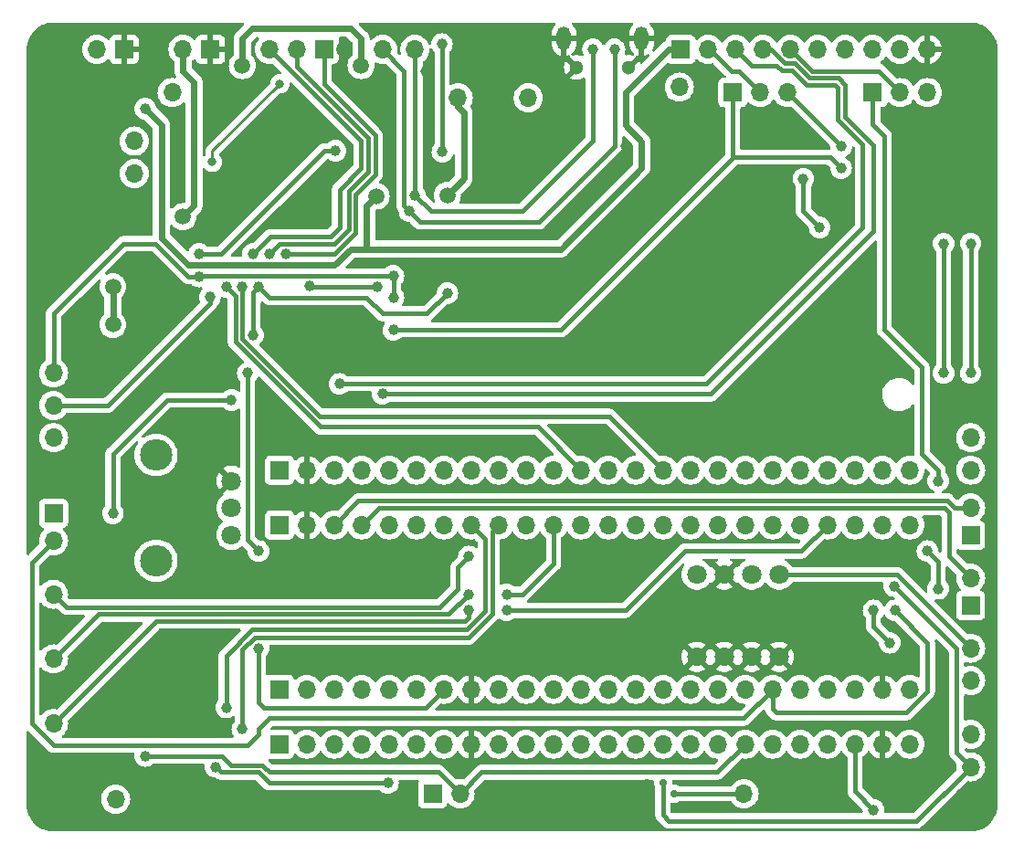
<source format=gbr>
%TF.GenerationSoftware,KiCad,Pcbnew,(7.0.0)*%
%TF.CreationDate,2023-04-14T02:24:35+02:00*%
%TF.ProjectId,EEE3088F_CKR,45454533-3038-4384-965f-434b522e6b69,0.2*%
%TF.SameCoordinates,Original*%
%TF.FileFunction,Copper,L2,Bot*%
%TF.FilePolarity,Positive*%
%FSLAX46Y46*%
G04 Gerber Fmt 4.6, Leading zero omitted, Abs format (unit mm)*
G04 Created by KiCad (PCBNEW (7.0.0)) date 2023-04-14 02:24:35*
%MOMM*%
%LPD*%
G01*
G04 APERTURE LIST*
%TA.AperFunction,ComponentPad*%
%ADD10R,1.700000X1.700000*%
%TD*%
%TA.AperFunction,ComponentPad*%
%ADD11O,1.700000X1.700000*%
%TD*%
%TA.AperFunction,ComponentPad*%
%ADD12C,1.800000*%
%TD*%
%TA.AperFunction,ComponentPad*%
%ADD13O,3.000000X2.900000*%
%TD*%
%TA.AperFunction,ComponentPad*%
%ADD14C,1.300000*%
%TD*%
%TA.AperFunction,ComponentPad*%
%ADD15O,1.300000X2.200000*%
%TD*%
%TA.AperFunction,ViaPad*%
%ADD16C,3.600000*%
%TD*%
%TA.AperFunction,ViaPad*%
%ADD17C,1.500000*%
%TD*%
%TA.AperFunction,ViaPad*%
%ADD18C,1.000000*%
%TD*%
%TA.AperFunction,ViaPad*%
%ADD19C,0.700000*%
%TD*%
%TA.AperFunction,ViaPad*%
%ADD20C,0.800000*%
%TD*%
%TA.AperFunction,Conductor*%
%ADD21C,0.600000*%
%TD*%
%TA.AperFunction,Conductor*%
%ADD22C,0.400000*%
%TD*%
%TA.AperFunction,Conductor*%
%ADD23C,0.250000*%
%TD*%
G04 APERTURE END LIST*
D10*
%TO.P,J3,1,_VBAT*%
%TO.N,+3V3*%
X128439999Y-86819999D03*
D11*
%TO.P,J3,2,_PC13*%
%TO.N,/Microcontroller/uc2*%
X130979999Y-86819999D03*
%TO.P,J3,3,_PC14*%
%TO.N,/Microcontroller/uc3*%
X133519999Y-86819999D03*
%TO.P,J3,4,_PC15*%
%TO.N,/Microcontroller/uc4*%
X136059999Y-86819999D03*
%TO.P,J3,5,_PF0*%
%TO.N,/Microcontroller/OSC_IN*%
X138599999Y-86819999D03*
%TO.P,J3,6,_PF1*%
%TO.N,/Microcontroller/OSC_OUT*%
X141139999Y-86819999D03*
%TO.P,J3,7,_NSRT*%
%TO.N,/Microcontroller/NSRT*%
X143679999Y-86819999D03*
%TO.P,J3,8,_VSSA*%
%TO.N,GND*%
X146219999Y-86819999D03*
%TO.P,J3,9,_VDDA*%
%TO.N,+3V3*%
X148759999Y-86819999D03*
%TO.P,J3,10,_PA0*%
%TO.N,/Microcontroller/uc10*%
X151299999Y-86819999D03*
%TO.P,J3,11,_PA1*%
%TO.N,/Microcontroller/uc11*%
X153839999Y-86819999D03*
%TO.P,J3,12,_PA2*%
%TO.N,/Microcontroller/uc12*%
X156379999Y-86819999D03*
%TO.P,J3,13,_PA3*%
%TO.N,/Microcontroller/uc13*%
X158919999Y-86819999D03*
%TO.P,J3,14,_PA4*%
%TO.N,/Microcontroller/uc14*%
X161459999Y-86819999D03*
%TO.P,J3,15,_PA5*%
%TO.N,/Microcontroller/uc15*%
X163999999Y-86819999D03*
%TO.P,J3,16,_PA6*%
%TO.N,/Microcontroller/uc16*%
X166539999Y-86819999D03*
%TO.P,J3,17,_PA7*%
%TO.N,/Microcontroller/uc17*%
X169079999Y-86819999D03*
%TO.P,J3,18,_PB0*%
%TO.N,/Microcontroller/THM_uc*%
X171619999Y-86819999D03*
%TO.P,J3,19,_PB1*%
%TO.N,/Microcontroller/POT_uc*%
X174159999Y-86819999D03*
%TO.P,J3,20,_PB2*%
%TO.N,/Microcontroller/TeHu_P*%
X176699999Y-86819999D03*
%TO.P,J3,21,_PB10*%
%TO.N,/Microcontroller/INT*%
X179239999Y-86819999D03*
%TO.P,J3,22,_PB11*%
%TO.N,/Microcontroller/Lght_P*%
X181779999Y-86819999D03*
%TO.P,J3,23,_VSS*%
%TO.N,GND*%
X184319999Y-86819999D03*
%TO.P,J3,24,_VDD*%
%TO.N,+3V3*%
X186859999Y-86819999D03*
%TO.P,J3,25,PB12_*%
%TO.N,/Microcontroller/LED2*%
X186859999Y-71579999D03*
%TO.P,J3,26,PB13_*%
%TO.N,/Microcontroller/LED1*%
X184319999Y-71579999D03*
%TO.P,J3,27,PB14_*%
%TO.N,/Microcontroller/Plg_Dtct*%
X181779999Y-71579999D03*
%TO.P,J3,28,PB15_*%
%TO.N,/Microcontroller/SW3*%
X179239999Y-71579999D03*
%TO.P,J3,29,PA8_*%
%TO.N,/Microcontroller/uc29*%
X176699999Y-71579999D03*
%TO.P,J3,30,PA9_*%
%TO.N,/Microcontroller/uc30*%
X174159999Y-71579999D03*
%TO.P,J3,31,PA10_*%
%TO.N,/Microcontroller/uc31*%
X171619999Y-71579999D03*
%TO.P,J3,32,PA11_*%
%TO.N,/Microcontroller/uc32*%
X169079999Y-71579999D03*
%TO.P,J3,33,PA12_*%
%TO.N,/Microcontroller/uc33*%
X166539999Y-71579999D03*
%TO.P,J3,34,PA13_*%
%TO.N,/Microcontroller/SWDIO*%
X163999999Y-71579999D03*
%TO.P,J3,35,PA6_*%
%TO.N,/Microcontroller/uc35*%
X161459999Y-71579999D03*
%TO.P,J3,36,PF7_*%
%TO.N,/Microcontroller/uc36*%
X158919999Y-71579999D03*
%TO.P,J3,37,PA14_*%
%TO.N,/Microcontroller/SWCLK*%
X156379999Y-71579999D03*
%TO.P,J3,38,PA15_*%
%TO.N,/Microcontroller/SW2*%
X153839999Y-71579999D03*
%TO.P,J3,39,PB3_*%
%TO.N,/Microcontroller/SW1*%
X151299999Y-71579999D03*
%TO.P,J3,40,PB4_*%
%TO.N,/Microcontroller/THM_P*%
X148759999Y-71579999D03*
%TO.P,J3,41,PB5_*%
%TO.N,/Microcontroller/POT_P*%
X146219999Y-71579999D03*
%TO.P,J3,42,PB6_*%
%TO.N,/Microcontroller/Tx_uc*%
X143679999Y-71579999D03*
%TO.P,J3,43,PB7_*%
%TO.N,/Microcontroller/Rx_uc*%
X141139999Y-71579999D03*
%TO.P,J3,44,BOOT0_*%
%TO.N,/Microcontroller/BOOT0*%
X138599999Y-71579999D03*
%TO.P,J3,45,PB8_*%
%TO.N,/Microcontroller/SCL_uc*%
X136059999Y-71579999D03*
%TO.P,J3,46,PB9_*%
%TO.N,/Microcontroller/SDA_uc*%
X133519999Y-71579999D03*
%TO.P,J3,47,VSS_*%
%TO.N,GND*%
X130979999Y-71579999D03*
D10*
%TO.P,J3,48,VDD_*%
%TO.N,+3V3*%
X128439999Y-71579999D03*
%TD*%
D11*
%TO.P,TP5,1,1*%
%TO.N,/Power/polarity protected battery voltage*%
X118499999Y-31499999D03*
%TD*%
%TO.P,TP14,1,1*%
%TO.N,/Microcontroller/SW2*%
X107499999Y-83999999D03*
%TD*%
%TO.P,TP13,1,1*%
%TO.N,/Microcontroller/SW1*%
X107499999Y-77999999D03*
%TD*%
%TO.P,TP15,1,1*%
%TO.N,/Microcontroller/SW3*%
X107499999Y-89999999D03*
%TD*%
%TO.P,TP21,1,1*%
%TO.N,Net-(U8-D-)*%
X137999999Y-27499999D03*
%TD*%
%TO.P,TP7,1,1*%
%TO.N,/Sensors/Light_SDA*%
X192499999Y-93999999D03*
%TD*%
D10*
%TO.P,J1,1,Pin_1*%
%TO.N,GND*%
X114039999Y-27499999D03*
D11*
%TO.P,J1,2,Pin_2*%
%TO.N,Net-(J1-Pin_2)*%
X111499999Y-27499999D03*
%TD*%
D12*
%TO.P,RV1,1,1*%
%TO.N,Net-(Q5-D)*%
X124000000Y-72500127D03*
%TO.P,RV1,2,2*%
%TO.N,/Microcontroller/Potentiometer_signal*%
X124000000Y-70000000D03*
%TO.P,RV1,3,3*%
%TO.N,GND*%
X124000000Y-67500127D03*
D13*
%TO.P,RV1,4*%
%TO.N,N/C*%
X116999999Y-74899923D03*
%TO.P,RV1,5*%
X116999999Y-65100075D03*
%TD*%
D11*
%TO.P,TP1,1,1*%
%TO.N,/Power/Plug_Detect_5V*%
X151499999Y-31999999D03*
%TD*%
D10*
%TO.P,JP4,1,A*%
%TO.N,/Microcontroller/SDA*%
X192499999Y-72539999D03*
D11*
%TO.P,JP4,2,B*%
%TO.N,/Microcontroller/SDA_uc*%
X192499999Y-69999999D03*
%TD*%
%TO.P,TP20,1,1*%
%TO.N,Net-(U7-SDA)*%
X192499999Y-82999999D03*
%TD*%
D10*
%TO.P,JP3,1,A*%
%TO.N,/Microcontroller/SCL*%
X192499999Y-79039999D03*
D11*
%TO.P,JP3,2,B*%
%TO.N,/Microcontroller/SCL_uc*%
X192499999Y-76499999D03*
%TD*%
%TO.P,TP8,1,1*%
%TO.N,/Sensors/Light_SCL*%
X192499999Y-90999999D03*
%TD*%
%TO.P,TP6,1,1*%
%TO.N,/Microcontroller/Potentiometer_signal*%
X107499999Y-63499999D03*
%TD*%
%TO.P,TP10,1,1*%
%TO.N,/Sensors/Light_interrupt*%
X171499999Y-96499999D03*
%TD*%
%TO.P,TP4,1,1*%
%TO.N,Net-(U4-VO)*%
X114999999Y-38999999D03*
%TD*%
D10*
%TO.P,JP2,1,A*%
%TO.N,/Microcontroller/POT*%
X107499999Y-70499999D03*
D11*
%TO.P,JP2,2,B*%
%TO.N,/Microcontroller/POT_uc*%
X107499999Y-73039999D03*
%TD*%
D10*
%TO.P,J5,1,Pin_1*%
%TO.N,/Microcontroller/NSRT*%
X132579999Y-27499999D03*
D11*
%TO.P,J5,2,Pin_2*%
%TO.N,/Microcontroller/SWDIO*%
X130039999Y-27499999D03*
%TO.P,J5,3,Pin_3*%
%TO.N,/Microcontroller/SWCLK*%
X127499999Y-27499999D03*
%TD*%
D10*
%TO.P,JP6,1,A*%
%TO.N,/Microcontroller/POT_uc*%
X183419999Y-31499999D03*
D11*
%TO.P,JP6,2,C*%
%TO.N,/USB/Secondary_Analogue_Data_Read*%
X185959999Y-31499999D03*
%TO.P,JP6,3,B*%
%TO.N,/Microcontroller/THM_uc*%
X188499999Y-31499999D03*
%TD*%
D10*
%TO.P,J4,1,_VBAT*%
%TO.N,+3V3*%
X128439999Y-91899999D03*
D11*
%TO.P,J4,2,_PC13*%
%TO.N,/Microcontroller/uc2*%
X130979999Y-91899999D03*
%TO.P,J4,3,_PC14*%
%TO.N,/Microcontroller/uc3*%
X133519999Y-91899999D03*
%TO.P,J4,4,_PC15*%
%TO.N,/Microcontroller/uc4*%
X136059999Y-91899999D03*
%TO.P,J4,5,_PF0*%
%TO.N,/Microcontroller/OSC_IN*%
X138599999Y-91899999D03*
%TO.P,J4,6,_PF1*%
%TO.N,/Microcontroller/OSC_OUT*%
X141139999Y-91899999D03*
%TO.P,J4,7,_NSRT*%
%TO.N,/Microcontroller/NSRT*%
X143679999Y-91899999D03*
%TO.P,J4,8,_VSSA*%
%TO.N,GND*%
X146219999Y-91899999D03*
%TO.P,J4,9,_VDDA*%
%TO.N,+3V3*%
X148759999Y-91899999D03*
%TO.P,J4,10,_PA0*%
%TO.N,/Microcontroller/uc10*%
X151299999Y-91899999D03*
%TO.P,J4,11,_PA1*%
%TO.N,/Microcontroller/uc11*%
X153839999Y-91899999D03*
%TO.P,J4,12,_PA2*%
%TO.N,/Microcontroller/uc12*%
X156379999Y-91899999D03*
%TO.P,J4,13,_PA3*%
%TO.N,/Microcontroller/uc13*%
X158919999Y-91899999D03*
%TO.P,J4,14,_PA4*%
%TO.N,/Microcontroller/uc14*%
X161459999Y-91899999D03*
%TO.P,J4,15,_PA5*%
%TO.N,/Microcontroller/uc15*%
X163999999Y-91899999D03*
%TO.P,J4,16,_PA6*%
%TO.N,/Microcontroller/uc16*%
X166539999Y-91899999D03*
%TO.P,J4,17,_PA7*%
%TO.N,/Microcontroller/uc17*%
X169079999Y-91899999D03*
%TO.P,J4,18,_PB0*%
%TO.N,/Microcontroller/THM_uc*%
X171619999Y-91899999D03*
%TO.P,J4,19,_PB1*%
%TO.N,/Microcontroller/POT_uc*%
X174159999Y-91899999D03*
%TO.P,J4,20,_PB2*%
%TO.N,/Microcontroller/TeHu_P*%
X176699999Y-91899999D03*
%TO.P,J4,21,_PB10*%
%TO.N,/Microcontroller/INT*%
X179239999Y-91899999D03*
%TO.P,J4,22,_PB11*%
%TO.N,/Microcontroller/Lght_P*%
X181779999Y-91899999D03*
%TO.P,J4,23,_VSS*%
%TO.N,GND*%
X184319999Y-91899999D03*
%TO.P,J4,24,_VDD*%
%TO.N,+3V3*%
X186859999Y-91899999D03*
%TO.P,J4,25,PB12_*%
%TO.N,/Microcontroller/LED2*%
X186859999Y-66499999D03*
%TO.P,J4,26,PB13_*%
%TO.N,/Microcontroller/LED1*%
X184319999Y-66499999D03*
%TO.P,J4,27,PB14_*%
%TO.N,/Microcontroller/Plg_Dtct*%
X181779999Y-66499999D03*
%TO.P,J4,28,PB15_*%
%TO.N,/Microcontroller/SW3*%
X179239999Y-66499999D03*
%TO.P,J4,29,PA8_*%
%TO.N,/Microcontroller/uc29*%
X176699999Y-66499999D03*
%TO.P,J4,30,PA9_*%
%TO.N,/Microcontroller/uc30*%
X174159999Y-66499999D03*
%TO.P,J4,31,PA10_*%
%TO.N,/Microcontroller/uc31*%
X171619999Y-66499999D03*
%TO.P,J4,32,PA11_*%
%TO.N,/Microcontroller/uc32*%
X169079999Y-66499999D03*
%TO.P,J4,33,PA12_*%
%TO.N,/Microcontroller/uc33*%
X166539999Y-66499999D03*
%TO.P,J4,34,PA13_*%
%TO.N,/Microcontroller/SWDIO*%
X163999999Y-66499999D03*
%TO.P,J4,35,PA6_*%
%TO.N,/Microcontroller/uc35*%
X161459999Y-66499999D03*
%TO.P,J4,36,PF7_*%
%TO.N,/Microcontroller/uc36*%
X158919999Y-66499999D03*
%TO.P,J4,37,PA14_*%
%TO.N,/Microcontroller/SWCLK*%
X156379999Y-66499999D03*
%TO.P,J4,38,PA15_*%
%TO.N,/Microcontroller/SW2*%
X153839999Y-66499999D03*
%TO.P,J4,39,PB3_*%
%TO.N,/Microcontroller/SW1*%
X151299999Y-66499999D03*
%TO.P,J4,40,PB4_*%
%TO.N,/Microcontroller/THM_P*%
X148759999Y-66499999D03*
%TO.P,J4,41,PB5_*%
%TO.N,/Microcontroller/POT_P*%
X146219999Y-66499999D03*
%TO.P,J4,42,PB6_*%
%TO.N,/Microcontroller/Tx_uc*%
X143679999Y-66499999D03*
%TO.P,J4,43,PB7_*%
%TO.N,/Microcontroller/Rx_uc*%
X141139999Y-66499999D03*
%TO.P,J4,44,BOOT0_*%
%TO.N,/Microcontroller/BOOT0*%
X138599999Y-66499999D03*
%TO.P,J4,45,PB8_*%
%TO.N,/Microcontroller/SCL_uc*%
X136059999Y-66499999D03*
%TO.P,J4,46,PB9_*%
%TO.N,/Microcontroller/SDA_uc*%
X133519999Y-66499999D03*
%TO.P,J4,47,VSS_*%
%TO.N,GND*%
X130979999Y-66499999D03*
D10*
%TO.P,J4,48,VDD_*%
%TO.N,+3V3*%
X128439999Y-66499999D03*
%TD*%
D11*
%TO.P,TP11,1,1*%
%TO.N,Net-(R33-Pad2)*%
X192499999Y-63499999D03*
%TD*%
%TO.P,TP22,1,1*%
%TO.N,Net-(U8-D+)*%
X140999999Y-27499999D03*
%TD*%
%TO.P,TP16,1,1*%
%TO.N,/Microcontroller/Tx*%
X107499999Y-60499999D03*
%TD*%
D14*
%TO.P,U8,6,SH1*%
%TO.N,GND*%
X155975108Y-29170053D03*
D15*
%TO.P,U8,7,SH2*%
X154800101Y-26499999D03*
%TO.P,U8,8,SH3*%
X161999999Y-26499999D03*
D14*
%TO.P,U8,9,SH4*%
X160824994Y-29170053D03*
%TD*%
D11*
%TO.P,TP19,1,1*%
%TO.N,Net-(U7-SCL)*%
X192499999Y-85999999D03*
%TD*%
%TO.P,TP3,1,1*%
%TO.N,Net-(J1-Pin_2)*%
X144999999Y-31999999D03*
%TD*%
D10*
%TO.P,J2,1,Pin_1*%
%TO.N,GND*%
X122039999Y-27499999D03*
D11*
%TO.P,J2,2,Pin_2*%
%TO.N,+3V3*%
X119499999Y-27499999D03*
%TD*%
D10*
%TO.P,J6,1,Pin_1*%
%TO.N,+5V*%
X165639999Y-27499999D03*
D11*
%TO.P,J6,2,Pin_2*%
%TO.N,/USB/Main_Analogue_Data_Read*%
X168179999Y-27499999D03*
%TO.P,J6,3,Pin_3*%
%TO.N,/Microcontroller/SDA_uc*%
X170719999Y-27499999D03*
%TO.P,J6,4,Pin_4*%
%TO.N,/Microcontroller/SCL_uc*%
X173259999Y-27499999D03*
%TO.P,J6,5,Pin_5*%
%TO.N,/USB/Secondary_Analogue_Data_Read*%
X175799999Y-27499999D03*
%TO.P,J6,6,Pin_6*%
%TO.N,unconnected-(J6-Pin_6-Pad6)*%
X178339999Y-27499999D03*
%TO.P,J6,7,Pin_7*%
%TO.N,Net-(J6-Pin_7)*%
X180879999Y-27499999D03*
%TO.P,J6,8,Pin_8*%
%TO.N,/Microcontroller/Rx*%
X183419999Y-27499999D03*
%TO.P,J6,9,Pin_9*%
%TO.N,/Microcontroller/Tx*%
X185959999Y-27499999D03*
%TO.P,J6,10,Pin_10*%
%TO.N,GND*%
X188499999Y-27499999D03*
%TD*%
%TO.P,TP18,1,1*%
%TO.N,/Microcontroller/Plug_Detect*%
X165499999Y-30999999D03*
%TD*%
D10*
%TO.P,JP5,1,A*%
%TO.N,/Microcontroller/THM_uc*%
X170459999Y-31499999D03*
D11*
%TO.P,JP5,2,C*%
%TO.N,/USB/Main_Analogue_Data_Read*%
X172999999Y-31499999D03*
%TO.P,JP5,3,B*%
%TO.N,/Microcontroller/POT_uc*%
X175539999Y-31499999D03*
%TD*%
%TO.P,TP17,1,1*%
%TO.N,/Microcontroller/Rx*%
X107499999Y-57499999D03*
%TD*%
D12*
%TO.P,U7,1,A0*%
%TO.N,GND*%
X167109992Y-83810008D03*
%TO.P,U7,2,A1*%
X169649997Y-83810008D03*
%TO.P,U7,3,A2*%
X172190003Y-83810008D03*
%TO.P,U7,4,GND*%
X174730008Y-83810008D03*
%TO.P,U7,5,SDA*%
%TO.N,Net-(U7-SDA)*%
X174730008Y-76189992D03*
%TO.P,U7,6,SCL*%
%TO.N,Net-(U7-SCL)*%
X172190003Y-76189992D03*
%TO.P,U7,7,WP*%
%TO.N,GND*%
X169649997Y-76189992D03*
%TO.P,U7,8,VCC*%
%TO.N,+3V3*%
X167109992Y-76189992D03*
%TD*%
D10*
%TO.P,JP1,1,A*%
%TO.N,/Microcontroller/THM*%
X142633365Y-96499999D03*
D11*
%TO.P,JP1,2,B*%
%TO.N,/Microcontroller/THM_uc*%
X145173365Y-96499999D03*
%TD*%
%TO.P,TP2,1,1*%
%TO.N,/Power/3.3V UVLO{slash}polarity protector*%
X114999999Y-35999999D03*
%TD*%
%TO.P,TP12,1,1*%
%TO.N,Net-(R34-Pad2)*%
X192499999Y-66499999D03*
%TD*%
%TO.P,TP9,1,1*%
%TO.N,/Microcontroller/Thermistor_signal*%
X113253365Y-96999999D03*
%TD*%
D16*
%TO.N,GND*%
X192500000Y-97500000D03*
D17*
X132000000Y-43000000D03*
D18*
X162500000Y-31500000D03*
D17*
X153000000Y-35500000D03*
X155500000Y-78000000D03*
X115500000Y-49000000D03*
X161000000Y-55000000D03*
X157000000Y-63500000D03*
D18*
X113000000Y-34000000D03*
D17*
X174500000Y-59500000D03*
D16*
X107500000Y-27500000D03*
D17*
X158500000Y-46000000D03*
D18*
X160500000Y-36500000D03*
D17*
X129500000Y-54000000D03*
X138500000Y-43500000D03*
X125000000Y-41000000D03*
X116000000Y-86000000D03*
D19*
X185500000Y-33500000D03*
D17*
X112000000Y-45500000D03*
D18*
X138000000Y-34500000D03*
D17*
X179500000Y-74500000D03*
D19*
X187000000Y-33500000D03*
D18*
X116500000Y-31500000D03*
D17*
X181500000Y-57000000D03*
D18*
X190000000Y-63500000D03*
D17*
X134500000Y-27500000D03*
D18*
X142500000Y-39500000D03*
D17*
X107500000Y-81000000D03*
X149000000Y-33500000D03*
D18*
X115500000Y-42000000D03*
X143000000Y-99000000D03*
D17*
X130500000Y-77500000D03*
X186500000Y-84000000D03*
D19*
X180500000Y-93500000D03*
X162500000Y-95500000D03*
D18*
X142000000Y-29500000D03*
D17*
X185000000Y-74000000D03*
X134500000Y-77500000D03*
X116000000Y-89500000D03*
X148500000Y-55000000D03*
D20*
X127050800Y-29616400D03*
D17*
X107500000Y-87000000D03*
D16*
X107500000Y-97500000D03*
D17*
X181000000Y-84000000D03*
D19*
X172500000Y-94500000D03*
D17*
X189500000Y-91000000D03*
X159000000Y-83000000D03*
X168500000Y-44500000D03*
X161000000Y-42000000D03*
X122500000Y-41000000D03*
D16*
X192500000Y-27500000D03*
D17*
X157500000Y-74500000D03*
X121500000Y-56500000D03*
D19*
X174000000Y-94500000D03*
X185500000Y-93500000D03*
D17*
X173500000Y-36000000D03*
X151500000Y-74500000D03*
%TO.N,Net-(J1-Pin_2)*%
X144000000Y-41000000D03*
D18*
%TO.N,Net-(D4-A)*%
X190000000Y-57500000D03*
X190000000Y-45500000D03*
%TO.N,Net-(D5-A)*%
X192500000Y-57500000D03*
X192500000Y-45500000D03*
D17*
%TO.N,+3V3*%
X119500000Y-43000000D03*
X113000000Y-53000000D03*
X113000000Y-49500000D03*
D18*
%TO.N,/Microcontroller/NSRT*%
X126500000Y-49500000D03*
X126500000Y-74000000D03*
X129000000Y-46450500D03*
X126000000Y-54000000D03*
X125500000Y-57500000D03*
X126500000Y-83000000D03*
X144000000Y-50099500D03*
%TO.N,/Microcontroller/THM_uc*%
X139000000Y-53500000D03*
X116000000Y-93000000D03*
X124000000Y-60000000D03*
X180500000Y-38500000D03*
X113000000Y-70500000D03*
%TO.N,/Microcontroller/POT_uc*%
X185500000Y-79500000D03*
X189500000Y-77500000D03*
X189500000Y-67500000D03*
X188500000Y-74000000D03*
X180500000Y-36500000D03*
%TO.N,/Microcontroller/POT_P*%
X123500000Y-88500000D03*
%TO.N,/Microcontroller/SW1*%
X146000000Y-74500000D03*
%TO.N,/Microcontroller/SW2*%
X149500000Y-78000000D03*
X146000000Y-78000000D03*
%TO.N,/Microcontroller/SW3*%
X146000000Y-79500000D03*
X149500000Y-79500000D03*
%TO.N,/Microcontroller/SWDIO*%
X125000000Y-49500000D03*
X127500000Y-46450500D03*
%TO.N,/Microcontroller/SWCLK*%
X126000000Y-46450500D03*
X123500000Y-49500000D03*
%TO.N,/Microcontroller/THM_P*%
X125000000Y-90500000D03*
X138500000Y-95500000D03*
X122500000Y-94000000D03*
%TO.N,/Microcontroller/Lght_P*%
X183500000Y-98000000D03*
%TO.N,/Microcontroller/Tx*%
X122000000Y-50450500D03*
X137500000Y-49500000D03*
X131250000Y-49449500D03*
%TO.N,/Microcontroller/Rx*%
X121000000Y-48549500D03*
X121000000Y-46450500D03*
X139000000Y-50500000D03*
X139000000Y-48500000D03*
X133649750Y-36899750D03*
%TO.N,/Microcontroller/SCL_uc*%
X138000000Y-59449500D03*
%TO.N,/Microcontroller/SDA_uc*%
X134000000Y-58500000D03*
%TO.N,+5V*%
X116000000Y-33000000D03*
D17*
X137401825Y-41098175D03*
D18*
%TO.N,/Microcontroller/Plug_Detect*%
X177000000Y-39500000D03*
X178500000Y-44000000D03*
D20*
%TO.N,Net-(Q2-G)*%
X128473200Y-30683200D03*
X122224800Y-37947600D03*
D17*
%TO.N,/Power/polarity protected battery voltage*%
X125000000Y-29000000D03*
X136000000Y-29000000D03*
D18*
%TO.N,Net-(U2-CHRG)*%
X143549500Y-37000000D03*
X143500000Y-27000000D03*
%TO.N,/Sensors/Light_SCL*%
X185000000Y-82500000D03*
X183500000Y-79500000D03*
D19*
%TO.N,/Sensors/Light_SDA*%
X164000000Y-95500000D03*
D18*
X185398348Y-77241144D03*
D19*
%TO.N,/Sensors/Light_interrupt*%
X165000000Y-96500000D03*
D18*
%TO.N,Net-(U8-D-)*%
X140500000Y-42500000D03*
X159500000Y-27500000D03*
%TO.N,Net-(U8-D+)*%
X141000000Y-41000000D03*
X157500000Y-27500000D03*
%TD*%
D21*
%TO.N,Net-(J1-Pin_2)*%
X145542000Y-33375600D02*
X145542000Y-39458000D01*
X145000000Y-32000000D02*
X145000000Y-32833600D01*
X145000000Y-32833600D02*
X145542000Y-33375600D01*
X145542000Y-39458000D02*
X144000000Y-41000000D01*
D22*
%TO.N,Net-(D4-A)*%
X190000000Y-45500000D02*
X190000000Y-57500000D01*
%TO.N,Net-(D5-A)*%
X192500000Y-45500000D02*
X192500000Y-57500000D01*
D21*
%TO.N,+3V3*%
X113000000Y-49500000D02*
X113000000Y-53000000D01*
X120500000Y-42000000D02*
X119500000Y-43000000D01*
X119500000Y-29500000D02*
X120500000Y-30500000D01*
X119500000Y-27500000D02*
X119500000Y-29500000D01*
X120500000Y-30500000D02*
X120500000Y-42000000D01*
D22*
%TO.N,/Microcontroller/NSRT*%
X126000000Y-50000000D02*
X126500000Y-49500000D01*
X138000000Y-52000000D02*
X136500000Y-50500000D01*
X126500000Y-83000000D02*
X126500000Y-88000000D01*
X137300000Y-39119239D02*
X137300000Y-35461524D01*
X135500000Y-40919238D02*
X137300000Y-39119239D01*
X136500000Y-50500000D02*
X127500000Y-50500000D01*
X127000000Y-88500000D02*
X142000000Y-88500000D01*
X125500000Y-57500000D02*
X125500000Y-73000000D01*
X135500000Y-44500000D02*
X135500000Y-40919238D01*
X142099500Y-52000000D02*
X138000000Y-52000000D01*
X142000000Y-88500000D02*
X143680000Y-86820000D01*
X144000000Y-50099500D02*
X142099500Y-52000000D01*
X126500000Y-88000000D02*
X127000000Y-88500000D01*
X126000000Y-54000000D02*
X126000000Y-50000000D01*
X132580000Y-30741524D02*
X132580000Y-27500000D01*
X129000000Y-46450500D02*
X133549500Y-46450500D01*
X133549500Y-46450500D02*
X135500000Y-44500000D01*
X125500000Y-73000000D02*
X126500000Y-74000000D01*
X137300000Y-35461524D02*
X132580000Y-30741524D01*
X127500000Y-50500000D02*
X126500000Y-49500000D01*
%TO.N,/Microcontroller/THM_uc*%
X139000000Y-94500000D02*
X127500000Y-94500000D01*
X113000000Y-70500000D02*
X113000000Y-65000000D01*
X139000000Y-53500000D02*
X154500000Y-53500000D01*
X126850000Y-93850000D02*
X124000000Y-93850000D01*
X147173366Y-94500000D02*
X169020000Y-94500000D01*
X143173366Y-94500000D02*
X142000000Y-94500000D01*
X145173366Y-96500000D02*
X143173366Y-94500000D01*
X127500000Y-94500000D02*
X127000000Y-94000000D01*
X170460000Y-37460000D02*
X170460000Y-31500000D01*
X169020000Y-94500000D02*
X171620000Y-91900000D01*
X142000000Y-94500000D02*
X139000000Y-94500000D01*
X127000000Y-94000000D02*
X126850000Y-93850000D01*
X124000000Y-93850000D02*
X123150000Y-93000000D01*
X170500000Y-37500000D02*
X179500000Y-37500000D01*
X113000000Y-65000000D02*
X118000000Y-60000000D01*
X145173366Y-96500000D02*
X147173366Y-94500000D01*
X118000000Y-60000000D02*
X124000000Y-60000000D01*
X179500000Y-37500000D02*
X180500000Y-38500000D01*
X123150000Y-93000000D02*
X116000000Y-93000000D01*
X154500000Y-53500000D02*
X170500000Y-37500000D01*
X170500000Y-37500000D02*
X170460000Y-37460000D01*
%TO.N,/Microcontroller/POT_uc*%
X188000000Y-65000000D02*
X188000000Y-57000000D01*
X174160000Y-88660000D02*
X174500000Y-89000000D01*
X107500000Y-92000000D02*
X125500000Y-92000000D01*
X183420000Y-34420000D02*
X183420000Y-31500000D01*
X126500000Y-90500000D02*
X127500000Y-89500000D01*
X189500000Y-77500000D02*
X189500000Y-75000000D01*
X105500000Y-75040000D02*
X105500000Y-90000000D01*
X184500000Y-53500000D02*
X184500000Y-35500000D01*
X180500000Y-36460000D02*
X175540000Y-31500000D01*
X180500000Y-36500000D02*
X180500000Y-36460000D01*
X184500000Y-35500000D02*
X183420000Y-34420000D01*
X189500000Y-67500000D02*
X189500000Y-66500000D01*
X189500000Y-75000000D02*
X188500000Y-74000000D01*
X105500000Y-90000000D02*
X107500000Y-92000000D01*
X188500000Y-87018478D02*
X188500000Y-82500000D01*
X127500000Y-89500000D02*
X171480000Y-89500000D01*
X126500000Y-91000000D02*
X126500000Y-90500000D01*
X107500000Y-73040000D02*
X105500000Y-75040000D01*
X174160000Y-86820000D02*
X174160000Y-88660000D01*
X174500000Y-89000000D02*
X186518478Y-89000000D01*
X188500000Y-82500000D02*
X185500000Y-79500000D01*
X125500000Y-92000000D02*
X126500000Y-91000000D01*
X171480000Y-89500000D02*
X174160000Y-86820000D01*
X186518478Y-89000000D02*
X188500000Y-87018478D01*
X189500000Y-66500000D02*
X188000000Y-65000000D01*
X188000000Y-57000000D02*
X184500000Y-53500000D01*
%TO.N,/Microcontroller/POT_P*%
X145790381Y-81290381D02*
X125946878Y-81290381D01*
X125946878Y-81290381D02*
X123500000Y-83737259D01*
X147500000Y-72860000D02*
X147500000Y-79580762D01*
X123500000Y-83737259D02*
X123500000Y-88500000D01*
X146220000Y-71580000D02*
X147500000Y-72860000D01*
X147500000Y-79580762D02*
X145790381Y-81290381D01*
%TO.N,/Microcontroller/SW1*%
X145000000Y-75500000D02*
X146000000Y-74500000D01*
X108700000Y-79200000D02*
X143300000Y-79200000D01*
X145000000Y-77500000D02*
X145000000Y-75500000D01*
X107500000Y-78000000D02*
X108700000Y-79200000D01*
X143300000Y-79200000D02*
X145000000Y-77500000D01*
%TO.N,/Microcontroller/SW2*%
X151000000Y-78000000D02*
X153840000Y-75160000D01*
X153840000Y-75160000D02*
X153840000Y-71580000D01*
X149500000Y-78000000D02*
X151000000Y-78000000D01*
X111650000Y-79850000D02*
X139000000Y-79850000D01*
X107500000Y-84000000D02*
X111650000Y-79850000D01*
X139000000Y-79850000D02*
X144150000Y-79850000D01*
X144150000Y-79850000D02*
X146000000Y-78000000D01*
%TO.N,/Microcontroller/SW3*%
X166000000Y-74000000D02*
X176820000Y-74000000D01*
X149500000Y-79500000D02*
X160500000Y-79500000D01*
X145661524Y-80500000D02*
X117000000Y-80500000D01*
X146000000Y-79500000D02*
X146000000Y-80161524D01*
X146000000Y-80161524D02*
X145661524Y-80500000D01*
X117000000Y-80500000D02*
X107500000Y-90000000D01*
X176820000Y-74000000D02*
X179240000Y-71580000D01*
X160500000Y-79500000D02*
X166000000Y-74000000D01*
%TO.N,/Microcontroller/SWDIO*%
X128450000Y-45500500D02*
X127500000Y-46450500D01*
X130040000Y-29120762D02*
X136650000Y-35730762D01*
X134850000Y-44150000D02*
X133499500Y-45500500D01*
X159000000Y-61500000D02*
X164000000Y-66500000D01*
X133499500Y-45500500D02*
X128450000Y-45500500D01*
X125000000Y-54343503D02*
X132156497Y-61500000D01*
X125000000Y-49500000D02*
X125000000Y-54343503D01*
X132156497Y-61500000D02*
X159000000Y-61500000D01*
X130040000Y-27500000D02*
X130040000Y-29120762D01*
X136650000Y-38850000D02*
X134850000Y-40649999D01*
X134850000Y-40649999D02*
X134850000Y-44150000D01*
X136650000Y-35730762D02*
X136650000Y-38850000D01*
%TO.N,/Microcontroller/SWCLK*%
X136000000Y-38500000D02*
X134000000Y-40500000D01*
X132237259Y-62500000D02*
X152380000Y-62500000D01*
X134000000Y-44000000D02*
X133150000Y-44850000D01*
X123500000Y-49500000D02*
X124350000Y-50350000D01*
X127600500Y-44850000D02*
X126000000Y-46450500D01*
X133150000Y-44850000D02*
X127600500Y-44850000D01*
X124350000Y-54612741D02*
X132237259Y-62500000D01*
X136000000Y-36000000D02*
X136000000Y-38500000D01*
X127500000Y-27500000D02*
X136000000Y-36000000D01*
X124350000Y-50350000D02*
X124350000Y-54612741D01*
X134000000Y-40500000D02*
X134000000Y-44000000D01*
X152380000Y-62500000D02*
X156380000Y-66500000D01*
%TO.N,/Microcontroller/THM_P*%
X123000000Y-94500000D02*
X126500000Y-94500000D01*
X125000000Y-90500000D02*
X125000000Y-83156497D01*
X146000000Y-82000000D02*
X148150000Y-79850000D01*
X148150000Y-72190000D02*
X148760000Y-71580000D01*
X126500000Y-94500000D02*
X127500000Y-95500000D01*
X148150000Y-79850000D02*
X148150000Y-72190000D01*
X127500000Y-95500000D02*
X138500000Y-95500000D01*
X122500000Y-94000000D02*
X123000000Y-94500000D01*
X126156497Y-82000000D02*
X146000000Y-82000000D01*
X125000000Y-83156497D02*
X126156497Y-82000000D01*
%TO.N,/Microcontroller/Lght_P*%
X183500000Y-98000000D02*
X181780000Y-96280000D01*
X181780000Y-96280000D02*
X181780000Y-91900000D01*
%TO.N,/Microcontroller/Tx*%
X131300500Y-49500000D02*
X137500000Y-49500000D01*
X107500000Y-60500000D02*
X112500000Y-60500000D01*
X131250000Y-49449500D02*
X131300500Y-49500000D01*
X112500000Y-60500000D02*
X122000000Y-51000000D01*
X122000000Y-51000000D02*
X122000000Y-50450500D01*
%TO.N,/Microcontroller/Rx*%
X139000000Y-50500000D02*
X139000000Y-48500000D01*
X119988840Y-48549500D02*
X116939340Y-45500000D01*
X121049500Y-48500000D02*
X139000000Y-48500000D01*
X133649750Y-36899750D02*
X132600250Y-36899750D01*
X132600250Y-36899750D02*
X123049500Y-46450500D01*
X116939340Y-45500000D02*
X114000000Y-45500000D01*
X107500000Y-52000000D02*
X107500000Y-57500000D01*
X121000000Y-48549500D02*
X119988840Y-48549500D01*
X114000000Y-45500000D02*
X107500000Y-52000000D01*
X121000000Y-48549500D02*
X121049500Y-48500000D01*
X123049500Y-46450500D02*
X121000000Y-46450500D01*
%TO.N,/Microcontroller/SCL_uc*%
X176180762Y-28800000D02*
X175261522Y-28800000D01*
X190500000Y-70419239D02*
X190080762Y-70000000D01*
X168393296Y-59449500D02*
X183500000Y-44342796D01*
X138000000Y-59449500D02*
X168393296Y-59449500D01*
X137640000Y-70000000D02*
X136060000Y-71580000D01*
X173961522Y-27500000D02*
X173260000Y-27500000D01*
X190500000Y-74500000D02*
X190500000Y-70419239D01*
X180850000Y-30769238D02*
X180230762Y-30150000D01*
X183500000Y-44342796D02*
X183500000Y-36419239D01*
X175261522Y-28800000D02*
X173961522Y-27500000D01*
X183500000Y-36419239D02*
X180850000Y-33769239D01*
X180230762Y-30150000D02*
X177530762Y-30150000D01*
X180850000Y-33769239D02*
X180850000Y-30769238D01*
X177530762Y-30150000D02*
X176180762Y-28800000D01*
X192500000Y-76500000D02*
X190500000Y-74500000D01*
X190080762Y-70000000D02*
X137640000Y-70000000D01*
%TO.N,/Microcontroller/SDA_uc*%
X191000000Y-70000000D02*
X192500000Y-70000000D01*
X179961524Y-30800000D02*
X177261524Y-30800000D01*
X168000000Y-58500000D02*
X182500000Y-44000000D01*
X190350000Y-69350000D02*
X191000000Y-70000000D01*
X174992284Y-29450000D02*
X174542284Y-29000000D01*
X174542284Y-29000000D02*
X172220000Y-29000000D01*
X180200000Y-31038476D02*
X179961524Y-30800000D01*
X177261524Y-30800000D02*
X175911524Y-29450000D01*
X172220000Y-29000000D02*
X170720000Y-27500000D01*
X135750000Y-69350000D02*
X133520000Y-71580000D01*
X182500000Y-36338478D02*
X180200000Y-34038478D01*
X182500000Y-44000000D02*
X182500000Y-36338478D01*
X134000000Y-58500000D02*
X168000000Y-58500000D01*
X175911524Y-29450000D02*
X174992284Y-29450000D01*
X190350000Y-69350000D02*
X135750000Y-69350000D01*
X180200000Y-34038478D02*
X180200000Y-31038476D01*
D21*
%TO.N,+5V*%
X116000000Y-33000000D02*
X117500000Y-34500000D01*
X162000000Y-36007538D02*
X160500000Y-34507538D01*
X160500000Y-31500000D02*
X164500000Y-27500000D01*
X136500000Y-42000000D02*
X136500000Y-46000000D01*
X117500000Y-34500000D02*
X117500000Y-45000000D01*
X154500000Y-46000000D02*
X162000000Y-38500000D01*
X119950000Y-47450000D02*
X120434925Y-47450000D01*
X133560660Y-47500000D02*
X135060660Y-46000000D01*
X120434925Y-47450000D02*
X120484925Y-47500000D01*
X160500000Y-34507538D02*
X160500000Y-31500000D01*
X164500000Y-27500000D02*
X165640000Y-27500000D01*
X162000000Y-38500000D02*
X162000000Y-36007538D01*
X137401825Y-41098175D02*
X136500000Y-42000000D01*
X117500000Y-45000000D02*
X119950000Y-47450000D01*
X135060660Y-46000000D02*
X154500000Y-46000000D01*
X120484925Y-47500000D02*
X133560660Y-47500000D01*
D22*
%TO.N,/USB/Main_Analogue_Data_Read*%
X170340000Y-29500000D02*
X168340000Y-27500000D01*
X168340000Y-27500000D02*
X168180000Y-27500000D01*
X173000000Y-31500000D02*
X171040000Y-29540000D01*
X171040000Y-29540000D02*
X171040000Y-29500000D01*
X171040000Y-29500000D02*
X170340000Y-29500000D01*
%TO.N,/USB/Secondary_Analogue_Data_Read*%
X183960000Y-29500000D02*
X177800000Y-29500000D01*
X185960000Y-31500000D02*
X183960000Y-29500000D01*
X177800000Y-29500000D02*
X175800000Y-27500000D01*
%TO.N,/Microcontroller/Plug_Detect*%
X177000000Y-42500000D02*
X177000000Y-39500000D01*
X178500000Y-44000000D02*
X177000000Y-42500000D01*
D23*
%TO.N,Net-(Q2-G)*%
X122224800Y-37947600D02*
X122224800Y-36931600D01*
X122224800Y-36931600D02*
X128473200Y-30683200D01*
D21*
%TO.N,/Power/polarity protected battery voltage*%
X125950000Y-25550000D02*
X125000000Y-26500000D01*
X136000000Y-29000000D02*
X136000000Y-26500000D01*
X136000000Y-26500000D02*
X135050000Y-25550000D01*
X125000000Y-26500000D02*
X125000000Y-29000000D01*
X135050000Y-25550000D02*
X125950000Y-25550000D01*
D22*
%TO.N,Net-(U2-CHRG)*%
X143500000Y-36950500D02*
X143500000Y-27000000D01*
X143549500Y-37000000D02*
X143500000Y-36950500D01*
%TO.N,/Sensors/Light_SCL*%
X183500000Y-79500000D02*
X183500000Y-81000000D01*
X183500000Y-81000000D02*
X185000000Y-82500000D01*
%TO.N,/Sensors/Light_SDA*%
X191200000Y-92700000D02*
X191200000Y-83042796D01*
X192500000Y-94000000D02*
X191200000Y-92700000D01*
X164000000Y-95500000D02*
X163975000Y-95525000D01*
X191200000Y-83042796D02*
X185398348Y-77241144D01*
X164500000Y-99000000D02*
X187500000Y-99000000D01*
X187500000Y-99000000D02*
X192500000Y-94000000D01*
X163975000Y-98475000D02*
X164500000Y-99000000D01*
X163975000Y-95525000D02*
X163975000Y-98475000D01*
%TO.N,/Sensors/Light_interrupt*%
X165000000Y-96500000D02*
X171500000Y-96500000D01*
%TO.N,Net-(U7-SDA)*%
X174730008Y-76189992D02*
X185689992Y-76189992D01*
X185689992Y-76189992D02*
X192500000Y-83000000D01*
%TO.N,Net-(U8-D-)*%
X141500000Y-43500000D02*
X152500000Y-43500000D01*
X140500000Y-42500000D02*
X141500000Y-43500000D01*
X152500000Y-43500000D02*
X159500000Y-36500000D01*
X140000000Y-29500000D02*
X138000000Y-27500000D01*
X140500000Y-42500000D02*
X140000000Y-42000000D01*
X140000000Y-42000000D02*
X140000000Y-29500000D01*
X159500000Y-36500000D02*
X159500000Y-27500000D01*
%TO.N,Net-(U8-D+)*%
X151000000Y-42500000D02*
X157500000Y-36000000D01*
X142500000Y-42500000D02*
X145000000Y-42500000D01*
X141000000Y-41000000D02*
X142500000Y-42500000D01*
X145000000Y-42500000D02*
X151000000Y-42500000D01*
X141000000Y-41000000D02*
X141000000Y-27500000D01*
X157500000Y-36000000D02*
X157500000Y-27500000D01*
%TD*%
%TA.AperFunction,Conductor*%
%TO.N,GND*%
G36*
X153981578Y-25014540D02*
G01*
X154025913Y-25053481D01*
X154047229Y-25108504D01*
X154040700Y-25167150D01*
X154007803Y-25216137D01*
X153950838Y-25268067D01*
X153943148Y-25276502D01*
X153821615Y-25437437D01*
X153815608Y-25447139D01*
X153725724Y-25627651D01*
X153721593Y-25638314D01*
X153666409Y-25832268D01*
X153664311Y-25843490D01*
X153650367Y-25993969D01*
X153650102Y-25999702D01*
X153650102Y-26233674D01*
X153653552Y-26246549D01*
X153666428Y-26250000D01*
X155933776Y-26250000D01*
X155946651Y-26246549D01*
X155950102Y-26233674D01*
X155950102Y-25999702D01*
X155949836Y-25993969D01*
X155935892Y-25843490D01*
X155933794Y-25832268D01*
X155878610Y-25638314D01*
X155874479Y-25627651D01*
X155784595Y-25447139D01*
X155778588Y-25437437D01*
X155657055Y-25276502D01*
X155649365Y-25268067D01*
X155592401Y-25216137D01*
X155559504Y-25167150D01*
X155552975Y-25108504D01*
X155574291Y-25053481D01*
X155618626Y-25014540D01*
X155675939Y-25000500D01*
X161124163Y-25000500D01*
X161181476Y-25014540D01*
X161225811Y-25053481D01*
X161247127Y-25108504D01*
X161240598Y-25167150D01*
X161207701Y-25216137D01*
X161150736Y-25268067D01*
X161143046Y-25276502D01*
X161021513Y-25437437D01*
X161015506Y-25447139D01*
X160925622Y-25627651D01*
X160921491Y-25638314D01*
X160866307Y-25832268D01*
X160864209Y-25843490D01*
X160850265Y-25993969D01*
X160850000Y-25999702D01*
X160850000Y-26233674D01*
X160853450Y-26246549D01*
X160866326Y-26250000D01*
X163133674Y-26250000D01*
X163146549Y-26246549D01*
X163150000Y-26233674D01*
X163150000Y-25999702D01*
X163149734Y-25993969D01*
X163135790Y-25843490D01*
X163133692Y-25832268D01*
X163078508Y-25638314D01*
X163074377Y-25627651D01*
X162984493Y-25447139D01*
X162978486Y-25437437D01*
X162856953Y-25276502D01*
X162849263Y-25268067D01*
X162792299Y-25216137D01*
X162759402Y-25167150D01*
X162752873Y-25108504D01*
X162774189Y-25053481D01*
X162818524Y-25014540D01*
X162875837Y-25000500D01*
X192496249Y-25000500D01*
X192503735Y-25000726D01*
X192527834Y-25002183D01*
X192598669Y-25006468D01*
X192599066Y-25006493D01*
X192802818Y-25019847D01*
X192817032Y-25021610D01*
X192948459Y-25045695D01*
X192950007Y-25045991D01*
X193112440Y-25078301D01*
X193125102Y-25081523D01*
X193259678Y-25123459D01*
X193262645Y-25124425D01*
X193412220Y-25175199D01*
X193423244Y-25179538D01*
X193554556Y-25238637D01*
X193558416Y-25240457D01*
X193697458Y-25309025D01*
X193706764Y-25314120D01*
X193831185Y-25389335D01*
X193835926Y-25392350D01*
X193963643Y-25477689D01*
X193971225Y-25483180D01*
X194086211Y-25573265D01*
X194091487Y-25577640D01*
X194206550Y-25678547D01*
X194212472Y-25684094D01*
X194315904Y-25787526D01*
X194321451Y-25793448D01*
X194422358Y-25908511D01*
X194426741Y-25913797D01*
X194516818Y-26028773D01*
X194522309Y-26036355D01*
X194607648Y-26164072D01*
X194610663Y-26168813D01*
X194685878Y-26293234D01*
X194690973Y-26302540D01*
X194759519Y-26441536D01*
X194761383Y-26445489D01*
X194820458Y-26576750D01*
X194824801Y-26587783D01*
X194875573Y-26737353D01*
X194876539Y-26740320D01*
X194918470Y-26874878D01*
X194921702Y-26887578D01*
X194953976Y-27049832D01*
X194954328Y-27051672D01*
X194978386Y-27182954D01*
X194980151Y-27197195D01*
X194993498Y-27400828D01*
X194993538Y-27401450D01*
X194999274Y-27496264D01*
X194999500Y-27503752D01*
X194999500Y-97496248D01*
X194999274Y-97503736D01*
X194993538Y-97598548D01*
X194993498Y-97599170D01*
X194980151Y-97802803D01*
X194978386Y-97817044D01*
X194954328Y-97948326D01*
X194953976Y-97950166D01*
X194921702Y-98112420D01*
X194918470Y-98125120D01*
X194876539Y-98259678D01*
X194875573Y-98262645D01*
X194824801Y-98412215D01*
X194820458Y-98423248D01*
X194761383Y-98554509D01*
X194759519Y-98558462D01*
X194690973Y-98697458D01*
X194685878Y-98706764D01*
X194610663Y-98831185D01*
X194607648Y-98835926D01*
X194522309Y-98963643D01*
X194516818Y-98971225D01*
X194426741Y-99086201D01*
X194422358Y-99091487D01*
X194321451Y-99206550D01*
X194315904Y-99212472D01*
X194212472Y-99315904D01*
X194206550Y-99321451D01*
X194091487Y-99422358D01*
X194086201Y-99426741D01*
X193971225Y-99516818D01*
X193963643Y-99522309D01*
X193835926Y-99607648D01*
X193831185Y-99610663D01*
X193706764Y-99685878D01*
X193697458Y-99690973D01*
X193558462Y-99759519D01*
X193554509Y-99761383D01*
X193423248Y-99820458D01*
X193412215Y-99824801D01*
X193262645Y-99875573D01*
X193259678Y-99876539D01*
X193125120Y-99918470D01*
X193112420Y-99921702D01*
X192950166Y-99953976D01*
X192948326Y-99954328D01*
X192817044Y-99978386D01*
X192802803Y-99980151D01*
X192599170Y-99993498D01*
X192598548Y-99993538D01*
X192503736Y-99999274D01*
X192496248Y-99999500D01*
X107503752Y-99999500D01*
X107496264Y-99999274D01*
X107401450Y-99993538D01*
X107400828Y-99993498D01*
X107197195Y-99980151D01*
X107182954Y-99978386D01*
X107051672Y-99954328D01*
X107049832Y-99953976D01*
X106887578Y-99921702D01*
X106874878Y-99918470D01*
X106740320Y-99876539D01*
X106737353Y-99875573D01*
X106587783Y-99824801D01*
X106576750Y-99820458D01*
X106445489Y-99761383D01*
X106441536Y-99759519D01*
X106302540Y-99690973D01*
X106293234Y-99685878D01*
X106168813Y-99610663D01*
X106164072Y-99607648D01*
X106036355Y-99522309D01*
X106028773Y-99516818D01*
X105913797Y-99426741D01*
X105908511Y-99422358D01*
X105793448Y-99321451D01*
X105787526Y-99315904D01*
X105684094Y-99212472D01*
X105678547Y-99206550D01*
X105577640Y-99091487D01*
X105573257Y-99086201D01*
X105483180Y-98971225D01*
X105477689Y-98963643D01*
X105392350Y-98835926D01*
X105389335Y-98831185D01*
X105389108Y-98830810D01*
X105314119Y-98706762D01*
X105309025Y-98697458D01*
X105297926Y-98674952D01*
X105240457Y-98558416D01*
X105238637Y-98554556D01*
X105179538Y-98423244D01*
X105175197Y-98412215D01*
X105149167Y-98335534D01*
X105124425Y-98262645D01*
X105123459Y-98259678D01*
X105098921Y-98180934D01*
X105081523Y-98125102D01*
X105078301Y-98112440D01*
X105045991Y-97950007D01*
X105045695Y-97948459D01*
X105021610Y-97817032D01*
X105019847Y-97802818D01*
X105006493Y-97599066D01*
X105006460Y-97598535D01*
X105002828Y-97538495D01*
X105000726Y-97503735D01*
X105000500Y-97496249D01*
X105000500Y-97000000D01*
X111897707Y-97000000D01*
X111898179Y-97005395D01*
X111916474Y-97214511D01*
X111918303Y-97235408D01*
X111919702Y-97240630D01*
X111919703Y-97240634D01*
X111978060Y-97458430D01*
X111978063Y-97458438D01*
X111979463Y-97463663D01*
X111981751Y-97468570D01*
X111981752Y-97468572D01*
X112077044Y-97672927D01*
X112077047Y-97672933D01*
X112079331Y-97677830D01*
X112082430Y-97682257D01*
X112082432Y-97682259D01*
X112211765Y-97866966D01*
X112211768Y-97866970D01*
X112214871Y-97871401D01*
X112381965Y-98038495D01*
X112386397Y-98041598D01*
X112386399Y-98041600D01*
X112487541Y-98112420D01*
X112575536Y-98174035D01*
X112789703Y-98273903D01*
X113017958Y-98335063D01*
X113253366Y-98355659D01*
X113488774Y-98335063D01*
X113717029Y-98273903D01*
X113931196Y-98174035D01*
X114124767Y-98038495D01*
X114291861Y-97871401D01*
X114427401Y-97677830D01*
X114527269Y-97463663D01*
X114588429Y-97235408D01*
X114609025Y-97000000D01*
X114588429Y-96764592D01*
X114527269Y-96536337D01*
X114427401Y-96322171D01*
X114291861Y-96128599D01*
X114124767Y-95961505D01*
X114120336Y-95958402D01*
X114120332Y-95958399D01*
X113935625Y-95829066D01*
X113935623Y-95829064D01*
X113931196Y-95825965D01*
X113926299Y-95823681D01*
X113926293Y-95823678D01*
X113721938Y-95728386D01*
X113721936Y-95728385D01*
X113717029Y-95726097D01*
X113711804Y-95724697D01*
X113711796Y-95724694D01*
X113494000Y-95666337D01*
X113493996Y-95666336D01*
X113488774Y-95664937D01*
X113483386Y-95664465D01*
X113483383Y-95664465D01*
X113258761Y-95644813D01*
X113253366Y-95644341D01*
X113247971Y-95644813D01*
X113023348Y-95664465D01*
X113023343Y-95664465D01*
X113017958Y-95664937D01*
X113012737Y-95666335D01*
X113012731Y-95666337D01*
X112794935Y-95724694D01*
X112794923Y-95724698D01*
X112789703Y-95726097D01*
X112784798Y-95728383D01*
X112784793Y-95728386D01*
X112580447Y-95823675D01*
X112580443Y-95823677D01*
X112575537Y-95825965D01*
X112571104Y-95829068D01*
X112571097Y-95829073D01*
X112386400Y-95958399D01*
X112386395Y-95958402D01*
X112381965Y-95961505D01*
X112378141Y-95965328D01*
X112378135Y-95965334D01*
X112218700Y-96124769D01*
X112218694Y-96124775D01*
X112214871Y-96128599D01*
X112211768Y-96133029D01*
X112211765Y-96133034D01*
X112082439Y-96317731D01*
X112082434Y-96317738D01*
X112079331Y-96322171D01*
X112077043Y-96327077D01*
X112077041Y-96327081D01*
X111981752Y-96531427D01*
X111981749Y-96531432D01*
X111979463Y-96536337D01*
X111978064Y-96541557D01*
X111978060Y-96541569D01*
X111919703Y-96759365D01*
X111919701Y-96759371D01*
X111918303Y-96764592D01*
X111917831Y-96769977D01*
X111917831Y-96769982D01*
X111900886Y-96963663D01*
X111897707Y-97000000D01*
X105000500Y-97000000D01*
X105000500Y-90790519D01*
X105014015Y-90734224D01*
X105051615Y-90690201D01*
X105105102Y-90668046D01*
X105162818Y-90672588D01*
X105212181Y-90702838D01*
X106987059Y-92477716D01*
X106992193Y-92483170D01*
X107032071Y-92528183D01*
X107081577Y-92562355D01*
X107087597Y-92566785D01*
X107129035Y-92599250D01*
X107134943Y-92603878D01*
X107141783Y-92606956D01*
X107141784Y-92606957D01*
X107144181Y-92608036D01*
X107163730Y-92619061D01*
X107172070Y-92624818D01*
X107205110Y-92637348D01*
X107228301Y-92646143D01*
X107235216Y-92649007D01*
X107290068Y-92673694D01*
X107300035Y-92675520D01*
X107321653Y-92681547D01*
X107324113Y-92682480D01*
X107324116Y-92682480D01*
X107331128Y-92685140D01*
X107388602Y-92692118D01*
X107390830Y-92692389D01*
X107398235Y-92693516D01*
X107414066Y-92696416D01*
X107457394Y-92704357D01*
X107517422Y-92700726D01*
X107524910Y-92700500D01*
X114887344Y-92700500D01*
X114952824Y-92719199D01*
X114998556Y-92769656D01*
X115010746Y-92836653D01*
X114994659Y-93000000D01*
X114995256Y-93006062D01*
X115013378Y-93190067D01*
X115013379Y-93190073D01*
X115013976Y-93196132D01*
X115015743Y-93201957D01*
X115015744Y-93201962D01*
X115069418Y-93378899D01*
X115071186Y-93384727D01*
X115074055Y-93390095D01*
X115074057Y-93390099D01*
X115161215Y-93553161D01*
X115161219Y-93553167D01*
X115164090Y-93558538D01*
X115289117Y-93710883D01*
X115441462Y-93835910D01*
X115446834Y-93838781D01*
X115446838Y-93838784D01*
X115562763Y-93900747D01*
X115615273Y-93928814D01*
X115803868Y-93986024D01*
X116000000Y-94005341D01*
X116196132Y-93986024D01*
X116384727Y-93928814D01*
X116558538Y-93835910D01*
X116689236Y-93728647D01*
X116726129Y-93707749D01*
X116767903Y-93700500D01*
X121387344Y-93700500D01*
X121452824Y-93719199D01*
X121498556Y-93769656D01*
X121510746Y-93836653D01*
X121494659Y-94000000D01*
X121495256Y-94006062D01*
X121513378Y-94190067D01*
X121513379Y-94190073D01*
X121513976Y-94196132D01*
X121515743Y-94201957D01*
X121515744Y-94201962D01*
X121530992Y-94252226D01*
X121571186Y-94384727D01*
X121574055Y-94390095D01*
X121574057Y-94390099D01*
X121661215Y-94553161D01*
X121661219Y-94553167D01*
X121664090Y-94558538D01*
X121789117Y-94710883D01*
X121941462Y-94835910D01*
X121946834Y-94838781D01*
X121946838Y-94838784D01*
X122015028Y-94875232D01*
X122115273Y-94928814D01*
X122303868Y-94986024D01*
X122468618Y-95002250D01*
X122506072Y-95012009D01*
X122531865Y-95028481D01*
X122532071Y-95028183D01*
X122581574Y-95062353D01*
X122587601Y-95066788D01*
X122634944Y-95103878D01*
X122644180Y-95108034D01*
X122663727Y-95119059D01*
X122672070Y-95124818D01*
X122705107Y-95137347D01*
X122728298Y-95146142D01*
X122735220Y-95149009D01*
X122773720Y-95166337D01*
X122790069Y-95173695D01*
X122800041Y-95175522D01*
X122821656Y-95181547D01*
X122831128Y-95185140D01*
X122888831Y-95192146D01*
X122890815Y-95192387D01*
X122898222Y-95193514D01*
X122957394Y-95204358D01*
X123017433Y-95200725D01*
X123024921Y-95200500D01*
X126158481Y-95200500D01*
X126205934Y-95209939D01*
X126246162Y-95236819D01*
X126987052Y-95977708D01*
X126992186Y-95983162D01*
X127032071Y-96028183D01*
X127038243Y-96032443D01*
X127038244Y-96032444D01*
X127081573Y-96062352D01*
X127087603Y-96066788D01*
X127134944Y-96103878D01*
X127144180Y-96108034D01*
X127163727Y-96119059D01*
X127172070Y-96124818D01*
X127228214Y-96146110D01*
X127228298Y-96146142D01*
X127235220Y-96149009D01*
X127290069Y-96173695D01*
X127300041Y-96175522D01*
X127321656Y-96181547D01*
X127331128Y-96185140D01*
X127388831Y-96192146D01*
X127390815Y-96192387D01*
X127398222Y-96193514D01*
X127457394Y-96204358D01*
X127517433Y-96200725D01*
X127524921Y-96200500D01*
X137732097Y-96200500D01*
X137773871Y-96207749D01*
X137810762Y-96228647D01*
X137847541Y-96258831D01*
X137941462Y-96335910D01*
X137946834Y-96338781D01*
X137946838Y-96338784D01*
X138034167Y-96385462D01*
X138115273Y-96428814D01*
X138303868Y-96486024D01*
X138500000Y-96505341D01*
X138696132Y-96486024D01*
X138884727Y-96428814D01*
X139058538Y-96335910D01*
X139210883Y-96210883D01*
X139335910Y-96058538D01*
X139428814Y-95884727D01*
X139486024Y-95696132D01*
X139505341Y-95500000D01*
X139489253Y-95336653D01*
X139501444Y-95269656D01*
X139547176Y-95219199D01*
X139612656Y-95200500D01*
X141246934Y-95200500D01*
X141312101Y-95219005D01*
X141357818Y-95268995D01*
X141370440Y-95335552D01*
X141348618Y-95392501D01*
X141349136Y-95392784D01*
X141347037Y-95396627D01*
X141346201Y-95398810D01*
X141344887Y-95400564D01*
X141344882Y-95400572D01*
X141339570Y-95407669D01*
X141336470Y-95415978D01*
X141336470Y-95415980D01*
X141291986Y-95535247D01*
X141291985Y-95535250D01*
X141289275Y-95542517D01*
X141288445Y-95550227D01*
X141288445Y-95550232D01*
X141283221Y-95598819D01*
X141283220Y-95598831D01*
X141282866Y-95602127D01*
X141282866Y-95605448D01*
X141282866Y-95605449D01*
X141282866Y-97394560D01*
X141282866Y-97394578D01*
X141282867Y-97397872D01*
X141283219Y-97401150D01*
X141283220Y-97401161D01*
X141288445Y-97449768D01*
X141288446Y-97449773D01*
X141289275Y-97457483D01*
X141291985Y-97464749D01*
X141291986Y-97464753D01*
X141306526Y-97503735D01*
X141339570Y-97592331D01*
X141344884Y-97599430D01*
X141344885Y-97599431D01*
X141403574Y-97677830D01*
X141425820Y-97707546D01*
X141541035Y-97793796D01*
X141675883Y-97844091D01*
X141735493Y-97850500D01*
X143531238Y-97850499D01*
X143590849Y-97844091D01*
X143725697Y-97793796D01*
X143840912Y-97707546D01*
X143927162Y-97592331D01*
X143976176Y-97460916D01*
X144011155Y-97410537D01*
X144066000Y-97383084D01*
X144127293Y-97385273D01*
X144180039Y-97416569D01*
X144301965Y-97538495D01*
X144306397Y-97541598D01*
X144306399Y-97541600D01*
X144403942Y-97609900D01*
X144495536Y-97674035D01*
X144709703Y-97773903D01*
X144937958Y-97835063D01*
X145173366Y-97855659D01*
X145408774Y-97835063D01*
X145637029Y-97773903D01*
X145851196Y-97674035D01*
X146044767Y-97538495D01*
X146211861Y-97371401D01*
X146347401Y-97177830D01*
X146447269Y-96963663D01*
X146508429Y-96735408D01*
X146529025Y-96500000D01*
X146508429Y-96264592D01*
X146503923Y-96247778D01*
X146503923Y-96183594D01*
X146536015Y-96128006D01*
X147427203Y-95236819D01*
X147467432Y-95209939D01*
X147514885Y-95200500D01*
X163038578Y-95200500D01*
X163104288Y-95219342D01*
X163150029Y-95270142D01*
X163161898Y-95337460D01*
X163144815Y-95500000D01*
X163145494Y-95506457D01*
X163145494Y-95506460D01*
X163162823Y-95671341D01*
X163162824Y-95671348D01*
X163163503Y-95677803D01*
X163165510Y-95683982D01*
X163165511Y-95683983D01*
X163212651Y-95829066D01*
X163218750Y-95847835D01*
X163221997Y-95853459D01*
X163221998Y-95853461D01*
X163257887Y-95915622D01*
X163274500Y-95977622D01*
X163274500Y-98450079D01*
X163274274Y-98457567D01*
X163271094Y-98510118D01*
X163271094Y-98510126D01*
X163270642Y-98517606D01*
X163271993Y-98524982D01*
X163271994Y-98524987D01*
X163281483Y-98576771D01*
X163282610Y-98584171D01*
X163288955Y-98636425D01*
X163288956Y-98636430D01*
X163289860Y-98643872D01*
X163292519Y-98650885D01*
X163292521Y-98650891D01*
X163293450Y-98653340D01*
X163299475Y-98674952D01*
X163299951Y-98677551D01*
X163299954Y-98677560D01*
X163301305Y-98684932D01*
X163304382Y-98691769D01*
X163304383Y-98691772D01*
X163325991Y-98739784D01*
X163328857Y-98746702D01*
X163350182Y-98802930D01*
X163354442Y-98809102D01*
X163354445Y-98809107D01*
X163355937Y-98811268D01*
X163366959Y-98830810D01*
X163368039Y-98833210D01*
X163368044Y-98833219D01*
X163371122Y-98840057D01*
X163375745Y-98845958D01*
X163375747Y-98845961D01*
X163408216Y-98887404D01*
X163412636Y-98893410D01*
X163446817Y-98942929D01*
X163491847Y-98982822D01*
X163497282Y-98987939D01*
X163987059Y-99477716D01*
X163992193Y-99483170D01*
X164032071Y-99528183D01*
X164081577Y-99562355D01*
X164087597Y-99566785D01*
X164129035Y-99599250D01*
X164134943Y-99603878D01*
X164141783Y-99606956D01*
X164141784Y-99606957D01*
X164144181Y-99608036D01*
X164163730Y-99619061D01*
X164172070Y-99624818D01*
X164222102Y-99643792D01*
X164228301Y-99646143D01*
X164235216Y-99649007D01*
X164290068Y-99673694D01*
X164300035Y-99675520D01*
X164321653Y-99681547D01*
X164324113Y-99682480D01*
X164324116Y-99682480D01*
X164331128Y-99685140D01*
X164388602Y-99692118D01*
X164390830Y-99692389D01*
X164398235Y-99693516D01*
X164414066Y-99696416D01*
X164457394Y-99704357D01*
X164517422Y-99700726D01*
X164524910Y-99700500D01*
X187475079Y-99700500D01*
X187482566Y-99700725D01*
X187542606Y-99704358D01*
X187601782Y-99693513D01*
X187609181Y-99692387D01*
X187668872Y-99685140D01*
X187678332Y-99681551D01*
X187699959Y-99675522D01*
X187709932Y-99673695D01*
X187764808Y-99648996D01*
X187771673Y-99646152D01*
X187827930Y-99624818D01*
X187836264Y-99619064D01*
X187855821Y-99608034D01*
X187865057Y-99603878D01*
X187912413Y-99566775D01*
X187918420Y-99562355D01*
X187967929Y-99528183D01*
X188007822Y-99483151D01*
X188012924Y-99477731D01*
X192128006Y-95362649D01*
X192183594Y-95330557D01*
X192247778Y-95330557D01*
X192264592Y-95335063D01*
X192500000Y-95355659D01*
X192735408Y-95335063D01*
X192963663Y-95273903D01*
X193177830Y-95174035D01*
X193371401Y-95038495D01*
X193538495Y-94871401D01*
X193674035Y-94677830D01*
X193773903Y-94463663D01*
X193835063Y-94235408D01*
X193855659Y-94000000D01*
X193835063Y-93764592D01*
X193773903Y-93536337D01*
X193674035Y-93322171D01*
X193538495Y-93128599D01*
X193371401Y-92961505D01*
X193366970Y-92958402D01*
X193366966Y-92958399D01*
X193182259Y-92829066D01*
X193182257Y-92829064D01*
X193177830Y-92825965D01*
X193172933Y-92823681D01*
X193172927Y-92823678D01*
X192968572Y-92728386D01*
X192968570Y-92728385D01*
X192963663Y-92726097D01*
X192958438Y-92724697D01*
X192958430Y-92724694D01*
X192740634Y-92666337D01*
X192740630Y-92666336D01*
X192735408Y-92664937D01*
X192730020Y-92664465D01*
X192730017Y-92664465D01*
X192505395Y-92644813D01*
X192500000Y-92644341D01*
X192494605Y-92644813D01*
X192269985Y-92664465D01*
X192269983Y-92664465D01*
X192264592Y-92664937D01*
X192259367Y-92666336D01*
X192259361Y-92666338D01*
X192247778Y-92669442D01*
X192183591Y-92669442D01*
X192128005Y-92637348D01*
X191992312Y-92501655D01*
X191960218Y-92446068D01*
X191960218Y-92381880D01*
X191992312Y-92326293D01*
X192047900Y-92294199D01*
X192112084Y-92294199D01*
X192264592Y-92335063D01*
X192500000Y-92355659D01*
X192735408Y-92335063D01*
X192963663Y-92273903D01*
X193177830Y-92174035D01*
X193371401Y-92038495D01*
X193538495Y-91871401D01*
X193674035Y-91677830D01*
X193773903Y-91463663D01*
X193835063Y-91235408D01*
X193855659Y-91000000D01*
X193835063Y-90764592D01*
X193773903Y-90536337D01*
X193674035Y-90322171D01*
X193538495Y-90128599D01*
X193371401Y-89961505D01*
X193366970Y-89958402D01*
X193366966Y-89958399D01*
X193182259Y-89829066D01*
X193182257Y-89829064D01*
X193177830Y-89825965D01*
X193172933Y-89823681D01*
X193172927Y-89823678D01*
X192968572Y-89728386D01*
X192968570Y-89728385D01*
X192963663Y-89726097D01*
X192958438Y-89724697D01*
X192958430Y-89724694D01*
X192740634Y-89666337D01*
X192740630Y-89666336D01*
X192735408Y-89664937D01*
X192730020Y-89664465D01*
X192730017Y-89664465D01*
X192505395Y-89644813D01*
X192500000Y-89644341D01*
X192494605Y-89644813D01*
X192269982Y-89664465D01*
X192269977Y-89664465D01*
X192264592Y-89664937D01*
X192259371Y-89666335D01*
X192259365Y-89666337D01*
X192056593Y-89720669D01*
X192000308Y-89722511D01*
X191949013Y-89699270D01*
X191913288Y-89655738D01*
X191900500Y-89600894D01*
X191900500Y-87399106D01*
X191913288Y-87344262D01*
X191949013Y-87300730D01*
X192000308Y-87277489D01*
X192056593Y-87279331D01*
X192162377Y-87307674D01*
X192264592Y-87335063D01*
X192500000Y-87355659D01*
X192735408Y-87335063D01*
X192963663Y-87273903D01*
X193177830Y-87174035D01*
X193371401Y-87038495D01*
X193538495Y-86871401D01*
X193674035Y-86677830D01*
X193773903Y-86463663D01*
X193835063Y-86235408D01*
X193855659Y-86000000D01*
X193835063Y-85764592D01*
X193786572Y-85583619D01*
X193775305Y-85541569D01*
X193775304Y-85541567D01*
X193773903Y-85536337D01*
X193674035Y-85322171D01*
X193538495Y-85128599D01*
X193371401Y-84961505D01*
X193366970Y-84958402D01*
X193366966Y-84958399D01*
X193182259Y-84829066D01*
X193182257Y-84829064D01*
X193177830Y-84825965D01*
X193172933Y-84823681D01*
X193172927Y-84823678D01*
X192968572Y-84728386D01*
X192968570Y-84728385D01*
X192963663Y-84726097D01*
X192958438Y-84724697D01*
X192958430Y-84724694D01*
X192740634Y-84666337D01*
X192740630Y-84666336D01*
X192735408Y-84664937D01*
X192730020Y-84664465D01*
X192730017Y-84664465D01*
X192505395Y-84644813D01*
X192500000Y-84644341D01*
X192494605Y-84644813D01*
X192269982Y-84664465D01*
X192269977Y-84664465D01*
X192264592Y-84664937D01*
X192259371Y-84666335D01*
X192259365Y-84666337D01*
X192056593Y-84720669D01*
X192000308Y-84722511D01*
X191949013Y-84699270D01*
X191913288Y-84655738D01*
X191900500Y-84600894D01*
X191900500Y-84399106D01*
X191913288Y-84344262D01*
X191949013Y-84300730D01*
X192000308Y-84277489D01*
X192056593Y-84279331D01*
X192162377Y-84307674D01*
X192264592Y-84335063D01*
X192500000Y-84355659D01*
X192735408Y-84335063D01*
X192963663Y-84273903D01*
X193177830Y-84174035D01*
X193371401Y-84038495D01*
X193538495Y-83871401D01*
X193674035Y-83677830D01*
X193773903Y-83463663D01*
X193835063Y-83235408D01*
X193855659Y-83000000D01*
X193835063Y-82764592D01*
X193773903Y-82536337D01*
X193674035Y-82322171D01*
X193538495Y-82128599D01*
X193371401Y-81961505D01*
X193366970Y-81958402D01*
X193366966Y-81958399D01*
X193182259Y-81829066D01*
X193182257Y-81829064D01*
X193177830Y-81825965D01*
X193172933Y-81823681D01*
X193172927Y-81823678D01*
X192968572Y-81728386D01*
X192968570Y-81728385D01*
X192963663Y-81726097D01*
X192958438Y-81724697D01*
X192958430Y-81724694D01*
X192740634Y-81666337D01*
X192740630Y-81666336D01*
X192735408Y-81664937D01*
X192730020Y-81664465D01*
X192730017Y-81664465D01*
X192505395Y-81644813D01*
X192500000Y-81644341D01*
X192494605Y-81644813D01*
X192269985Y-81664465D01*
X192269983Y-81664465D01*
X192264592Y-81664937D01*
X192259367Y-81666336D01*
X192259361Y-81666338D01*
X192247778Y-81669442D01*
X192183591Y-81669442D01*
X192128005Y-81637348D01*
X189183725Y-78693068D01*
X189152061Y-78639045D01*
X189150832Y-78576439D01*
X189180351Y-78521214D01*
X189233090Y-78487455D01*
X189295600Y-78483770D01*
X189298033Y-78484254D01*
X189303868Y-78486024D01*
X189500000Y-78505341D01*
X189696132Y-78486024D01*
X189884727Y-78428814D01*
X190058538Y-78335910D01*
X190210883Y-78210883D01*
X190335910Y-78058538D01*
X190428814Y-77884727D01*
X190486024Y-77696132D01*
X190505341Y-77500000D01*
X190486024Y-77303868D01*
X190428814Y-77115273D01*
X190397624Y-77056920D01*
X190338784Y-76946838D01*
X190338781Y-76946834D01*
X190335910Y-76941462D01*
X190291496Y-76887344D01*
X190228647Y-76810762D01*
X190207749Y-76773871D01*
X190200500Y-76732097D01*
X190200500Y-75490519D01*
X190214015Y-75434224D01*
X190251615Y-75390201D01*
X190305102Y-75368046D01*
X190362818Y-75372588D01*
X190412181Y-75402838D01*
X191137348Y-76128005D01*
X191169442Y-76183591D01*
X191169442Y-76247778D01*
X191166338Y-76259361D01*
X191166337Y-76259365D01*
X191164937Y-76264592D01*
X191144341Y-76500000D01*
X191144813Y-76505395D01*
X191164322Y-76728386D01*
X191164937Y-76735408D01*
X191166336Y-76740630D01*
X191166337Y-76740634D01*
X191224694Y-76958430D01*
X191224697Y-76958438D01*
X191226097Y-76963663D01*
X191228385Y-76968570D01*
X191228386Y-76968572D01*
X191323678Y-77172927D01*
X191323681Y-77172933D01*
X191325965Y-77177830D01*
X191329064Y-77182257D01*
X191329066Y-77182259D01*
X191458399Y-77366966D01*
X191458402Y-77366970D01*
X191461505Y-77371401D01*
X191465336Y-77375232D01*
X191583430Y-77493326D01*
X191614726Y-77546072D01*
X191616915Y-77607365D01*
X191589462Y-77662210D01*
X191539083Y-77697189D01*
X191423702Y-77740223D01*
X191407669Y-77746204D01*
X191400572Y-77751516D01*
X191400568Y-77751519D01*
X191299550Y-77827141D01*
X191299546Y-77827144D01*
X191292454Y-77832454D01*
X191287144Y-77839546D01*
X191287141Y-77839550D01*
X191211519Y-77940568D01*
X191211516Y-77940572D01*
X191206204Y-77947669D01*
X191203104Y-77955978D01*
X191203104Y-77955980D01*
X191158620Y-78075247D01*
X191158619Y-78075250D01*
X191155909Y-78082517D01*
X191155079Y-78090227D01*
X191155079Y-78090232D01*
X191149855Y-78138819D01*
X191149854Y-78138831D01*
X191149500Y-78142127D01*
X191149500Y-78145448D01*
X191149500Y-78145449D01*
X191149500Y-79934560D01*
X191149500Y-79934578D01*
X191149501Y-79937872D01*
X191149853Y-79941150D01*
X191149854Y-79941161D01*
X191155079Y-79989768D01*
X191155080Y-79989773D01*
X191155909Y-79997483D01*
X191158619Y-80004749D01*
X191158620Y-80004753D01*
X191178681Y-80058538D01*
X191206204Y-80132331D01*
X191211518Y-80139430D01*
X191211519Y-80139431D01*
X191259110Y-80203005D01*
X191292454Y-80247546D01*
X191407669Y-80333796D01*
X191542517Y-80384091D01*
X191602127Y-80390500D01*
X193397872Y-80390499D01*
X193457483Y-80384091D01*
X193592331Y-80333796D01*
X193707546Y-80247546D01*
X193793796Y-80132331D01*
X193844091Y-79997483D01*
X193850500Y-79937873D01*
X193850499Y-78142128D01*
X193844091Y-78082517D01*
X193793796Y-77947669D01*
X193707546Y-77832454D01*
X193685932Y-77816274D01*
X193599431Y-77751519D01*
X193599430Y-77751518D01*
X193592331Y-77746204D01*
X193522359Y-77720106D01*
X193460916Y-77697189D01*
X193410537Y-77662210D01*
X193383084Y-77607365D01*
X193385273Y-77546072D01*
X193416566Y-77493329D01*
X193538495Y-77371401D01*
X193674035Y-77177830D01*
X193773903Y-76963663D01*
X193835063Y-76735408D01*
X193855659Y-76500000D01*
X193835063Y-76264592D01*
X193773903Y-76036337D01*
X193674035Y-75822171D01*
X193538495Y-75628599D01*
X193371401Y-75461505D01*
X193366970Y-75458402D01*
X193366966Y-75458399D01*
X193182259Y-75329066D01*
X193182257Y-75329064D01*
X193177830Y-75325965D01*
X193172933Y-75323681D01*
X193172927Y-75323678D01*
X192968572Y-75228386D01*
X192968570Y-75228385D01*
X192963663Y-75226097D01*
X192958438Y-75224697D01*
X192958430Y-75224694D01*
X192740634Y-75166337D01*
X192740630Y-75166336D01*
X192735408Y-75164937D01*
X192730020Y-75164465D01*
X192730017Y-75164465D01*
X192505395Y-75144813D01*
X192500000Y-75144341D01*
X192494605Y-75144813D01*
X192269985Y-75164465D01*
X192269983Y-75164465D01*
X192264592Y-75164937D01*
X192259367Y-75166336D01*
X192259361Y-75166338D01*
X192247778Y-75169442D01*
X192183591Y-75169442D01*
X192128005Y-75137348D01*
X191236819Y-74246162D01*
X191209939Y-74205934D01*
X191200500Y-74158481D01*
X191200500Y-73926432D01*
X191219005Y-73861265D01*
X191268995Y-73815548D01*
X191335552Y-73802926D01*
X191392501Y-73824747D01*
X191392784Y-73824230D01*
X191396627Y-73826328D01*
X191398810Y-73827165D01*
X191400564Y-73828478D01*
X191400567Y-73828480D01*
X191407669Y-73833796D01*
X191542517Y-73884091D01*
X191602127Y-73890500D01*
X193397872Y-73890499D01*
X193457483Y-73884091D01*
X193592331Y-73833796D01*
X193707546Y-73747546D01*
X193793796Y-73632331D01*
X193844091Y-73497483D01*
X193850500Y-73437873D01*
X193850499Y-71642128D01*
X193844091Y-71582517D01*
X193793796Y-71447669D01*
X193707546Y-71332454D01*
X193592331Y-71246204D01*
X193507985Y-71214745D01*
X193460916Y-71197189D01*
X193410537Y-71162210D01*
X193383084Y-71107365D01*
X193385273Y-71046072D01*
X193416566Y-70993329D01*
X193538495Y-70871401D01*
X193674035Y-70677830D01*
X193773903Y-70463663D01*
X193835063Y-70235408D01*
X193855659Y-70000000D01*
X193835063Y-69764592D01*
X193773903Y-69536337D01*
X193674035Y-69322171D01*
X193538495Y-69128599D01*
X193371401Y-68961505D01*
X193366970Y-68958402D01*
X193366966Y-68958399D01*
X193182259Y-68829066D01*
X193182257Y-68829064D01*
X193177830Y-68825965D01*
X193172933Y-68823681D01*
X193172927Y-68823678D01*
X192968572Y-68728386D01*
X192968570Y-68728385D01*
X192963663Y-68726097D01*
X192958438Y-68724697D01*
X192958430Y-68724694D01*
X192740634Y-68666337D01*
X192740630Y-68666336D01*
X192735408Y-68664937D01*
X192730020Y-68664465D01*
X192730017Y-68664465D01*
X192505395Y-68644813D01*
X192500000Y-68644341D01*
X192494605Y-68644813D01*
X192269982Y-68664465D01*
X192269977Y-68664465D01*
X192264592Y-68664937D01*
X192259371Y-68666335D01*
X192259365Y-68666337D01*
X192041569Y-68724694D01*
X192041557Y-68724698D01*
X192036337Y-68726097D01*
X192031432Y-68728383D01*
X192031427Y-68728386D01*
X191827081Y-68823675D01*
X191827077Y-68823677D01*
X191822171Y-68825965D01*
X191817738Y-68829068D01*
X191817731Y-68829073D01*
X191633034Y-68958399D01*
X191633029Y-68958402D01*
X191628599Y-68961505D01*
X191624775Y-68965328D01*
X191624769Y-68965334D01*
X191465334Y-69124769D01*
X191465328Y-69124775D01*
X191461505Y-69128599D01*
X191458403Y-69133028D01*
X191458403Y-69133029D01*
X191458369Y-69133077D01*
X191407166Y-69206204D01*
X191405316Y-69208846D01*
X191365741Y-69245109D01*
X191314548Y-69261250D01*
X191261330Y-69254244D01*
X191216060Y-69225403D01*
X190862939Y-68872282D01*
X190857822Y-68866847D01*
X190817929Y-68821817D01*
X190768410Y-68787636D01*
X190762404Y-68783216D01*
X190720961Y-68750747D01*
X190720958Y-68750745D01*
X190715057Y-68746122D01*
X190708219Y-68743044D01*
X190708210Y-68743039D01*
X190705810Y-68741959D01*
X190686268Y-68730937D01*
X190684107Y-68729445D01*
X190684102Y-68729442D01*
X190677930Y-68725182D01*
X190621702Y-68703857D01*
X190614784Y-68700991D01*
X190566772Y-68679383D01*
X190566769Y-68679382D01*
X190559932Y-68676305D01*
X190552560Y-68674954D01*
X190552551Y-68674951D01*
X190549952Y-68674475D01*
X190528340Y-68668450D01*
X190525891Y-68667521D01*
X190525885Y-68667519D01*
X190518872Y-68664860D01*
X190511430Y-68663956D01*
X190511425Y-68663955D01*
X190459171Y-68657610D01*
X190451771Y-68656483D01*
X190399987Y-68646994D01*
X190399982Y-68646993D01*
X190392606Y-68645642D01*
X190385126Y-68646094D01*
X190385118Y-68646094D01*
X190332567Y-68649274D01*
X190325079Y-68649500D01*
X189966888Y-68649500D01*
X189904187Y-68632479D01*
X189858699Y-68586089D01*
X189842912Y-68523066D01*
X189861161Y-68460710D01*
X189908435Y-68416142D01*
X189944673Y-68396771D01*
X190058538Y-68335910D01*
X190210883Y-68210883D01*
X190335910Y-68058538D01*
X190428814Y-67884727D01*
X190486024Y-67696132D01*
X190505341Y-67500000D01*
X190486024Y-67303868D01*
X190428814Y-67115273D01*
X190355060Y-66977289D01*
X190338784Y-66946838D01*
X190338781Y-66946834D01*
X190335910Y-66941462D01*
X190228647Y-66810762D01*
X190207749Y-66773871D01*
X190200500Y-66732097D01*
X190200500Y-66524910D01*
X190200726Y-66517423D01*
X190201780Y-66500000D01*
X191144341Y-66500000D01*
X191144813Y-66505395D01*
X191162394Y-66706349D01*
X191164937Y-66735408D01*
X191166336Y-66740630D01*
X191166337Y-66740634D01*
X191224694Y-66958430D01*
X191224697Y-66958438D01*
X191226097Y-66963663D01*
X191228385Y-66968570D01*
X191228386Y-66968572D01*
X191323678Y-67172927D01*
X191323681Y-67172933D01*
X191325965Y-67177830D01*
X191329064Y-67182257D01*
X191329066Y-67182259D01*
X191458399Y-67366966D01*
X191458402Y-67366970D01*
X191461505Y-67371401D01*
X191628599Y-67538495D01*
X191633031Y-67541598D01*
X191633033Y-67541600D01*
X191777260Y-67642589D01*
X191822170Y-67674035D01*
X191827070Y-67676320D01*
X191827072Y-67676321D01*
X191869557Y-67696132D01*
X192036337Y-67773903D01*
X192264592Y-67835063D01*
X192500000Y-67855659D01*
X192735408Y-67835063D01*
X192963663Y-67773903D01*
X193177830Y-67674035D01*
X193371401Y-67538495D01*
X193538495Y-67371401D01*
X193674035Y-67177830D01*
X193773903Y-66963663D01*
X193835063Y-66735408D01*
X193855659Y-66500000D01*
X193835063Y-66264592D01*
X193773903Y-66036337D01*
X193674035Y-65822171D01*
X193538495Y-65628599D01*
X193371401Y-65461505D01*
X193366970Y-65458402D01*
X193366966Y-65458399D01*
X193182259Y-65329066D01*
X193182257Y-65329064D01*
X193177830Y-65325965D01*
X193172933Y-65323681D01*
X193172927Y-65323678D01*
X192968572Y-65228386D01*
X192968570Y-65228385D01*
X192963663Y-65226097D01*
X192958438Y-65224697D01*
X192958430Y-65224694D01*
X192740634Y-65166337D01*
X192740630Y-65166336D01*
X192735408Y-65164937D01*
X192730020Y-65164465D01*
X192730017Y-65164465D01*
X192505395Y-65144813D01*
X192500000Y-65144341D01*
X192494605Y-65144813D01*
X192269982Y-65164465D01*
X192269977Y-65164465D01*
X192264592Y-65164937D01*
X192259371Y-65166335D01*
X192259365Y-65166337D01*
X192041569Y-65224694D01*
X192041557Y-65224698D01*
X192036337Y-65226097D01*
X192031432Y-65228383D01*
X192031427Y-65228386D01*
X191827081Y-65323675D01*
X191827077Y-65323677D01*
X191822171Y-65325965D01*
X191817738Y-65329068D01*
X191817731Y-65329073D01*
X191633034Y-65458399D01*
X191633029Y-65458402D01*
X191628599Y-65461505D01*
X191624775Y-65465328D01*
X191624769Y-65465334D01*
X191465334Y-65624769D01*
X191465328Y-65624775D01*
X191461505Y-65628599D01*
X191458402Y-65633029D01*
X191458399Y-65633034D01*
X191329073Y-65817731D01*
X191329068Y-65817738D01*
X191325965Y-65822171D01*
X191323677Y-65827077D01*
X191323675Y-65827081D01*
X191228386Y-66031427D01*
X191228383Y-66031432D01*
X191226097Y-66036337D01*
X191224698Y-66041557D01*
X191224694Y-66041569D01*
X191166337Y-66259365D01*
X191166335Y-66259371D01*
X191164937Y-66264592D01*
X191164465Y-66269977D01*
X191164465Y-66269982D01*
X191153244Y-66398235D01*
X191144341Y-66500000D01*
X190201780Y-66500000D01*
X190203904Y-66464881D01*
X190204357Y-66457394D01*
X190193516Y-66398235D01*
X190192389Y-66390830D01*
X190190721Y-66377092D01*
X190185140Y-66331128D01*
X190182480Y-66324116D01*
X190182480Y-66324113D01*
X190181547Y-66321653D01*
X190175520Y-66300035D01*
X190173694Y-66290068D01*
X190149012Y-66235228D01*
X190146145Y-66228306D01*
X190127479Y-66179087D01*
X190124818Y-66172070D01*
X190120556Y-66165896D01*
X190120552Y-66165888D01*
X190119058Y-66163724D01*
X190108032Y-66144175D01*
X190106956Y-66141785D01*
X190103877Y-66134943D01*
X190076600Y-66100127D01*
X190066788Y-66087602D01*
X190062349Y-66081569D01*
X190032442Y-66038241D01*
X190032441Y-66038240D01*
X190028183Y-66032071D01*
X189983170Y-65992193D01*
X189977716Y-65987059D01*
X188736819Y-64746162D01*
X188709939Y-64705934D01*
X188700500Y-64658481D01*
X188700500Y-63500000D01*
X191144341Y-63500000D01*
X191144813Y-63505395D01*
X191155308Y-63625358D01*
X191164937Y-63735408D01*
X191166336Y-63740630D01*
X191166337Y-63740634D01*
X191224694Y-63958430D01*
X191224697Y-63958438D01*
X191226097Y-63963663D01*
X191228385Y-63968570D01*
X191228386Y-63968572D01*
X191323678Y-64172927D01*
X191323681Y-64172933D01*
X191325965Y-64177830D01*
X191329064Y-64182257D01*
X191329066Y-64182259D01*
X191458399Y-64366966D01*
X191458402Y-64366970D01*
X191461505Y-64371401D01*
X191628599Y-64538495D01*
X191633031Y-64541598D01*
X191633033Y-64541600D01*
X191694515Y-64584650D01*
X191822170Y-64674035D01*
X192036337Y-64773903D01*
X192041567Y-64775304D01*
X192041569Y-64775305D01*
X192083619Y-64786572D01*
X192264592Y-64835063D01*
X192500000Y-64855659D01*
X192735408Y-64835063D01*
X192963663Y-64773903D01*
X193177830Y-64674035D01*
X193371401Y-64538495D01*
X193538495Y-64371401D01*
X193674035Y-64177830D01*
X193773903Y-63963663D01*
X193835063Y-63735408D01*
X193855659Y-63500000D01*
X193835063Y-63264592D01*
X193773903Y-63036337D01*
X193674035Y-62822171D01*
X193538495Y-62628599D01*
X193371401Y-62461505D01*
X193366970Y-62458402D01*
X193366966Y-62458399D01*
X193182259Y-62329066D01*
X193182257Y-62329064D01*
X193177830Y-62325965D01*
X193172933Y-62323681D01*
X193172927Y-62323678D01*
X192968572Y-62228386D01*
X192968570Y-62228385D01*
X192963663Y-62226097D01*
X192958438Y-62224697D01*
X192958430Y-62224694D01*
X192740634Y-62166337D01*
X192740630Y-62166336D01*
X192735408Y-62164937D01*
X192730020Y-62164465D01*
X192730017Y-62164465D01*
X192505395Y-62144813D01*
X192500000Y-62144341D01*
X192494605Y-62144813D01*
X192269982Y-62164465D01*
X192269977Y-62164465D01*
X192264592Y-62164937D01*
X192259371Y-62166335D01*
X192259365Y-62166337D01*
X192041569Y-62224694D01*
X192041557Y-62224698D01*
X192036337Y-62226097D01*
X192031432Y-62228383D01*
X192031427Y-62228386D01*
X191827081Y-62323675D01*
X191827077Y-62323677D01*
X191822171Y-62325965D01*
X191817738Y-62329068D01*
X191817731Y-62329073D01*
X191633034Y-62458399D01*
X191633029Y-62458402D01*
X191628599Y-62461505D01*
X191624775Y-62465328D01*
X191624769Y-62465334D01*
X191465334Y-62624769D01*
X191465328Y-62624775D01*
X191461505Y-62628599D01*
X191458402Y-62633029D01*
X191458399Y-62633034D01*
X191329073Y-62817731D01*
X191329068Y-62817738D01*
X191325965Y-62822171D01*
X191323677Y-62827077D01*
X191323675Y-62827081D01*
X191228386Y-63031427D01*
X191228383Y-63031432D01*
X191226097Y-63036337D01*
X191224698Y-63041557D01*
X191224694Y-63041569D01*
X191166337Y-63259365D01*
X191166335Y-63259371D01*
X191164937Y-63264592D01*
X191164465Y-63269977D01*
X191164465Y-63269982D01*
X191152516Y-63406558D01*
X191144341Y-63500000D01*
X188700500Y-63500000D01*
X188700500Y-57500000D01*
X188994659Y-57500000D01*
X188995256Y-57506062D01*
X189013378Y-57690067D01*
X189013379Y-57690073D01*
X189013976Y-57696132D01*
X189015743Y-57701957D01*
X189015744Y-57701962D01*
X189056405Y-57836000D01*
X189071186Y-57884727D01*
X189074055Y-57890095D01*
X189074057Y-57890099D01*
X189161215Y-58053161D01*
X189161219Y-58053167D01*
X189164090Y-58058538D01*
X189167956Y-58063249D01*
X189167957Y-58063250D01*
X189218885Y-58125305D01*
X189289117Y-58210883D01*
X189441462Y-58335910D01*
X189446834Y-58338781D01*
X189446838Y-58338784D01*
X189515028Y-58375232D01*
X189615273Y-58428814D01*
X189803868Y-58486024D01*
X190000000Y-58505341D01*
X190196132Y-58486024D01*
X190384727Y-58428814D01*
X190558538Y-58335910D01*
X190710883Y-58210883D01*
X190835910Y-58058538D01*
X190928814Y-57884727D01*
X190986024Y-57696132D01*
X191005341Y-57500000D01*
X191494659Y-57500000D01*
X191495256Y-57506062D01*
X191513378Y-57690067D01*
X191513379Y-57690073D01*
X191513976Y-57696132D01*
X191515743Y-57701957D01*
X191515744Y-57701962D01*
X191556405Y-57836000D01*
X191571186Y-57884727D01*
X191574055Y-57890095D01*
X191574057Y-57890099D01*
X191661215Y-58053161D01*
X191661219Y-58053167D01*
X191664090Y-58058538D01*
X191667956Y-58063249D01*
X191667957Y-58063250D01*
X191718885Y-58125305D01*
X191789117Y-58210883D01*
X191941462Y-58335910D01*
X191946834Y-58338781D01*
X191946838Y-58338784D01*
X192015028Y-58375232D01*
X192115273Y-58428814D01*
X192303868Y-58486024D01*
X192500000Y-58505341D01*
X192696132Y-58486024D01*
X192884727Y-58428814D01*
X193058538Y-58335910D01*
X193210883Y-58210883D01*
X193335910Y-58058538D01*
X193428814Y-57884727D01*
X193486024Y-57696132D01*
X193505341Y-57500000D01*
X193486024Y-57303868D01*
X193428814Y-57115273D01*
X193414684Y-57088839D01*
X193338784Y-56946838D01*
X193338781Y-56946834D01*
X193335910Y-56941462D01*
X193245361Y-56831128D01*
X193228647Y-56810762D01*
X193207749Y-56773871D01*
X193200500Y-56732097D01*
X193200500Y-46267903D01*
X193207749Y-46226129D01*
X193228647Y-46189238D01*
X193257366Y-46154244D01*
X193335910Y-46058538D01*
X193428814Y-45884727D01*
X193486024Y-45696132D01*
X193505341Y-45500000D01*
X193486024Y-45303868D01*
X193428814Y-45115273D01*
X193377694Y-45019634D01*
X193338784Y-44946838D01*
X193338781Y-44946834D01*
X193335910Y-44941462D01*
X193210883Y-44789117D01*
X193058538Y-44664090D01*
X193053167Y-44661219D01*
X193053161Y-44661215D01*
X192890099Y-44574057D01*
X192890095Y-44574055D01*
X192884727Y-44571186D01*
X192858566Y-44563250D01*
X192701962Y-44515744D01*
X192701957Y-44515743D01*
X192696132Y-44513976D01*
X192690073Y-44513379D01*
X192690067Y-44513378D01*
X192506062Y-44495256D01*
X192500000Y-44494659D01*
X192493938Y-44495256D01*
X192309932Y-44513378D01*
X192309924Y-44513379D01*
X192303868Y-44513976D01*
X192298044Y-44515742D01*
X192298037Y-44515744D01*
X192121100Y-44569418D01*
X192121096Y-44569419D01*
X192115273Y-44571186D01*
X192109907Y-44574053D01*
X192109900Y-44574057D01*
X191946838Y-44661215D01*
X191946827Y-44661222D01*
X191941462Y-44664090D01*
X191936754Y-44667953D01*
X191936749Y-44667957D01*
X191793823Y-44785254D01*
X191793818Y-44785258D01*
X191789117Y-44789117D01*
X191785258Y-44793818D01*
X191785254Y-44793823D01*
X191667957Y-44936749D01*
X191667953Y-44936754D01*
X191664090Y-44941462D01*
X191661222Y-44946827D01*
X191661215Y-44946838D01*
X191574057Y-45109900D01*
X191574053Y-45109907D01*
X191571186Y-45115273D01*
X191569419Y-45121096D01*
X191569418Y-45121100D01*
X191515744Y-45298037D01*
X191515742Y-45298044D01*
X191513976Y-45303868D01*
X191513379Y-45309924D01*
X191513378Y-45309932D01*
X191495256Y-45493938D01*
X191494659Y-45500000D01*
X191495256Y-45506062D01*
X191513378Y-45690067D01*
X191513379Y-45690073D01*
X191513976Y-45696132D01*
X191515743Y-45701957D01*
X191515744Y-45701962D01*
X191569418Y-45878899D01*
X191571186Y-45884727D01*
X191574055Y-45890095D01*
X191574057Y-45890099D01*
X191661215Y-46053161D01*
X191661219Y-46053167D01*
X191664090Y-46058538D01*
X191667956Y-46063249D01*
X191667957Y-46063250D01*
X191771353Y-46189238D01*
X191792251Y-46226129D01*
X191799500Y-46267903D01*
X191799500Y-56732097D01*
X191792251Y-56773871D01*
X191771353Y-56810762D01*
X191667957Y-56936749D01*
X191667953Y-56936754D01*
X191664090Y-56941462D01*
X191661222Y-56946827D01*
X191661215Y-56946838D01*
X191574057Y-57109900D01*
X191574053Y-57109907D01*
X191571186Y-57115273D01*
X191569419Y-57121096D01*
X191569418Y-57121100D01*
X191515744Y-57298037D01*
X191515742Y-57298044D01*
X191513976Y-57303868D01*
X191513379Y-57309924D01*
X191513378Y-57309932D01*
X191495256Y-57493938D01*
X191494659Y-57500000D01*
X191005341Y-57500000D01*
X190986024Y-57303868D01*
X190928814Y-57115273D01*
X190914684Y-57088839D01*
X190838784Y-56946838D01*
X190838781Y-56946834D01*
X190835910Y-56941462D01*
X190745361Y-56831128D01*
X190728647Y-56810762D01*
X190707749Y-56773871D01*
X190700500Y-56732097D01*
X190700500Y-46267903D01*
X190707749Y-46226129D01*
X190728647Y-46189238D01*
X190757366Y-46154244D01*
X190835910Y-46058538D01*
X190928814Y-45884727D01*
X190986024Y-45696132D01*
X191005341Y-45500000D01*
X190986024Y-45303868D01*
X190928814Y-45115273D01*
X190877694Y-45019634D01*
X190838784Y-44946838D01*
X190838781Y-44946834D01*
X190835910Y-44941462D01*
X190710883Y-44789117D01*
X190558538Y-44664090D01*
X190553167Y-44661219D01*
X190553161Y-44661215D01*
X190390099Y-44574057D01*
X190390095Y-44574055D01*
X190384727Y-44571186D01*
X190358566Y-44563250D01*
X190201962Y-44515744D01*
X190201957Y-44515743D01*
X190196132Y-44513976D01*
X190190073Y-44513379D01*
X190190067Y-44513378D01*
X190006062Y-44495256D01*
X190000000Y-44494659D01*
X189993938Y-44495256D01*
X189809932Y-44513378D01*
X189809924Y-44513379D01*
X189803868Y-44513976D01*
X189798044Y-44515742D01*
X189798037Y-44515744D01*
X189621100Y-44569418D01*
X189621096Y-44569419D01*
X189615273Y-44571186D01*
X189609907Y-44574053D01*
X189609900Y-44574057D01*
X189446838Y-44661215D01*
X189446827Y-44661222D01*
X189441462Y-44664090D01*
X189436754Y-44667953D01*
X189436749Y-44667957D01*
X189293823Y-44785254D01*
X189293818Y-44785258D01*
X189289117Y-44789117D01*
X189285258Y-44793818D01*
X189285254Y-44793823D01*
X189167957Y-44936749D01*
X189167953Y-44936754D01*
X189164090Y-44941462D01*
X189161222Y-44946827D01*
X189161215Y-44946838D01*
X189074057Y-45109900D01*
X189074053Y-45109907D01*
X189071186Y-45115273D01*
X189069419Y-45121096D01*
X189069418Y-45121100D01*
X189015744Y-45298037D01*
X189015742Y-45298044D01*
X189013976Y-45303868D01*
X189013379Y-45309924D01*
X189013378Y-45309932D01*
X188995256Y-45493938D01*
X188994659Y-45500000D01*
X188995256Y-45506062D01*
X189013378Y-45690067D01*
X189013379Y-45690073D01*
X189013976Y-45696132D01*
X189015743Y-45701957D01*
X189015744Y-45701962D01*
X189069418Y-45878899D01*
X189071186Y-45884727D01*
X189074055Y-45890095D01*
X189074057Y-45890099D01*
X189161215Y-46053161D01*
X189161219Y-46053167D01*
X189164090Y-46058538D01*
X189167956Y-46063249D01*
X189167957Y-46063250D01*
X189271353Y-46189238D01*
X189292251Y-46226129D01*
X189299500Y-46267903D01*
X189299500Y-56732097D01*
X189292251Y-56773871D01*
X189271353Y-56810762D01*
X189167957Y-56936749D01*
X189167953Y-56936754D01*
X189164090Y-56941462D01*
X189161222Y-56946827D01*
X189161215Y-56946838D01*
X189074057Y-57109900D01*
X189074053Y-57109907D01*
X189071186Y-57115273D01*
X189069419Y-57121096D01*
X189069418Y-57121100D01*
X189015744Y-57298037D01*
X189015742Y-57298044D01*
X189013976Y-57303868D01*
X189013379Y-57309924D01*
X189013378Y-57309932D01*
X188995256Y-57493938D01*
X188994659Y-57500000D01*
X188700500Y-57500000D01*
X188700500Y-57024909D01*
X188700726Y-57017422D01*
X188703904Y-56964881D01*
X188704357Y-56957394D01*
X188693516Y-56898235D01*
X188692389Y-56890830D01*
X188692118Y-56888602D01*
X188685140Y-56831128D01*
X188682480Y-56824116D01*
X188682480Y-56824113D01*
X188681547Y-56821653D01*
X188675520Y-56800035D01*
X188673694Y-56790068D01*
X188649012Y-56735228D01*
X188646145Y-56728306D01*
X188627479Y-56679087D01*
X188624818Y-56672070D01*
X188620556Y-56665896D01*
X188620552Y-56665888D01*
X188619058Y-56663724D01*
X188608032Y-56644175D01*
X188606955Y-56641783D01*
X188603877Y-56634943D01*
X188599253Y-56629042D01*
X188599252Y-56629039D01*
X188566794Y-56587611D01*
X188562362Y-56581589D01*
X188528183Y-56532071D01*
X188483162Y-56492186D01*
X188477708Y-56487052D01*
X185236819Y-53246162D01*
X185209939Y-53205934D01*
X185200500Y-53158481D01*
X185200500Y-35524921D01*
X185200726Y-35517433D01*
X185203905Y-35464881D01*
X185204358Y-35457394D01*
X185193514Y-35398221D01*
X185192387Y-35390815D01*
X185192146Y-35388831D01*
X185185140Y-35331128D01*
X185181547Y-35321656D01*
X185175522Y-35300041D01*
X185173695Y-35290069D01*
X185149009Y-35235220D01*
X185146142Y-35228298D01*
X185127480Y-35179090D01*
X185124818Y-35172070D01*
X185119059Y-35163727D01*
X185108033Y-35144177D01*
X185106956Y-35141784D01*
X185103878Y-35134944D01*
X185066791Y-35087605D01*
X185062353Y-35081574D01*
X185032446Y-35038247D01*
X185028183Y-35032071D01*
X185022568Y-35027097D01*
X185022565Y-35027093D01*
X184983170Y-34992193D01*
X184977716Y-34987059D01*
X184156819Y-34166162D01*
X184129939Y-34125934D01*
X184120500Y-34078481D01*
X184120500Y-32974499D01*
X184137113Y-32912499D01*
X184182500Y-32867112D01*
X184244500Y-32850499D01*
X184314561Y-32850499D01*
X184317872Y-32850499D01*
X184377483Y-32844091D01*
X184512331Y-32793796D01*
X184627546Y-32707546D01*
X184713796Y-32592331D01*
X184762810Y-32460916D01*
X184797789Y-32410537D01*
X184852634Y-32383084D01*
X184913927Y-32385273D01*
X184966673Y-32416568D01*
X185088599Y-32538495D01*
X185093031Y-32541598D01*
X185093033Y-32541600D01*
X185190576Y-32609900D01*
X185282170Y-32674035D01*
X185496337Y-32773903D01*
X185724592Y-32835063D01*
X185960000Y-32855659D01*
X186195408Y-32835063D01*
X186423663Y-32773903D01*
X186637830Y-32674035D01*
X186831401Y-32538495D01*
X186998495Y-32371401D01*
X187128424Y-32185842D01*
X187172743Y-32146976D01*
X187230000Y-32132965D01*
X187287257Y-32146976D01*
X187331575Y-32185842D01*
X187458395Y-32366961D01*
X187458401Y-32366968D01*
X187461505Y-32371401D01*
X187628599Y-32538495D01*
X187633031Y-32541598D01*
X187633033Y-32541600D01*
X187730576Y-32609900D01*
X187822170Y-32674035D01*
X188036337Y-32773903D01*
X188264592Y-32835063D01*
X188500000Y-32855659D01*
X188735408Y-32835063D01*
X188963663Y-32773903D01*
X189177830Y-32674035D01*
X189371401Y-32538495D01*
X189538495Y-32371401D01*
X189674035Y-32177830D01*
X189773903Y-31963663D01*
X189835063Y-31735408D01*
X189855659Y-31500000D01*
X189835063Y-31264592D01*
X189773903Y-31036337D01*
X189674035Y-30822171D01*
X189538495Y-30628599D01*
X189371401Y-30461505D01*
X189366970Y-30458402D01*
X189366966Y-30458399D01*
X189182259Y-30329066D01*
X189182257Y-30329064D01*
X189177830Y-30325965D01*
X189172933Y-30323681D01*
X189172927Y-30323678D01*
X188968572Y-30228386D01*
X188968570Y-30228385D01*
X188963663Y-30226097D01*
X188958438Y-30224697D01*
X188958430Y-30224694D01*
X188740634Y-30166337D01*
X188740630Y-30166336D01*
X188735408Y-30164937D01*
X188730020Y-30164465D01*
X188730017Y-30164465D01*
X188505395Y-30144813D01*
X188500000Y-30144341D01*
X188494605Y-30144813D01*
X188269982Y-30164465D01*
X188269977Y-30164465D01*
X188264592Y-30164937D01*
X188259371Y-30166335D01*
X188259365Y-30166337D01*
X188041569Y-30224694D01*
X188041557Y-30224698D01*
X188036337Y-30226097D01*
X188031432Y-30228383D01*
X188031427Y-30228386D01*
X187827081Y-30323675D01*
X187827077Y-30323677D01*
X187822171Y-30325965D01*
X187817738Y-30329068D01*
X187817731Y-30329073D01*
X187633034Y-30458399D01*
X187633029Y-30458402D01*
X187628599Y-30461505D01*
X187624775Y-30465328D01*
X187624769Y-30465334D01*
X187465334Y-30624769D01*
X187465328Y-30624775D01*
X187461505Y-30628599D01*
X187458402Y-30633029D01*
X187458399Y-30633034D01*
X187331575Y-30814159D01*
X187287257Y-30853025D01*
X187230000Y-30867036D01*
X187172743Y-30853025D01*
X187128425Y-30814159D01*
X187074797Y-30737570D01*
X186998495Y-30628599D01*
X186831401Y-30461505D01*
X186826970Y-30458402D01*
X186826966Y-30458399D01*
X186642259Y-30329066D01*
X186642257Y-30329064D01*
X186637830Y-30325965D01*
X186632933Y-30323681D01*
X186632927Y-30323678D01*
X186428572Y-30228386D01*
X186428570Y-30228385D01*
X186423663Y-30226097D01*
X186418438Y-30224697D01*
X186418430Y-30224694D01*
X186200634Y-30166337D01*
X186200630Y-30166336D01*
X186195408Y-30164937D01*
X186190020Y-30164465D01*
X186190017Y-30164465D01*
X185965395Y-30144813D01*
X185960000Y-30144341D01*
X185954605Y-30144813D01*
X185729985Y-30164465D01*
X185729983Y-30164465D01*
X185724592Y-30164937D01*
X185719367Y-30166336D01*
X185719361Y-30166338D01*
X185707778Y-30169442D01*
X185643591Y-30169442D01*
X185588005Y-30137348D01*
X184472939Y-29022282D01*
X184467822Y-29016847D01*
X184427929Y-28971817D01*
X184378410Y-28937636D01*
X184372404Y-28933216D01*
X184330961Y-28900747D01*
X184330958Y-28900745D01*
X184325057Y-28896122D01*
X184318219Y-28893044D01*
X184318210Y-28893039D01*
X184315810Y-28891959D01*
X184296268Y-28880937D01*
X184294107Y-28879445D01*
X184294102Y-28879442D01*
X184287930Y-28875182D01*
X184236453Y-28855659D01*
X184231702Y-28853857D01*
X184224784Y-28850991D01*
X184192590Y-28836502D01*
X184142627Y-28795569D01*
X184120027Y-28735063D01*
X184130923Y-28671399D01*
X184172357Y-28621851D01*
X184286961Y-28541604D01*
X184286961Y-28541603D01*
X184291401Y-28538495D01*
X184458495Y-28371401D01*
X184588424Y-28185842D01*
X184632743Y-28146976D01*
X184690000Y-28132965D01*
X184747257Y-28146976D01*
X184791575Y-28185842D01*
X184918395Y-28366961D01*
X184918401Y-28366968D01*
X184921505Y-28371401D01*
X185088599Y-28538495D01*
X185093031Y-28541598D01*
X185093033Y-28541600D01*
X185206622Y-28621136D01*
X185282170Y-28674035D01*
X185287070Y-28676320D01*
X185287072Y-28676321D01*
X185338049Y-28700092D01*
X185496337Y-28773903D01*
X185501567Y-28775304D01*
X185501569Y-28775305D01*
X185539256Y-28785403D01*
X185724592Y-28835063D01*
X185960000Y-28855659D01*
X186195408Y-28835063D01*
X186423663Y-28773903D01*
X186637830Y-28674035D01*
X186831401Y-28538495D01*
X186998495Y-28371401D01*
X187128730Y-28185405D01*
X187173048Y-28146540D01*
X187230305Y-28132529D01*
X187287562Y-28146540D01*
X187331880Y-28185405D01*
X187458784Y-28366643D01*
X187465721Y-28374909D01*
X187625090Y-28534278D01*
X187633356Y-28541215D01*
X187817991Y-28670498D01*
X187827323Y-28675886D01*
X188031602Y-28771143D01*
X188041736Y-28774831D01*
X188236219Y-28826943D01*
X188247448Y-28827311D01*
X188250000Y-28816369D01*
X188750000Y-28816369D01*
X188752551Y-28827311D01*
X188763780Y-28826943D01*
X188958263Y-28774831D01*
X188968397Y-28771143D01*
X189172676Y-28675886D01*
X189182008Y-28670498D01*
X189366643Y-28541215D01*
X189374909Y-28534278D01*
X189534278Y-28374909D01*
X189541215Y-28366643D01*
X189670498Y-28182008D01*
X189675886Y-28172676D01*
X189771143Y-27968397D01*
X189774831Y-27958263D01*
X189826943Y-27763780D01*
X189827311Y-27752551D01*
X189816369Y-27750000D01*
X188766326Y-27750000D01*
X188753450Y-27753450D01*
X188750000Y-27766326D01*
X188750000Y-28816369D01*
X188250000Y-28816369D01*
X188250000Y-27233674D01*
X188750000Y-27233674D01*
X188753450Y-27246549D01*
X188766326Y-27250000D01*
X189816369Y-27250000D01*
X189827311Y-27247448D01*
X189826943Y-27236219D01*
X189774831Y-27041736D01*
X189771143Y-27031602D01*
X189675889Y-26827332D01*
X189670491Y-26817982D01*
X189541215Y-26633357D01*
X189534280Y-26625092D01*
X189374909Y-26465721D01*
X189366643Y-26458784D01*
X189182008Y-26329501D01*
X189172676Y-26324113D01*
X188968397Y-26228856D01*
X188958263Y-26225168D01*
X188763780Y-26173056D01*
X188752551Y-26172688D01*
X188750000Y-26183631D01*
X188750000Y-27233674D01*
X188250000Y-27233674D01*
X188250000Y-26183631D01*
X188247448Y-26172688D01*
X188236219Y-26173056D01*
X188041736Y-26225168D01*
X188031602Y-26228856D01*
X187827332Y-26324110D01*
X187817982Y-26329508D01*
X187633357Y-26458784D01*
X187625092Y-26465719D01*
X187465719Y-26625092D01*
X187458788Y-26633352D01*
X187331880Y-26814596D01*
X187287562Y-26853461D01*
X187230305Y-26867472D01*
X187173048Y-26853461D01*
X187128730Y-26814595D01*
X187115191Y-26795259D01*
X186998495Y-26628599D01*
X186831401Y-26461505D01*
X186826970Y-26458402D01*
X186826966Y-26458399D01*
X186642259Y-26329066D01*
X186642257Y-26329064D01*
X186637830Y-26325965D01*
X186632933Y-26323681D01*
X186632927Y-26323678D01*
X186428572Y-26228386D01*
X186428570Y-26228385D01*
X186423663Y-26226097D01*
X186418438Y-26224697D01*
X186418430Y-26224694D01*
X186200634Y-26166337D01*
X186200630Y-26166336D01*
X186195408Y-26164937D01*
X186190020Y-26164465D01*
X186190017Y-26164465D01*
X185965395Y-26144813D01*
X185960000Y-26144341D01*
X185954605Y-26144813D01*
X185729982Y-26164465D01*
X185729977Y-26164465D01*
X185724592Y-26164937D01*
X185719371Y-26166335D01*
X185719365Y-26166337D01*
X185501569Y-26224694D01*
X185501557Y-26224698D01*
X185496337Y-26226097D01*
X185491432Y-26228383D01*
X185491427Y-26228386D01*
X185287081Y-26323675D01*
X185287077Y-26323677D01*
X185282171Y-26325965D01*
X185277738Y-26329068D01*
X185277731Y-26329073D01*
X185093034Y-26458399D01*
X185093029Y-26458402D01*
X185088599Y-26461505D01*
X185084775Y-26465328D01*
X185084769Y-26465334D01*
X184925334Y-26624769D01*
X184925328Y-26624775D01*
X184921505Y-26628599D01*
X184918402Y-26633029D01*
X184918399Y-26633034D01*
X184791575Y-26814159D01*
X184747257Y-26853025D01*
X184690000Y-26867036D01*
X184632743Y-26853025D01*
X184588425Y-26814159D01*
X184545916Y-26753450D01*
X184458495Y-26628599D01*
X184291401Y-26461505D01*
X184286970Y-26458402D01*
X184286966Y-26458399D01*
X184102259Y-26329066D01*
X184102257Y-26329064D01*
X184097830Y-26325965D01*
X184092933Y-26323681D01*
X184092927Y-26323678D01*
X183888572Y-26228386D01*
X183888570Y-26228385D01*
X183883663Y-26226097D01*
X183878438Y-26224697D01*
X183878430Y-26224694D01*
X183660634Y-26166337D01*
X183660630Y-26166336D01*
X183655408Y-26164937D01*
X183650020Y-26164465D01*
X183650017Y-26164465D01*
X183425395Y-26144813D01*
X183420000Y-26144341D01*
X183414605Y-26144813D01*
X183189982Y-26164465D01*
X183189977Y-26164465D01*
X183184592Y-26164937D01*
X183179371Y-26166335D01*
X183179365Y-26166337D01*
X182961569Y-26224694D01*
X182961557Y-26224698D01*
X182956337Y-26226097D01*
X182951432Y-26228383D01*
X182951427Y-26228386D01*
X182747081Y-26323675D01*
X182747077Y-26323677D01*
X182742171Y-26325965D01*
X182737738Y-26329068D01*
X182737731Y-26329073D01*
X182553034Y-26458399D01*
X182553029Y-26458402D01*
X182548599Y-26461505D01*
X182544775Y-26465328D01*
X182544769Y-26465334D01*
X182385334Y-26624769D01*
X182385328Y-26624775D01*
X182381505Y-26628599D01*
X182378402Y-26633029D01*
X182378399Y-26633034D01*
X182251575Y-26814159D01*
X182207257Y-26853025D01*
X182150000Y-26867036D01*
X182092743Y-26853025D01*
X182048425Y-26814159D01*
X182005916Y-26753450D01*
X181918495Y-26628599D01*
X181751401Y-26461505D01*
X181746970Y-26458402D01*
X181746966Y-26458399D01*
X181562259Y-26329066D01*
X181562257Y-26329064D01*
X181557830Y-26325965D01*
X181552933Y-26323681D01*
X181552927Y-26323678D01*
X181348572Y-26228386D01*
X181348570Y-26228385D01*
X181343663Y-26226097D01*
X181338438Y-26224697D01*
X181338430Y-26224694D01*
X181120634Y-26166337D01*
X181120630Y-26166336D01*
X181115408Y-26164937D01*
X181110020Y-26164465D01*
X181110017Y-26164465D01*
X180885395Y-26144813D01*
X180880000Y-26144341D01*
X180874605Y-26144813D01*
X180649982Y-26164465D01*
X180649977Y-26164465D01*
X180644592Y-26164937D01*
X180639371Y-26166335D01*
X180639365Y-26166337D01*
X180421569Y-26224694D01*
X180421557Y-26224698D01*
X180416337Y-26226097D01*
X180411432Y-26228383D01*
X180411427Y-26228386D01*
X180207081Y-26323675D01*
X180207077Y-26323677D01*
X180202171Y-26325965D01*
X180197738Y-26329068D01*
X180197731Y-26329073D01*
X180013034Y-26458399D01*
X180013029Y-26458402D01*
X180008599Y-26461505D01*
X180004775Y-26465328D01*
X180004769Y-26465334D01*
X179845334Y-26624769D01*
X179845328Y-26624775D01*
X179841505Y-26628599D01*
X179838402Y-26633029D01*
X179838399Y-26633034D01*
X179711575Y-26814159D01*
X179667257Y-26853025D01*
X179610000Y-26867036D01*
X179552743Y-26853025D01*
X179508425Y-26814159D01*
X179465916Y-26753450D01*
X179378495Y-26628599D01*
X179211401Y-26461505D01*
X179206970Y-26458402D01*
X179206966Y-26458399D01*
X179022259Y-26329066D01*
X179022257Y-26329064D01*
X179017830Y-26325965D01*
X179012933Y-26323681D01*
X179012927Y-26323678D01*
X178808572Y-26228386D01*
X178808570Y-26228385D01*
X178803663Y-26226097D01*
X178798438Y-26224697D01*
X178798430Y-26224694D01*
X178580634Y-26166337D01*
X178580630Y-26166336D01*
X178575408Y-26164937D01*
X178570020Y-26164465D01*
X178570017Y-26164465D01*
X178345395Y-26144813D01*
X178340000Y-26144341D01*
X178334605Y-26144813D01*
X178109982Y-26164465D01*
X178109977Y-26164465D01*
X178104592Y-26164937D01*
X178099371Y-26166335D01*
X178099365Y-26166337D01*
X177881569Y-26224694D01*
X177881557Y-26224698D01*
X177876337Y-26226097D01*
X177871432Y-26228383D01*
X177871427Y-26228386D01*
X177667081Y-26323675D01*
X177667077Y-26323677D01*
X177662171Y-26325965D01*
X177657738Y-26329068D01*
X177657731Y-26329073D01*
X177473034Y-26458399D01*
X177473029Y-26458402D01*
X177468599Y-26461505D01*
X177464775Y-26465328D01*
X177464769Y-26465334D01*
X177305334Y-26624769D01*
X177305328Y-26624775D01*
X177301505Y-26628599D01*
X177298402Y-26633029D01*
X177298399Y-26633034D01*
X177171575Y-26814159D01*
X177127257Y-26853025D01*
X177070000Y-26867036D01*
X177012743Y-26853025D01*
X176968425Y-26814159D01*
X176925916Y-26753450D01*
X176838495Y-26628599D01*
X176671401Y-26461505D01*
X176666970Y-26458402D01*
X176666966Y-26458399D01*
X176482259Y-26329066D01*
X176482257Y-26329064D01*
X176477830Y-26325965D01*
X176472933Y-26323681D01*
X176472927Y-26323678D01*
X176268572Y-26228386D01*
X176268570Y-26228385D01*
X176263663Y-26226097D01*
X176258438Y-26224697D01*
X176258430Y-26224694D01*
X176040634Y-26166337D01*
X176040630Y-26166336D01*
X176035408Y-26164937D01*
X176030020Y-26164465D01*
X176030017Y-26164465D01*
X175805395Y-26144813D01*
X175800000Y-26144341D01*
X175794605Y-26144813D01*
X175569982Y-26164465D01*
X175569977Y-26164465D01*
X175564592Y-26164937D01*
X175559371Y-26166335D01*
X175559365Y-26166337D01*
X175341569Y-26224694D01*
X175341557Y-26224698D01*
X175336337Y-26226097D01*
X175331432Y-26228383D01*
X175331427Y-26228386D01*
X175127081Y-26323675D01*
X175127077Y-26323677D01*
X175122171Y-26325965D01*
X175117738Y-26329068D01*
X175117731Y-26329073D01*
X174933034Y-26458399D01*
X174933029Y-26458402D01*
X174928599Y-26461505D01*
X174924775Y-26465328D01*
X174924769Y-26465334D01*
X174765334Y-26624769D01*
X174765328Y-26624775D01*
X174761505Y-26628599D01*
X174758402Y-26633029D01*
X174758399Y-26633034D01*
X174631575Y-26814159D01*
X174587257Y-26853025D01*
X174530000Y-26867036D01*
X174472743Y-26853025D01*
X174428425Y-26814159D01*
X174385916Y-26753450D01*
X174298495Y-26628599D01*
X174131401Y-26461505D01*
X174126970Y-26458402D01*
X174126966Y-26458399D01*
X173942259Y-26329066D01*
X173942257Y-26329064D01*
X173937830Y-26325965D01*
X173932933Y-26323681D01*
X173932927Y-26323678D01*
X173728572Y-26228386D01*
X173728570Y-26228385D01*
X173723663Y-26226097D01*
X173718438Y-26224697D01*
X173718430Y-26224694D01*
X173500634Y-26166337D01*
X173500630Y-26166336D01*
X173495408Y-26164937D01*
X173490020Y-26164465D01*
X173490017Y-26164465D01*
X173265395Y-26144813D01*
X173260000Y-26144341D01*
X173254605Y-26144813D01*
X173029982Y-26164465D01*
X173029977Y-26164465D01*
X173024592Y-26164937D01*
X173019371Y-26166335D01*
X173019365Y-26166337D01*
X172801569Y-26224694D01*
X172801557Y-26224698D01*
X172796337Y-26226097D01*
X172791432Y-26228383D01*
X172791427Y-26228386D01*
X172587081Y-26323675D01*
X172587077Y-26323677D01*
X172582171Y-26325965D01*
X172577738Y-26329068D01*
X172577731Y-26329073D01*
X172393034Y-26458399D01*
X172393029Y-26458402D01*
X172388599Y-26461505D01*
X172384775Y-26465328D01*
X172384769Y-26465334D01*
X172225334Y-26624769D01*
X172225328Y-26624775D01*
X172221505Y-26628599D01*
X172218402Y-26633029D01*
X172218399Y-26633034D01*
X172091575Y-26814159D01*
X172047257Y-26853025D01*
X171990000Y-26867036D01*
X171932743Y-26853025D01*
X171888425Y-26814159D01*
X171845916Y-26753450D01*
X171758495Y-26628599D01*
X171591401Y-26461505D01*
X171586970Y-26458402D01*
X171586966Y-26458399D01*
X171402259Y-26329066D01*
X171402257Y-26329064D01*
X171397830Y-26325965D01*
X171392933Y-26323681D01*
X171392927Y-26323678D01*
X171188572Y-26228386D01*
X171188570Y-26228385D01*
X171183663Y-26226097D01*
X171178438Y-26224697D01*
X171178430Y-26224694D01*
X170960634Y-26166337D01*
X170960630Y-26166336D01*
X170955408Y-26164937D01*
X170950020Y-26164465D01*
X170950017Y-26164465D01*
X170725395Y-26144813D01*
X170720000Y-26144341D01*
X170714605Y-26144813D01*
X170489982Y-26164465D01*
X170489977Y-26164465D01*
X170484592Y-26164937D01*
X170479371Y-26166335D01*
X170479365Y-26166337D01*
X170261569Y-26224694D01*
X170261557Y-26224698D01*
X170256337Y-26226097D01*
X170251432Y-26228383D01*
X170251427Y-26228386D01*
X170047081Y-26323675D01*
X170047077Y-26323677D01*
X170042171Y-26325965D01*
X170037738Y-26329068D01*
X170037731Y-26329073D01*
X169853034Y-26458399D01*
X169853029Y-26458402D01*
X169848599Y-26461505D01*
X169844775Y-26465328D01*
X169844769Y-26465334D01*
X169685334Y-26624769D01*
X169685328Y-26624775D01*
X169681505Y-26628599D01*
X169678402Y-26633029D01*
X169678399Y-26633034D01*
X169551575Y-26814159D01*
X169507257Y-26853025D01*
X169450000Y-26867036D01*
X169392743Y-26853025D01*
X169348425Y-26814159D01*
X169305916Y-26753450D01*
X169218495Y-26628599D01*
X169051401Y-26461505D01*
X169046970Y-26458402D01*
X169046966Y-26458399D01*
X168862259Y-26329066D01*
X168862257Y-26329064D01*
X168857830Y-26325965D01*
X168852933Y-26323681D01*
X168852927Y-26323678D01*
X168648572Y-26228386D01*
X168648570Y-26228385D01*
X168643663Y-26226097D01*
X168638438Y-26224697D01*
X168638430Y-26224694D01*
X168420634Y-26166337D01*
X168420630Y-26166336D01*
X168415408Y-26164937D01*
X168410020Y-26164465D01*
X168410017Y-26164465D01*
X168185395Y-26144813D01*
X168180000Y-26144341D01*
X168174605Y-26144813D01*
X167949982Y-26164465D01*
X167949977Y-26164465D01*
X167944592Y-26164937D01*
X167939371Y-26166335D01*
X167939365Y-26166337D01*
X167721569Y-26224694D01*
X167721557Y-26224698D01*
X167716337Y-26226097D01*
X167711432Y-26228383D01*
X167711427Y-26228386D01*
X167507081Y-26323675D01*
X167507077Y-26323677D01*
X167502171Y-26325965D01*
X167497738Y-26329068D01*
X167497731Y-26329073D01*
X167313034Y-26458399D01*
X167313029Y-26458402D01*
X167308599Y-26461505D01*
X167304775Y-26465328D01*
X167304775Y-26465329D01*
X167186673Y-26583431D01*
X167133926Y-26614726D01*
X167072633Y-26616915D01*
X167017789Y-26589462D01*
X166982810Y-26539082D01*
X166966241Y-26494659D01*
X166933796Y-26407669D01*
X166847546Y-26292454D01*
X166828299Y-26278046D01*
X166739431Y-26211519D01*
X166739430Y-26211518D01*
X166732331Y-26206204D01*
X166642470Y-26172688D01*
X166604752Y-26158620D01*
X166604750Y-26158619D01*
X166597483Y-26155909D01*
X166589770Y-26155079D01*
X166589767Y-26155079D01*
X166541180Y-26149855D01*
X166541169Y-26149854D01*
X166537873Y-26149500D01*
X166534550Y-26149500D01*
X164745439Y-26149500D01*
X164745420Y-26149500D01*
X164742128Y-26149501D01*
X164738850Y-26149853D01*
X164738838Y-26149854D01*
X164690231Y-26155079D01*
X164690225Y-26155080D01*
X164682517Y-26155909D01*
X164675252Y-26158618D01*
X164675246Y-26158620D01*
X164555980Y-26203104D01*
X164555978Y-26203104D01*
X164547669Y-26206204D01*
X164540572Y-26211516D01*
X164540568Y-26211519D01*
X164439550Y-26287141D01*
X164439546Y-26287144D01*
X164432454Y-26292454D01*
X164427144Y-26299546D01*
X164427141Y-26299550D01*
X164351519Y-26400568D01*
X164351516Y-26400572D01*
X164346204Y-26407669D01*
X164343104Y-26415978D01*
X164343104Y-26415980D01*
X164298620Y-26535247D01*
X164298619Y-26535250D01*
X164295909Y-26542517D01*
X164295079Y-26550227D01*
X164295079Y-26550232D01*
X164289855Y-26598819D01*
X164289854Y-26598831D01*
X164289500Y-26602127D01*
X164289500Y-26605449D01*
X164289500Y-26634969D01*
X164270492Y-26700944D01*
X164219297Y-26746690D01*
X164205261Y-26753450D01*
X164199450Y-26756248D01*
X164186613Y-26761565D01*
X164157047Y-26771911D01*
X164157037Y-26771915D01*
X164150478Y-26774211D01*
X164144589Y-26777910D01*
X164144587Y-26777912D01*
X164118064Y-26794577D01*
X164105900Y-26801299D01*
X164077693Y-26814883D01*
X164077682Y-26814889D01*
X164071413Y-26817909D01*
X164065967Y-26822251D01*
X164065965Y-26822253D01*
X164041487Y-26841773D01*
X164030152Y-26849816D01*
X164003635Y-26866478D01*
X164003631Y-26866480D01*
X163997738Y-26870184D01*
X163992817Y-26875104D01*
X163992813Y-26875108D01*
X163194149Y-27673772D01*
X163133741Y-27707054D01*
X163064896Y-27702915D01*
X163008912Y-27662634D01*
X162983108Y-27598673D01*
X162995468Y-27530819D01*
X163074379Y-27372343D01*
X163078508Y-27361685D01*
X163133692Y-27167731D01*
X163135790Y-27156509D01*
X163149734Y-27006030D01*
X163150000Y-27000298D01*
X163150000Y-26766326D01*
X163146549Y-26753450D01*
X163133674Y-26750000D01*
X162266326Y-26750000D01*
X162253450Y-26753450D01*
X162250000Y-26766326D01*
X162250000Y-28059527D01*
X162252401Y-28070294D01*
X162263429Y-28070676D01*
X162310423Y-28061891D01*
X162321408Y-28058766D01*
X162509452Y-27985917D01*
X162519664Y-27980832D01*
X162575746Y-27946108D01*
X162632438Y-27927833D01*
X162691110Y-27938101D01*
X162738226Y-27974543D01*
X162762913Y-28028750D01*
X162759475Y-28088215D01*
X162728705Y-28139216D01*
X162094646Y-28773274D01*
X162045010Y-28803612D01*
X161987001Y-28807975D01*
X161933386Y-28785403D01*
X161895965Y-28740864D01*
X161809487Y-28567192D01*
X161807076Y-28563297D01*
X161797746Y-28556364D01*
X161785582Y-28563017D01*
X160912675Y-29435925D01*
X160857088Y-29468019D01*
X160792900Y-29468019D01*
X160737313Y-29435925D01*
X160559121Y-29257733D01*
X160527027Y-29202146D01*
X160527027Y-29137958D01*
X160559121Y-29082371D01*
X161432083Y-28209408D01*
X161438542Y-28199109D01*
X161432935Y-28183294D01*
X161429058Y-28113641D01*
X161463399Y-28052918D01*
X161525088Y-28020344D01*
X161594600Y-28026228D01*
X161678591Y-28058766D01*
X161689576Y-28061891D01*
X161736570Y-28070676D01*
X161747598Y-28070294D01*
X161750000Y-28059527D01*
X161750000Y-26766326D01*
X161746549Y-26753450D01*
X161733674Y-26750000D01*
X160866326Y-26750000D01*
X160853450Y-26753450D01*
X160850000Y-26766326D01*
X160850000Y-27000298D01*
X160850265Y-27006030D01*
X160864209Y-27156509D01*
X160866307Y-27167731D01*
X160921491Y-27361685D01*
X160925622Y-27372348D01*
X161015506Y-27552860D01*
X161021513Y-27562562D01*
X161143046Y-27723497D01*
X161150731Y-27731927D01*
X161291998Y-27860710D01*
X161327725Y-27918413D01*
X161327725Y-27986281D01*
X161291997Y-28043984D01*
X161231244Y-28074236D01*
X161163666Y-28067974D01*
X161146406Y-28061287D01*
X161135417Y-28058161D01*
X160937186Y-28021105D01*
X160925828Y-28020053D01*
X160724160Y-28020053D01*
X160712800Y-28021105D01*
X160567952Y-28048182D01*
X160502381Y-28042677D01*
X160448858Y-28004400D01*
X160422456Y-27944127D01*
X160429834Y-27885036D01*
X160428814Y-27884727D01*
X160433951Y-27867792D01*
X160486024Y-27696132D01*
X160505341Y-27500000D01*
X160486024Y-27303868D01*
X160428814Y-27115273D01*
X160389508Y-27041736D01*
X160338784Y-26946838D01*
X160338781Y-26946834D01*
X160335910Y-26941462D01*
X160210883Y-26789117D01*
X160133445Y-26725565D01*
X160063250Y-26667957D01*
X160063249Y-26667956D01*
X160058538Y-26664090D01*
X160053167Y-26661219D01*
X160053161Y-26661215D01*
X159890099Y-26574057D01*
X159890095Y-26574055D01*
X159884727Y-26571186D01*
X159855042Y-26562181D01*
X159701962Y-26515744D01*
X159701957Y-26515743D01*
X159696132Y-26513976D01*
X159690073Y-26513379D01*
X159690067Y-26513378D01*
X159506062Y-26495256D01*
X159500000Y-26494659D01*
X159493938Y-26495256D01*
X159309932Y-26513378D01*
X159309924Y-26513379D01*
X159303868Y-26513976D01*
X159298044Y-26515742D01*
X159298037Y-26515744D01*
X159121100Y-26569418D01*
X159121096Y-26569419D01*
X159115273Y-26571186D01*
X159109907Y-26574053D01*
X159109900Y-26574057D01*
X158946838Y-26661215D01*
X158946827Y-26661222D01*
X158941462Y-26664090D01*
X158936754Y-26667953D01*
X158936749Y-26667957D01*
X158793823Y-26785254D01*
X158793818Y-26785258D01*
X158789117Y-26789117D01*
X158785258Y-26793818D01*
X158785254Y-26793823D01*
X158667957Y-26936749D01*
X158667953Y-26936754D01*
X158664090Y-26941462D01*
X158661219Y-26946832D01*
X158661215Y-26946839D01*
X158609358Y-27043858D01*
X158563749Y-27091763D01*
X158500000Y-27109405D01*
X158436251Y-27091763D01*
X158390642Y-27043858D01*
X158338784Y-26946839D01*
X158335910Y-26941462D01*
X158210883Y-26789117D01*
X158133445Y-26725565D01*
X158063250Y-26667957D01*
X158063249Y-26667956D01*
X158058538Y-26664090D01*
X158053167Y-26661219D01*
X158053161Y-26661215D01*
X157890099Y-26574057D01*
X157890095Y-26574055D01*
X157884727Y-26571186D01*
X157855042Y-26562181D01*
X157701962Y-26515744D01*
X157701957Y-26515743D01*
X157696132Y-26513976D01*
X157690073Y-26513379D01*
X157690067Y-26513378D01*
X157506062Y-26495256D01*
X157500000Y-26494659D01*
X157493938Y-26495256D01*
X157309932Y-26513378D01*
X157309924Y-26513379D01*
X157303868Y-26513976D01*
X157298044Y-26515742D01*
X157298037Y-26515744D01*
X157121100Y-26569418D01*
X157121096Y-26569419D01*
X157115273Y-26571186D01*
X157109907Y-26574053D01*
X157109900Y-26574057D01*
X156946838Y-26661215D01*
X156946827Y-26661222D01*
X156941462Y-26664090D01*
X156936754Y-26667953D01*
X156936749Y-26667957D01*
X156793823Y-26785254D01*
X156793818Y-26785258D01*
X156789117Y-26789117D01*
X156785258Y-26793818D01*
X156785254Y-26793823D01*
X156667957Y-26936749D01*
X156667953Y-26936754D01*
X156664090Y-26941462D01*
X156661222Y-26946827D01*
X156661215Y-26946838D01*
X156574057Y-27109900D01*
X156574053Y-27109907D01*
X156571186Y-27115273D01*
X156569419Y-27121096D01*
X156569418Y-27121100D01*
X156515744Y-27298037D01*
X156515742Y-27298044D01*
X156513976Y-27303868D01*
X156513379Y-27309924D01*
X156513378Y-27309932D01*
X156502742Y-27417926D01*
X156494659Y-27500000D01*
X156495256Y-27506062D01*
X156513378Y-27690067D01*
X156513379Y-27690073D01*
X156513976Y-27696132D01*
X156515743Y-27701957D01*
X156515744Y-27701962D01*
X156550461Y-27816407D01*
X156571186Y-27884727D01*
X156574055Y-27890095D01*
X156574057Y-27890099D01*
X156604330Y-27946735D01*
X156618971Y-28004615D01*
X156604866Y-28062628D01*
X156565285Y-28107325D01*
X156509405Y-28128345D01*
X156450178Y-28120815D01*
X156296516Y-28061286D01*
X156285531Y-28058161D01*
X156087300Y-28021105D01*
X156075942Y-28020053D01*
X155874274Y-28020053D01*
X155862915Y-28021105D01*
X155664684Y-28058161D01*
X155653700Y-28061286D01*
X155636434Y-28067975D01*
X155568855Y-28074235D01*
X155508103Y-28043983D01*
X155472375Y-27986280D01*
X155472376Y-27918412D01*
X155508104Y-27860710D01*
X155649365Y-27731932D01*
X155657055Y-27723497D01*
X155778588Y-27562562D01*
X155784595Y-27552860D01*
X155874479Y-27372348D01*
X155878610Y-27361685D01*
X155933794Y-27167731D01*
X155935892Y-27156509D01*
X155949836Y-27006030D01*
X155950102Y-27000298D01*
X155950102Y-26766326D01*
X155946651Y-26753450D01*
X155933776Y-26750000D01*
X155066428Y-26750000D01*
X155053552Y-26753450D01*
X155050102Y-26766326D01*
X155050102Y-28059527D01*
X155052503Y-28070294D01*
X155063531Y-28070676D01*
X155110525Y-28061891D01*
X155121515Y-28058764D01*
X155205499Y-28026229D01*
X155275011Y-28020343D01*
X155336700Y-28052917D01*
X155371041Y-28113639D01*
X155367166Y-28183292D01*
X155361557Y-28199109D01*
X155368017Y-28209408D01*
X155975108Y-28816500D01*
X156240980Y-29082372D01*
X156273074Y-29137959D01*
X156273074Y-29202147D01*
X156240980Y-29257734D01*
X155368017Y-30130696D01*
X155362087Y-30140151D01*
X155370024Y-30147997D01*
X155455438Y-30200882D01*
X155465655Y-30205970D01*
X155653699Y-30278819D01*
X155664684Y-30281944D01*
X155862915Y-30319000D01*
X155874274Y-30320053D01*
X156075942Y-30320053D01*
X156087300Y-30319000D01*
X156285531Y-30281944D01*
X156296516Y-30278819D01*
X156484560Y-30205970D01*
X156494777Y-30200882D01*
X156610223Y-30129403D01*
X156672636Y-30110863D01*
X156735839Y-30126501D01*
X156782407Y-30172005D01*
X156799500Y-30234830D01*
X156799500Y-35658481D01*
X156790061Y-35705934D01*
X156763181Y-35746162D01*
X150746162Y-41763181D01*
X150705934Y-41790061D01*
X150658481Y-41799500D01*
X145201603Y-41799500D01*
X145141960Y-41784214D01*
X145097022Y-41742125D01*
X145077868Y-41683610D01*
X145089221Y-41623095D01*
X145126898Y-41542296D01*
X145179575Y-41429330D01*
X145236207Y-41217977D01*
X145255277Y-41000000D01*
X145250404Y-40944311D01*
X145257410Y-40891097D01*
X145286249Y-40845827D01*
X146139826Y-39992252D01*
X146139825Y-39992252D01*
X146171816Y-39960262D01*
X146192180Y-39927850D01*
X146200220Y-39916519D01*
X146224091Y-39886587D01*
X146240700Y-39852095D01*
X146247417Y-39839942D01*
X146267789Y-39807522D01*
X146280436Y-39771377D01*
X146285753Y-39758543D01*
X146299335Y-39730340D01*
X146299334Y-39730340D01*
X146302359Y-39724061D01*
X146310876Y-39686746D01*
X146314722Y-39673393D01*
X146327368Y-39637255D01*
X146331655Y-39599201D01*
X146333982Y-39585512D01*
X146340951Y-39554983D01*
X146340951Y-39554979D01*
X146342500Y-39548195D01*
X146342500Y-39367806D01*
X146342500Y-33330646D01*
X146342500Y-33285406D01*
X146333981Y-33248084D01*
X146331653Y-33234377D01*
X146330194Y-33221428D01*
X146327368Y-33196345D01*
X146325069Y-33189775D01*
X146325068Y-33189770D01*
X146314725Y-33160213D01*
X146310879Y-33146866D01*
X146302360Y-33109539D01*
X146299340Y-33103267D01*
X146299338Y-33103262D01*
X146285748Y-33075043D01*
X146280433Y-33062213D01*
X146267789Y-33026078D01*
X146247424Y-32993668D01*
X146240699Y-32981498D01*
X146227113Y-32953287D01*
X146227112Y-32953286D01*
X146224092Y-32947014D01*
X146219753Y-32941573D01*
X146219750Y-32941568D01*
X146200224Y-32917083D01*
X146192183Y-32905751D01*
X146171816Y-32873338D01*
X146166176Y-32867698D01*
X146165681Y-32866896D01*
X146162551Y-32862971D01*
X146163026Y-32862591D01*
X146136151Y-32819019D01*
X146131167Y-32762043D01*
X146152281Y-32708897D01*
X146174035Y-32677830D01*
X146273903Y-32463663D01*
X146335063Y-32235408D01*
X146355659Y-32000000D01*
X150144341Y-32000000D01*
X150144813Y-32005395D01*
X150159035Y-32167957D01*
X150164937Y-32235408D01*
X150166336Y-32240630D01*
X150166337Y-32240634D01*
X150224694Y-32458430D01*
X150224697Y-32458438D01*
X150226097Y-32463663D01*
X150228385Y-32468570D01*
X150228386Y-32468572D01*
X150323678Y-32672927D01*
X150323681Y-32672933D01*
X150325965Y-32677830D01*
X150329064Y-32682257D01*
X150329066Y-32682259D01*
X150458399Y-32866966D01*
X150458402Y-32866970D01*
X150461505Y-32871401D01*
X150628599Y-33038495D01*
X150633031Y-33041598D01*
X150633033Y-33041600D01*
X150680795Y-33075043D01*
X150822170Y-33174035D01*
X150827070Y-33176320D01*
X150827072Y-33176321D01*
X150869557Y-33196132D01*
X151036337Y-33273903D01*
X151264592Y-33335063D01*
X151500000Y-33355659D01*
X151735408Y-33335063D01*
X151963663Y-33273903D01*
X152177830Y-33174035D01*
X152371401Y-33038495D01*
X152538495Y-32871401D01*
X152674035Y-32677830D01*
X152773903Y-32463663D01*
X152835063Y-32235408D01*
X152855659Y-32000000D01*
X152835063Y-31764592D01*
X152776411Y-31545696D01*
X152775305Y-31541569D01*
X152775304Y-31541567D01*
X152773903Y-31536337D01*
X152674035Y-31322171D01*
X152538495Y-31128599D01*
X152371401Y-30961505D01*
X152366970Y-30958402D01*
X152366966Y-30958399D01*
X152182259Y-30829066D01*
X152182257Y-30829064D01*
X152177830Y-30825965D01*
X152172933Y-30823681D01*
X152172927Y-30823678D01*
X151968572Y-30728386D01*
X151968570Y-30728385D01*
X151963663Y-30726097D01*
X151958438Y-30724697D01*
X151958430Y-30724694D01*
X151740634Y-30666337D01*
X151740630Y-30666336D01*
X151735408Y-30664937D01*
X151730020Y-30664465D01*
X151730017Y-30664465D01*
X151505395Y-30644813D01*
X151500000Y-30644341D01*
X151494605Y-30644813D01*
X151269982Y-30664465D01*
X151269977Y-30664465D01*
X151264592Y-30664937D01*
X151259371Y-30666335D01*
X151259365Y-30666337D01*
X151041569Y-30724694D01*
X151041557Y-30724698D01*
X151036337Y-30726097D01*
X151031432Y-30728383D01*
X151031427Y-30728386D01*
X150827081Y-30823675D01*
X150827077Y-30823677D01*
X150822171Y-30825965D01*
X150817738Y-30829068D01*
X150817731Y-30829073D01*
X150633034Y-30958399D01*
X150633029Y-30958402D01*
X150628599Y-30961505D01*
X150624775Y-30965328D01*
X150624769Y-30965334D01*
X150465334Y-31124769D01*
X150465328Y-31124775D01*
X150461505Y-31128599D01*
X150458402Y-31133029D01*
X150458399Y-31133034D01*
X150329073Y-31317731D01*
X150329068Y-31317738D01*
X150325965Y-31322171D01*
X150323677Y-31327077D01*
X150323675Y-31327081D01*
X150228386Y-31531427D01*
X150228383Y-31531432D01*
X150226097Y-31536337D01*
X150224698Y-31541557D01*
X150224694Y-31541569D01*
X150166337Y-31759365D01*
X150166335Y-31759371D01*
X150164937Y-31764592D01*
X150164465Y-31769977D01*
X150164465Y-31769982D01*
X150147978Y-31958430D01*
X150144341Y-32000000D01*
X146355659Y-32000000D01*
X146335063Y-31764592D01*
X146276411Y-31545696D01*
X146275305Y-31541569D01*
X146275304Y-31541567D01*
X146273903Y-31536337D01*
X146174035Y-31322171D01*
X146038495Y-31128599D01*
X145871401Y-30961505D01*
X145866970Y-30958402D01*
X145866966Y-30958399D01*
X145682259Y-30829066D01*
X145682257Y-30829064D01*
X145677830Y-30825965D01*
X145672933Y-30823681D01*
X145672927Y-30823678D01*
X145468572Y-30728386D01*
X145468570Y-30728385D01*
X145463663Y-30726097D01*
X145458438Y-30724697D01*
X145458430Y-30724694D01*
X145240634Y-30666337D01*
X145240630Y-30666336D01*
X145235408Y-30664937D01*
X145230020Y-30664465D01*
X145230017Y-30664465D01*
X145005395Y-30644813D01*
X145000000Y-30644341D01*
X144994605Y-30644813D01*
X144769982Y-30664465D01*
X144769977Y-30664465D01*
X144764592Y-30664937D01*
X144759371Y-30666335D01*
X144759365Y-30666337D01*
X144541569Y-30724694D01*
X144541557Y-30724698D01*
X144536337Y-30726097D01*
X144531432Y-30728383D01*
X144531427Y-30728386D01*
X144376905Y-30800442D01*
X144316390Y-30811795D01*
X144257875Y-30792641D01*
X144215786Y-30747703D01*
X144200500Y-30688060D01*
X144200500Y-29175762D01*
X154820710Y-29175762D01*
X154839317Y-29376562D01*
X154841415Y-29387784D01*
X154896599Y-29581738D01*
X154900730Y-29592401D01*
X154990611Y-29772907D01*
X154993026Y-29776807D01*
X155002354Y-29783739D01*
X155014520Y-29777085D01*
X155610011Y-29181594D01*
X155616675Y-29170052D01*
X155610011Y-29158509D01*
X155014520Y-28563019D01*
X155002353Y-28556364D01*
X154993026Y-28563297D01*
X154990612Y-28567195D01*
X154900730Y-28747704D01*
X154896599Y-28758367D01*
X154841415Y-28952321D01*
X154839317Y-28963543D01*
X154820710Y-29164344D01*
X154820710Y-29175762D01*
X144200500Y-29175762D01*
X144200500Y-27767903D01*
X144207749Y-27726129D01*
X144228647Y-27689238D01*
X144254259Y-27658029D01*
X144335910Y-27558538D01*
X144428814Y-27384727D01*
X144486024Y-27196132D01*
X144505312Y-27000298D01*
X153650102Y-27000298D01*
X153650367Y-27006030D01*
X153664311Y-27156509D01*
X153666409Y-27167731D01*
X153721593Y-27361685D01*
X153725724Y-27372348D01*
X153815608Y-27552860D01*
X153821615Y-27562562D01*
X153943148Y-27723497D01*
X153950833Y-27731927D01*
X154099869Y-27867792D01*
X154108976Y-27874669D01*
X154280432Y-27980829D01*
X154290649Y-27985917D01*
X154478693Y-28058766D01*
X154489678Y-28061891D01*
X154536672Y-28070676D01*
X154547700Y-28070294D01*
X154550102Y-28059527D01*
X154550102Y-26766326D01*
X154546651Y-26753450D01*
X154533776Y-26750000D01*
X153666428Y-26750000D01*
X153653552Y-26753450D01*
X153650102Y-26766326D01*
X153650102Y-27000298D01*
X144505312Y-27000298D01*
X144505341Y-27000000D01*
X144486024Y-26803868D01*
X144428814Y-26615273D01*
X144364664Y-26495256D01*
X144338784Y-26446838D01*
X144338781Y-26446834D01*
X144335910Y-26441462D01*
X144210883Y-26289117D01*
X144189134Y-26271268D01*
X144063250Y-26167957D01*
X144063249Y-26167956D01*
X144058538Y-26164090D01*
X144053167Y-26161219D01*
X144053161Y-26161215D01*
X143890099Y-26074057D01*
X143890095Y-26074055D01*
X143884727Y-26071186D01*
X143867516Y-26065965D01*
X143701962Y-26015744D01*
X143701957Y-26015743D01*
X143696132Y-26013976D01*
X143690073Y-26013379D01*
X143690067Y-26013378D01*
X143506062Y-25995256D01*
X143500000Y-25994659D01*
X143493938Y-25995256D01*
X143309932Y-26013378D01*
X143309924Y-26013379D01*
X143303868Y-26013976D01*
X143298044Y-26015742D01*
X143298037Y-26015744D01*
X143121100Y-26069418D01*
X143121096Y-26069419D01*
X143115273Y-26071186D01*
X143109907Y-26074053D01*
X143109900Y-26074057D01*
X142946838Y-26161215D01*
X142946827Y-26161222D01*
X142941462Y-26164090D01*
X142936754Y-26167953D01*
X142936749Y-26167957D01*
X142793823Y-26285254D01*
X142793818Y-26285258D01*
X142789117Y-26289117D01*
X142785258Y-26293818D01*
X142785254Y-26293823D01*
X142667957Y-26436749D01*
X142667953Y-26436754D01*
X142664090Y-26441462D01*
X142661222Y-26446827D01*
X142661215Y-26446838D01*
X142574057Y-26609900D01*
X142574053Y-26609907D01*
X142571186Y-26615273D01*
X142569419Y-26621096D01*
X142569418Y-26621100D01*
X142515744Y-26798037D01*
X142515742Y-26798044D01*
X142513976Y-26803868D01*
X142513379Y-26809924D01*
X142513378Y-26809932D01*
X142497598Y-26970159D01*
X142475145Y-27030012D01*
X142425863Y-27070728D01*
X142362849Y-27081485D01*
X142302850Y-27059425D01*
X142261813Y-27010410D01*
X142232169Y-26946839D01*
X142174035Y-26822171D01*
X142038495Y-26628599D01*
X141871401Y-26461505D01*
X141866970Y-26458402D01*
X141866966Y-26458399D01*
X141682259Y-26329066D01*
X141682257Y-26329064D01*
X141677830Y-26325965D01*
X141672933Y-26323681D01*
X141672927Y-26323678D01*
X141468572Y-26228386D01*
X141468570Y-26228385D01*
X141463663Y-26226097D01*
X141458438Y-26224697D01*
X141458430Y-26224694D01*
X141240634Y-26166337D01*
X141240630Y-26166336D01*
X141235408Y-26164937D01*
X141230020Y-26164465D01*
X141230017Y-26164465D01*
X141005395Y-26144813D01*
X141000000Y-26144341D01*
X140994605Y-26144813D01*
X140769982Y-26164465D01*
X140769977Y-26164465D01*
X140764592Y-26164937D01*
X140759371Y-26166335D01*
X140759365Y-26166337D01*
X140541569Y-26224694D01*
X140541557Y-26224698D01*
X140536337Y-26226097D01*
X140531432Y-26228383D01*
X140531427Y-26228386D01*
X140327081Y-26323675D01*
X140327077Y-26323677D01*
X140322171Y-26325965D01*
X140317738Y-26329068D01*
X140317731Y-26329073D01*
X140133034Y-26458399D01*
X140133029Y-26458402D01*
X140128599Y-26461505D01*
X140124775Y-26465328D01*
X140124769Y-26465334D01*
X139965334Y-26624769D01*
X139965328Y-26624775D01*
X139961505Y-26628599D01*
X139958402Y-26633029D01*
X139958399Y-26633034D01*
X139829073Y-26817731D01*
X139829068Y-26817738D01*
X139825965Y-26822171D01*
X139823677Y-26827077D01*
X139823675Y-26827081D01*
X139728386Y-27031427D01*
X139728383Y-27031432D01*
X139726097Y-27036337D01*
X139724698Y-27041557D01*
X139724694Y-27041569D01*
X139666337Y-27259365D01*
X139666335Y-27259371D01*
X139664937Y-27264592D01*
X139664465Y-27269977D01*
X139664465Y-27269982D01*
X139645756Y-27483822D01*
X139644341Y-27500000D01*
X139644813Y-27505395D01*
X139664465Y-27730017D01*
X139664465Y-27730020D01*
X139664937Y-27735408D01*
X139666336Y-27740630D01*
X139666337Y-27740634D01*
X139705800Y-27887913D01*
X139705800Y-27952100D01*
X139673706Y-28007687D01*
X139618118Y-28039781D01*
X139553931Y-28039781D01*
X139498344Y-28007687D01*
X139362652Y-27871995D01*
X139330558Y-27816407D01*
X139330559Y-27752219D01*
X139333662Y-27740638D01*
X139333662Y-27740633D01*
X139335063Y-27735408D01*
X139355659Y-27500000D01*
X139335063Y-27264592D01*
X139273903Y-27036337D01*
X139174035Y-26822171D01*
X139038495Y-26628599D01*
X138871401Y-26461505D01*
X138866970Y-26458402D01*
X138866966Y-26458399D01*
X138682259Y-26329066D01*
X138682257Y-26329064D01*
X138677830Y-26325965D01*
X138672933Y-26323681D01*
X138672927Y-26323678D01*
X138468572Y-26228386D01*
X138468570Y-26228385D01*
X138463663Y-26226097D01*
X138458438Y-26224697D01*
X138458430Y-26224694D01*
X138240634Y-26166337D01*
X138240630Y-26166336D01*
X138235408Y-26164937D01*
X138230020Y-26164465D01*
X138230017Y-26164465D01*
X138005395Y-26144813D01*
X138000000Y-26144341D01*
X137994605Y-26144813D01*
X137769982Y-26164465D01*
X137769977Y-26164465D01*
X137764592Y-26164937D01*
X137759371Y-26166335D01*
X137759365Y-26166337D01*
X137541569Y-26224694D01*
X137541557Y-26224698D01*
X137536337Y-26226097D01*
X137531432Y-26228383D01*
X137531427Y-26228386D01*
X137327081Y-26323675D01*
X137327077Y-26323677D01*
X137322171Y-26325965D01*
X137317738Y-26329068D01*
X137317731Y-26329073D01*
X137133034Y-26458399D01*
X137133029Y-26458402D01*
X137128599Y-26461505D01*
X137124775Y-26465328D01*
X137124769Y-26465334D01*
X137012181Y-26577923D01*
X136962818Y-26608173D01*
X136905102Y-26612715D01*
X136851615Y-26590560D01*
X136814015Y-26546537D01*
X136800500Y-26490242D01*
X136800500Y-26416768D01*
X136800500Y-26409806D01*
X136791981Y-26372484D01*
X136789653Y-26358777D01*
X136785368Y-26320745D01*
X136783069Y-26314175D01*
X136783068Y-26314170D01*
X136772725Y-26284613D01*
X136768879Y-26271266D01*
X136760360Y-26233939D01*
X136757341Y-26227670D01*
X136757340Y-26227667D01*
X136743749Y-26199447D01*
X136738431Y-26186608D01*
X136725789Y-26150478D01*
X136705422Y-26118064D01*
X136698704Y-26105908D01*
X136685115Y-26077688D01*
X136685109Y-26077679D01*
X136682092Y-26071413D01*
X136677747Y-26065965D01*
X136658221Y-26041480D01*
X136650180Y-26030147D01*
X136629816Y-25997738D01*
X136502262Y-25870184D01*
X135844259Y-25212180D01*
X135814009Y-25162818D01*
X135809467Y-25105102D01*
X135831622Y-25051615D01*
X135875645Y-25014015D01*
X135931940Y-25000500D01*
X153924265Y-25000500D01*
X153981578Y-25014540D01*
G37*
%TD.AperFunction*%
%TA.AperFunction,Conductor*%
G36*
X189343813Y-82198349D02*
G01*
X189396037Y-82229490D01*
X190463181Y-83296634D01*
X190490061Y-83336862D01*
X190499500Y-83384315D01*
X190499500Y-92675079D01*
X190499274Y-92682567D01*
X190496094Y-92735118D01*
X190496094Y-92735126D01*
X190495642Y-92742606D01*
X190496993Y-92749982D01*
X190496994Y-92749987D01*
X190506483Y-92801771D01*
X190507610Y-92809171D01*
X190513955Y-92861425D01*
X190513956Y-92861430D01*
X190514860Y-92868872D01*
X190517519Y-92875885D01*
X190517521Y-92875891D01*
X190518450Y-92878340D01*
X190524475Y-92899952D01*
X190524951Y-92902551D01*
X190524954Y-92902560D01*
X190526305Y-92909932D01*
X190529382Y-92916769D01*
X190529383Y-92916772D01*
X190550991Y-92964784D01*
X190553857Y-92971702D01*
X190575182Y-93027930D01*
X190579442Y-93034102D01*
X190579445Y-93034107D01*
X190580937Y-93036268D01*
X190591959Y-93055810D01*
X190593039Y-93058210D01*
X190593044Y-93058219D01*
X190596122Y-93065057D01*
X190600745Y-93070958D01*
X190600747Y-93070961D01*
X190633216Y-93112404D01*
X190637636Y-93118410D01*
X190671817Y-93167929D01*
X190716847Y-93207822D01*
X190722282Y-93212939D01*
X191137348Y-93628005D01*
X191169442Y-93683591D01*
X191169442Y-93747778D01*
X191166338Y-93759361D01*
X191166337Y-93759365D01*
X191164937Y-93764592D01*
X191164465Y-93769983D01*
X191164465Y-93769985D01*
X191150184Y-93933213D01*
X191144341Y-94000000D01*
X191164937Y-94235408D01*
X191166337Y-94240633D01*
X191169443Y-94252226D01*
X191169440Y-94316410D01*
X191137347Y-94371994D01*
X187246162Y-98263181D01*
X187205934Y-98290061D01*
X187158481Y-98299500D01*
X184612656Y-98299500D01*
X184547176Y-98280801D01*
X184501444Y-98230344D01*
X184489253Y-98163346D01*
X184504744Y-98006062D01*
X184505341Y-98000000D01*
X184486024Y-97803868D01*
X184428814Y-97615273D01*
X184369196Y-97503735D01*
X184338784Y-97446838D01*
X184338781Y-97446834D01*
X184335910Y-97441462D01*
X184210883Y-97289117D01*
X184110299Y-97206569D01*
X184063250Y-97167957D01*
X184063249Y-97167956D01*
X184058538Y-97164090D01*
X184053167Y-97161219D01*
X184053161Y-97161215D01*
X183890099Y-97074057D01*
X183890095Y-97074055D01*
X183884727Y-97071186D01*
X183878899Y-97069418D01*
X183701962Y-97015744D01*
X183701957Y-97015743D01*
X183696132Y-97013976D01*
X183690073Y-97013379D01*
X183690067Y-97013378D01*
X183527865Y-96997403D01*
X183487002Y-96986095D01*
X183452338Y-96961681D01*
X182516819Y-96026162D01*
X182489939Y-95985934D01*
X182480500Y-95938481D01*
X182480500Y-93122711D01*
X182494511Y-93065454D01*
X182533377Y-93021136D01*
X182554905Y-93006062D01*
X182651401Y-92938495D01*
X182818495Y-92771401D01*
X182838658Y-92742606D01*
X182880697Y-92682567D01*
X182948730Y-92585405D01*
X182993048Y-92546540D01*
X183050305Y-92532529D01*
X183107562Y-92546540D01*
X183151880Y-92585405D01*
X183278784Y-92766643D01*
X183285721Y-92774909D01*
X183445090Y-92934278D01*
X183453356Y-92941215D01*
X183637991Y-93070498D01*
X183647323Y-93075886D01*
X183851602Y-93171143D01*
X183861736Y-93174831D01*
X184056219Y-93226943D01*
X184067448Y-93227311D01*
X184070000Y-93216369D01*
X184570000Y-93216369D01*
X184572551Y-93227311D01*
X184583780Y-93226943D01*
X184778263Y-93174831D01*
X184788397Y-93171143D01*
X184992676Y-93075886D01*
X185002008Y-93070498D01*
X185186643Y-92941215D01*
X185194909Y-92934278D01*
X185354278Y-92774909D01*
X185361219Y-92766638D01*
X185488119Y-92585406D01*
X185532437Y-92546540D01*
X185589694Y-92532529D01*
X185646951Y-92546540D01*
X185691269Y-92585405D01*
X185818399Y-92766966D01*
X185818402Y-92766970D01*
X185821505Y-92771401D01*
X185988599Y-92938495D01*
X185993031Y-92941598D01*
X185993033Y-92941600D01*
X186106308Y-93020916D01*
X186182170Y-93074035D01*
X186396337Y-93173903D01*
X186624592Y-93235063D01*
X186860000Y-93255659D01*
X187095408Y-93235063D01*
X187323663Y-93173903D01*
X187537830Y-93074035D01*
X187731401Y-92938495D01*
X187898495Y-92771401D01*
X188034035Y-92577830D01*
X188133903Y-92363663D01*
X188195063Y-92135408D01*
X188215659Y-91900000D01*
X188195063Y-91664592D01*
X188133903Y-91436337D01*
X188034035Y-91222171D01*
X187898495Y-91028599D01*
X187731401Y-90861505D01*
X187726970Y-90858402D01*
X187726966Y-90858399D01*
X187542259Y-90729066D01*
X187542257Y-90729064D01*
X187537830Y-90725965D01*
X187532933Y-90723681D01*
X187532927Y-90723678D01*
X187328572Y-90628386D01*
X187328570Y-90628385D01*
X187323663Y-90626097D01*
X187318438Y-90624697D01*
X187318430Y-90624694D01*
X187100634Y-90566337D01*
X187100630Y-90566336D01*
X187095408Y-90564937D01*
X187090020Y-90564465D01*
X187090017Y-90564465D01*
X186865395Y-90544813D01*
X186860000Y-90544341D01*
X186854605Y-90544813D01*
X186629982Y-90564465D01*
X186629977Y-90564465D01*
X186624592Y-90564937D01*
X186619371Y-90566335D01*
X186619365Y-90566337D01*
X186401569Y-90624694D01*
X186401557Y-90624698D01*
X186396337Y-90626097D01*
X186391432Y-90628383D01*
X186391427Y-90628386D01*
X186187081Y-90723675D01*
X186187077Y-90723677D01*
X186182171Y-90725965D01*
X186177738Y-90729068D01*
X186177731Y-90729073D01*
X185993034Y-90858399D01*
X185993029Y-90858402D01*
X185988599Y-90861505D01*
X185984775Y-90865328D01*
X185984769Y-90865334D01*
X185825334Y-91024769D01*
X185825328Y-91024775D01*
X185821505Y-91028599D01*
X185818403Y-91033028D01*
X185818403Y-91033029D01*
X185691269Y-91214596D01*
X185646951Y-91253461D01*
X185589694Y-91267472D01*
X185532437Y-91253461D01*
X185488119Y-91214595D01*
X185361215Y-91033357D01*
X185354280Y-91025092D01*
X185194909Y-90865721D01*
X185186643Y-90858784D01*
X185002008Y-90729501D01*
X184992676Y-90724113D01*
X184788397Y-90628856D01*
X184778263Y-90625168D01*
X184583780Y-90573056D01*
X184572551Y-90572688D01*
X184570000Y-90583631D01*
X184570000Y-93216369D01*
X184070000Y-93216369D01*
X184070000Y-90583631D01*
X184067448Y-90572688D01*
X184056219Y-90573056D01*
X183861736Y-90625168D01*
X183851602Y-90628856D01*
X183647332Y-90724110D01*
X183637982Y-90729508D01*
X183453357Y-90858784D01*
X183445092Y-90865719D01*
X183285719Y-91025092D01*
X183278788Y-91033352D01*
X183151880Y-91214596D01*
X183107562Y-91253461D01*
X183050305Y-91267472D01*
X182993048Y-91253461D01*
X182948730Y-91214595D01*
X182920330Y-91174035D01*
X182818495Y-91028599D01*
X182651401Y-90861505D01*
X182646970Y-90858402D01*
X182646966Y-90858399D01*
X182462259Y-90729066D01*
X182462257Y-90729064D01*
X182457830Y-90725965D01*
X182452933Y-90723681D01*
X182452927Y-90723678D01*
X182248572Y-90628386D01*
X182248570Y-90628385D01*
X182243663Y-90626097D01*
X182238438Y-90624697D01*
X182238430Y-90624694D01*
X182020634Y-90566337D01*
X182020630Y-90566336D01*
X182015408Y-90564937D01*
X182010020Y-90564465D01*
X182010017Y-90564465D01*
X181785395Y-90544813D01*
X181780000Y-90544341D01*
X181774605Y-90544813D01*
X181549982Y-90564465D01*
X181549977Y-90564465D01*
X181544592Y-90564937D01*
X181539371Y-90566335D01*
X181539365Y-90566337D01*
X181321569Y-90624694D01*
X181321557Y-90624698D01*
X181316337Y-90626097D01*
X181311432Y-90628383D01*
X181311427Y-90628386D01*
X181107081Y-90723675D01*
X181107077Y-90723677D01*
X181102171Y-90725965D01*
X181097738Y-90729068D01*
X181097731Y-90729073D01*
X180913034Y-90858399D01*
X180913029Y-90858402D01*
X180908599Y-90861505D01*
X180904775Y-90865328D01*
X180904769Y-90865334D01*
X180745334Y-91024769D01*
X180745328Y-91024775D01*
X180741505Y-91028599D01*
X180738402Y-91033029D01*
X180738399Y-91033034D01*
X180611575Y-91214159D01*
X180567257Y-91253025D01*
X180510000Y-91267036D01*
X180452743Y-91253025D01*
X180408425Y-91214159D01*
X180282741Y-91034663D01*
X180278495Y-91028599D01*
X180111401Y-90861505D01*
X180106970Y-90858402D01*
X180106966Y-90858399D01*
X179922259Y-90729066D01*
X179922257Y-90729064D01*
X179917830Y-90725965D01*
X179912933Y-90723681D01*
X179912927Y-90723678D01*
X179708572Y-90628386D01*
X179708570Y-90628385D01*
X179703663Y-90626097D01*
X179698438Y-90624697D01*
X179698430Y-90624694D01*
X179480634Y-90566337D01*
X179480630Y-90566336D01*
X179475408Y-90564937D01*
X179470020Y-90564465D01*
X179470017Y-90564465D01*
X179245395Y-90544813D01*
X179240000Y-90544341D01*
X179234605Y-90544813D01*
X179009982Y-90564465D01*
X179009977Y-90564465D01*
X179004592Y-90564937D01*
X178999371Y-90566335D01*
X178999365Y-90566337D01*
X178781569Y-90624694D01*
X178781557Y-90624698D01*
X178776337Y-90626097D01*
X178771432Y-90628383D01*
X178771427Y-90628386D01*
X178567081Y-90723675D01*
X178567077Y-90723677D01*
X178562171Y-90725965D01*
X178557738Y-90729068D01*
X178557731Y-90729073D01*
X178373034Y-90858399D01*
X178373029Y-90858402D01*
X178368599Y-90861505D01*
X178364775Y-90865328D01*
X178364769Y-90865334D01*
X178205334Y-91024769D01*
X178205328Y-91024775D01*
X178201505Y-91028599D01*
X178198402Y-91033029D01*
X178198399Y-91033034D01*
X178071575Y-91214159D01*
X178027257Y-91253025D01*
X177970000Y-91267036D01*
X177912743Y-91253025D01*
X177868425Y-91214159D01*
X177742741Y-91034663D01*
X177738495Y-91028599D01*
X177571401Y-90861505D01*
X177566970Y-90858402D01*
X177566966Y-90858399D01*
X177382259Y-90729066D01*
X177382257Y-90729064D01*
X177377830Y-90725965D01*
X177372933Y-90723681D01*
X177372927Y-90723678D01*
X177168572Y-90628386D01*
X177168570Y-90628385D01*
X177163663Y-90626097D01*
X177158438Y-90624697D01*
X177158430Y-90624694D01*
X176940634Y-90566337D01*
X176940630Y-90566336D01*
X176935408Y-90564937D01*
X176930020Y-90564465D01*
X176930017Y-90564465D01*
X176705395Y-90544813D01*
X176700000Y-90544341D01*
X176694605Y-90544813D01*
X176469982Y-90564465D01*
X176469977Y-90564465D01*
X176464592Y-90564937D01*
X176459371Y-90566335D01*
X176459365Y-90566337D01*
X176241569Y-90624694D01*
X176241557Y-90624698D01*
X176236337Y-90626097D01*
X176231432Y-90628383D01*
X176231427Y-90628386D01*
X176027081Y-90723675D01*
X176027077Y-90723677D01*
X176022171Y-90725965D01*
X176017738Y-90729068D01*
X176017731Y-90729073D01*
X175833034Y-90858399D01*
X175833029Y-90858402D01*
X175828599Y-90861505D01*
X175824775Y-90865328D01*
X175824769Y-90865334D01*
X175665334Y-91024769D01*
X175665328Y-91024775D01*
X175661505Y-91028599D01*
X175658402Y-91033029D01*
X175658399Y-91033034D01*
X175531575Y-91214159D01*
X175487257Y-91253025D01*
X175430000Y-91267036D01*
X175372743Y-91253025D01*
X175328425Y-91214159D01*
X175202741Y-91034663D01*
X175198495Y-91028599D01*
X175031401Y-90861505D01*
X175026970Y-90858402D01*
X175026966Y-90858399D01*
X174842259Y-90729066D01*
X174842257Y-90729064D01*
X174837830Y-90725965D01*
X174832933Y-90723681D01*
X174832927Y-90723678D01*
X174628572Y-90628386D01*
X174628570Y-90628385D01*
X174623663Y-90626097D01*
X174618438Y-90624697D01*
X174618430Y-90624694D01*
X174400634Y-90566337D01*
X174400630Y-90566336D01*
X174395408Y-90564937D01*
X174390020Y-90564465D01*
X174390017Y-90564465D01*
X174165395Y-90544813D01*
X174160000Y-90544341D01*
X174154605Y-90544813D01*
X173929982Y-90564465D01*
X173929977Y-90564465D01*
X173924592Y-90564937D01*
X173919371Y-90566335D01*
X173919365Y-90566337D01*
X173701569Y-90624694D01*
X173701557Y-90624698D01*
X173696337Y-90626097D01*
X173691432Y-90628383D01*
X173691427Y-90628386D01*
X173487081Y-90723675D01*
X173487077Y-90723677D01*
X173482171Y-90725965D01*
X173477738Y-90729068D01*
X173477731Y-90729073D01*
X173293034Y-90858399D01*
X173293029Y-90858402D01*
X173288599Y-90861505D01*
X173284775Y-90865328D01*
X173284769Y-90865334D01*
X173125334Y-91024769D01*
X173125328Y-91024775D01*
X173121505Y-91028599D01*
X173118402Y-91033029D01*
X173118399Y-91033034D01*
X172991575Y-91214159D01*
X172947257Y-91253025D01*
X172890000Y-91267036D01*
X172832743Y-91253025D01*
X172788425Y-91214159D01*
X172662741Y-91034663D01*
X172658495Y-91028599D01*
X172491401Y-90861505D01*
X172486970Y-90858402D01*
X172486966Y-90858399D01*
X172302259Y-90729066D01*
X172302257Y-90729064D01*
X172297830Y-90725965D01*
X172292933Y-90723681D01*
X172292927Y-90723678D01*
X172088572Y-90628386D01*
X172088570Y-90628385D01*
X172083663Y-90626097D01*
X172078438Y-90624697D01*
X172078430Y-90624694D01*
X171860634Y-90566337D01*
X171860630Y-90566336D01*
X171855408Y-90564937D01*
X171850020Y-90564465D01*
X171850017Y-90564465D01*
X171625395Y-90544813D01*
X171620000Y-90544341D01*
X171614605Y-90544813D01*
X171389982Y-90564465D01*
X171389977Y-90564465D01*
X171384592Y-90564937D01*
X171379371Y-90566335D01*
X171379365Y-90566337D01*
X171161569Y-90624694D01*
X171161557Y-90624698D01*
X171156337Y-90626097D01*
X171151432Y-90628383D01*
X171151427Y-90628386D01*
X170947081Y-90723675D01*
X170947077Y-90723677D01*
X170942171Y-90725965D01*
X170937738Y-90729068D01*
X170937731Y-90729073D01*
X170753034Y-90858399D01*
X170753029Y-90858402D01*
X170748599Y-90861505D01*
X170744775Y-90865328D01*
X170744769Y-90865334D01*
X170585334Y-91024769D01*
X170585328Y-91024775D01*
X170581505Y-91028599D01*
X170578402Y-91033029D01*
X170578399Y-91033034D01*
X170451575Y-91214159D01*
X170407257Y-91253025D01*
X170350000Y-91267036D01*
X170292743Y-91253025D01*
X170248425Y-91214159D01*
X170122741Y-91034663D01*
X170118495Y-91028599D01*
X169951401Y-90861505D01*
X169946970Y-90858402D01*
X169946966Y-90858399D01*
X169762259Y-90729066D01*
X169762257Y-90729064D01*
X169757830Y-90725965D01*
X169752933Y-90723681D01*
X169752927Y-90723678D01*
X169548572Y-90628386D01*
X169548570Y-90628385D01*
X169543663Y-90626097D01*
X169538438Y-90624697D01*
X169538430Y-90624694D01*
X169320634Y-90566337D01*
X169320630Y-90566336D01*
X169315408Y-90564937D01*
X169310020Y-90564465D01*
X169310017Y-90564465D01*
X169085395Y-90544813D01*
X169080000Y-90544341D01*
X169074605Y-90544813D01*
X168849982Y-90564465D01*
X168849977Y-90564465D01*
X168844592Y-90564937D01*
X168839371Y-90566335D01*
X168839365Y-90566337D01*
X168621569Y-90624694D01*
X168621557Y-90624698D01*
X168616337Y-90626097D01*
X168611432Y-90628383D01*
X168611427Y-90628386D01*
X168407081Y-90723675D01*
X168407077Y-90723677D01*
X168402171Y-90725965D01*
X168397738Y-90729068D01*
X168397731Y-90729073D01*
X168213034Y-90858399D01*
X168213029Y-90858402D01*
X168208599Y-90861505D01*
X168204775Y-90865328D01*
X168204769Y-90865334D01*
X168045334Y-91024769D01*
X168045328Y-91024775D01*
X168041505Y-91028599D01*
X168038402Y-91033029D01*
X168038399Y-91033034D01*
X167911575Y-91214159D01*
X167867257Y-91253025D01*
X167810000Y-91267036D01*
X167752743Y-91253025D01*
X167708425Y-91214159D01*
X167582741Y-91034663D01*
X167578495Y-91028599D01*
X167411401Y-90861505D01*
X167406970Y-90858402D01*
X167406966Y-90858399D01*
X167222259Y-90729066D01*
X167222257Y-90729064D01*
X167217830Y-90725965D01*
X167212933Y-90723681D01*
X167212927Y-90723678D01*
X167008572Y-90628386D01*
X167008570Y-90628385D01*
X167003663Y-90626097D01*
X166998438Y-90624697D01*
X166998430Y-90624694D01*
X166780634Y-90566337D01*
X166780630Y-90566336D01*
X166775408Y-90564937D01*
X166770020Y-90564465D01*
X166770017Y-90564465D01*
X166545395Y-90544813D01*
X166540000Y-90544341D01*
X166534605Y-90544813D01*
X166309982Y-90564465D01*
X166309977Y-90564465D01*
X166304592Y-90564937D01*
X166299371Y-90566335D01*
X166299365Y-90566337D01*
X166081569Y-90624694D01*
X166081557Y-90624698D01*
X166076337Y-90626097D01*
X166071432Y-90628383D01*
X166071427Y-90628386D01*
X165867081Y-90723675D01*
X165867077Y-90723677D01*
X165862171Y-90725965D01*
X165857738Y-90729068D01*
X165857731Y-90729073D01*
X165673034Y-90858399D01*
X165673029Y-90858402D01*
X165668599Y-90861505D01*
X165664775Y-90865328D01*
X165664769Y-90865334D01*
X165505334Y-91024769D01*
X165505328Y-91024775D01*
X165501505Y-91028599D01*
X165498402Y-91033029D01*
X165498399Y-91033034D01*
X165371575Y-91214159D01*
X165327257Y-91253025D01*
X165270000Y-91267036D01*
X165212743Y-91253025D01*
X165168425Y-91214159D01*
X165042741Y-91034663D01*
X165038495Y-91028599D01*
X164871401Y-90861505D01*
X164866970Y-90858402D01*
X164866966Y-90858399D01*
X164682259Y-90729066D01*
X164682257Y-90729064D01*
X164677830Y-90725965D01*
X164672933Y-90723681D01*
X164672927Y-90723678D01*
X164468572Y-90628386D01*
X164468570Y-90628385D01*
X164463663Y-90626097D01*
X164458438Y-90624697D01*
X164458430Y-90624694D01*
X164240634Y-90566337D01*
X164240630Y-90566336D01*
X164235408Y-90564937D01*
X164230020Y-90564465D01*
X164230017Y-90564465D01*
X164005395Y-90544813D01*
X164000000Y-90544341D01*
X163994605Y-90544813D01*
X163769982Y-90564465D01*
X163769977Y-90564465D01*
X163764592Y-90564937D01*
X163759371Y-90566335D01*
X163759365Y-90566337D01*
X163541569Y-90624694D01*
X163541557Y-90624698D01*
X163536337Y-90626097D01*
X163531432Y-90628383D01*
X163531427Y-90628386D01*
X163327081Y-90723675D01*
X163327077Y-90723677D01*
X163322171Y-90725965D01*
X163317738Y-90729068D01*
X163317731Y-90729073D01*
X163133034Y-90858399D01*
X163133029Y-90858402D01*
X163128599Y-90861505D01*
X163124775Y-90865328D01*
X163124769Y-90865334D01*
X162965334Y-91024769D01*
X162965328Y-91024775D01*
X162961505Y-91028599D01*
X162958402Y-91033029D01*
X162958399Y-91033034D01*
X162831575Y-91214159D01*
X162787257Y-91253025D01*
X162730000Y-91267036D01*
X162672743Y-91253025D01*
X162628425Y-91214159D01*
X162502741Y-91034663D01*
X162498495Y-91028599D01*
X162331401Y-90861505D01*
X162326970Y-90858402D01*
X162326966Y-90858399D01*
X162142259Y-90729066D01*
X162142257Y-90729064D01*
X162137830Y-90725965D01*
X162132933Y-90723681D01*
X162132927Y-90723678D01*
X161928572Y-90628386D01*
X161928570Y-90628385D01*
X161923663Y-90626097D01*
X161918438Y-90624697D01*
X161918430Y-90624694D01*
X161700634Y-90566337D01*
X161700630Y-90566336D01*
X161695408Y-90564937D01*
X161690020Y-90564465D01*
X161690017Y-90564465D01*
X161465395Y-90544813D01*
X161460000Y-90544341D01*
X161454605Y-90544813D01*
X161229982Y-90564465D01*
X161229977Y-90564465D01*
X161224592Y-90564937D01*
X161219371Y-90566335D01*
X161219365Y-90566337D01*
X161001569Y-90624694D01*
X161001557Y-90624698D01*
X160996337Y-90626097D01*
X160991432Y-90628383D01*
X160991427Y-90628386D01*
X160787081Y-90723675D01*
X160787077Y-90723677D01*
X160782171Y-90725965D01*
X160777738Y-90729068D01*
X160777731Y-90729073D01*
X160593034Y-90858399D01*
X160593029Y-90858402D01*
X160588599Y-90861505D01*
X160584775Y-90865328D01*
X160584769Y-90865334D01*
X160425334Y-91024769D01*
X160425328Y-91024775D01*
X160421505Y-91028599D01*
X160418402Y-91033029D01*
X160418399Y-91033034D01*
X160291575Y-91214159D01*
X160247257Y-91253025D01*
X160190000Y-91267036D01*
X160132743Y-91253025D01*
X160088425Y-91214159D01*
X159962741Y-91034663D01*
X159958495Y-91028599D01*
X159791401Y-90861505D01*
X159786970Y-90858402D01*
X159786966Y-90858399D01*
X159602259Y-90729066D01*
X159602257Y-90729064D01*
X159597830Y-90725965D01*
X159592933Y-90723681D01*
X159592927Y-90723678D01*
X159388572Y-90628386D01*
X159388570Y-90628385D01*
X159383663Y-90626097D01*
X159378438Y-90624697D01*
X159378430Y-90624694D01*
X159160634Y-90566337D01*
X159160630Y-90566336D01*
X159155408Y-90564937D01*
X159150020Y-90564465D01*
X159150017Y-90564465D01*
X158925395Y-90544813D01*
X158920000Y-90544341D01*
X158914605Y-90544813D01*
X158689982Y-90564465D01*
X158689977Y-90564465D01*
X158684592Y-90564937D01*
X158679371Y-90566335D01*
X158679365Y-90566337D01*
X158461569Y-90624694D01*
X158461557Y-90624698D01*
X158456337Y-90626097D01*
X158451432Y-90628383D01*
X158451427Y-90628386D01*
X158247081Y-90723675D01*
X158247077Y-90723677D01*
X158242171Y-90725965D01*
X158237738Y-90729068D01*
X158237731Y-90729073D01*
X158053034Y-90858399D01*
X158053029Y-90858402D01*
X158048599Y-90861505D01*
X158044775Y-90865328D01*
X158044769Y-90865334D01*
X157885334Y-91024769D01*
X157885328Y-91024775D01*
X157881505Y-91028599D01*
X157878402Y-91033029D01*
X157878399Y-91033034D01*
X157751575Y-91214159D01*
X157707257Y-91253025D01*
X157650000Y-91267036D01*
X157592743Y-91253025D01*
X157548425Y-91214159D01*
X157422741Y-91034663D01*
X157418495Y-91028599D01*
X157251401Y-90861505D01*
X157246970Y-90858402D01*
X157246966Y-90858399D01*
X157062259Y-90729066D01*
X157062257Y-90729064D01*
X157057830Y-90725965D01*
X157052933Y-90723681D01*
X157052927Y-90723678D01*
X156848572Y-90628386D01*
X156848570Y-90628385D01*
X156843663Y-90626097D01*
X156838438Y-90624697D01*
X156838430Y-90624694D01*
X156620634Y-90566337D01*
X156620630Y-90566336D01*
X156615408Y-90564937D01*
X156610020Y-90564465D01*
X156610017Y-90564465D01*
X156385395Y-90544813D01*
X156380000Y-90544341D01*
X156374605Y-90544813D01*
X156149982Y-90564465D01*
X156149977Y-90564465D01*
X156144592Y-90564937D01*
X156139371Y-90566335D01*
X156139365Y-90566337D01*
X155921569Y-90624694D01*
X155921557Y-90624698D01*
X155916337Y-90626097D01*
X155911432Y-90628383D01*
X155911427Y-90628386D01*
X155707081Y-90723675D01*
X155707077Y-90723677D01*
X155702171Y-90725965D01*
X155697738Y-90729068D01*
X155697731Y-90729073D01*
X155513034Y-90858399D01*
X155513029Y-90858402D01*
X155508599Y-90861505D01*
X155504775Y-90865328D01*
X155504769Y-90865334D01*
X155345334Y-91024769D01*
X155345328Y-91024775D01*
X155341505Y-91028599D01*
X155338402Y-91033029D01*
X155338399Y-91033034D01*
X155211575Y-91214159D01*
X155167257Y-91253025D01*
X155110000Y-91267036D01*
X155052743Y-91253025D01*
X155008425Y-91214159D01*
X154882741Y-91034663D01*
X154878495Y-91028599D01*
X154711401Y-90861505D01*
X154706970Y-90858402D01*
X154706966Y-90858399D01*
X154522259Y-90729066D01*
X154522257Y-90729064D01*
X154517830Y-90725965D01*
X154512933Y-90723681D01*
X154512927Y-90723678D01*
X154308572Y-90628386D01*
X154308570Y-90628385D01*
X154303663Y-90626097D01*
X154298438Y-90624697D01*
X154298430Y-90624694D01*
X154080634Y-90566337D01*
X154080630Y-90566336D01*
X154075408Y-90564937D01*
X154070020Y-90564465D01*
X154070017Y-90564465D01*
X153845395Y-90544813D01*
X153840000Y-90544341D01*
X153834605Y-90544813D01*
X153609982Y-90564465D01*
X153609977Y-90564465D01*
X153604592Y-90564937D01*
X153599371Y-90566335D01*
X153599365Y-90566337D01*
X153381569Y-90624694D01*
X153381557Y-90624698D01*
X153376337Y-90626097D01*
X153371432Y-90628383D01*
X153371427Y-90628386D01*
X153167081Y-90723675D01*
X153167077Y-90723677D01*
X153162171Y-90725965D01*
X153157738Y-90729068D01*
X153157731Y-90729073D01*
X152973034Y-90858399D01*
X152973029Y-90858402D01*
X152968599Y-90861505D01*
X152964775Y-90865328D01*
X152964769Y-90865334D01*
X152805334Y-91024769D01*
X152805328Y-91024775D01*
X152801505Y-91028599D01*
X152798402Y-91033029D01*
X152798399Y-91033034D01*
X152671575Y-91214159D01*
X152627257Y-91253025D01*
X152570000Y-91267036D01*
X152512743Y-91253025D01*
X152468425Y-91214159D01*
X152342741Y-91034663D01*
X152338495Y-91028599D01*
X152171401Y-90861505D01*
X152166970Y-90858402D01*
X152166966Y-90858399D01*
X151982259Y-90729066D01*
X151982257Y-90729064D01*
X151977830Y-90725965D01*
X151972933Y-90723681D01*
X151972927Y-90723678D01*
X151768572Y-90628386D01*
X151768570Y-90628385D01*
X151763663Y-90626097D01*
X151758438Y-90624697D01*
X151758430Y-90624694D01*
X151540634Y-90566337D01*
X151540630Y-90566336D01*
X151535408Y-90564937D01*
X151530020Y-90564465D01*
X151530017Y-90564465D01*
X151305395Y-90544813D01*
X151300000Y-90544341D01*
X151294605Y-90544813D01*
X151069982Y-90564465D01*
X151069977Y-90564465D01*
X151064592Y-90564937D01*
X151059371Y-90566335D01*
X151059365Y-90566337D01*
X150841569Y-90624694D01*
X150841557Y-90624698D01*
X150836337Y-90626097D01*
X150831432Y-90628383D01*
X150831427Y-90628386D01*
X150627081Y-90723675D01*
X150627077Y-90723677D01*
X150622171Y-90725965D01*
X150617738Y-90729068D01*
X150617731Y-90729073D01*
X150433034Y-90858399D01*
X150433029Y-90858402D01*
X150428599Y-90861505D01*
X150424775Y-90865328D01*
X150424769Y-90865334D01*
X150265334Y-91024769D01*
X150265328Y-91024775D01*
X150261505Y-91028599D01*
X150258402Y-91033029D01*
X150258399Y-91033034D01*
X150131575Y-91214159D01*
X150087257Y-91253025D01*
X150030000Y-91267036D01*
X149972743Y-91253025D01*
X149928425Y-91214159D01*
X149802741Y-91034663D01*
X149798495Y-91028599D01*
X149631401Y-90861505D01*
X149626970Y-90858402D01*
X149626966Y-90858399D01*
X149442259Y-90729066D01*
X149442257Y-90729064D01*
X149437830Y-90725965D01*
X149432933Y-90723681D01*
X149432927Y-90723678D01*
X149228572Y-90628386D01*
X149228570Y-90628385D01*
X149223663Y-90626097D01*
X149218438Y-90624697D01*
X149218430Y-90624694D01*
X149000634Y-90566337D01*
X149000630Y-90566336D01*
X148995408Y-90564937D01*
X148990020Y-90564465D01*
X148990017Y-90564465D01*
X148765395Y-90544813D01*
X148760000Y-90544341D01*
X148754605Y-90544813D01*
X148529982Y-90564465D01*
X148529977Y-90564465D01*
X148524592Y-90564937D01*
X148519371Y-90566335D01*
X148519365Y-90566337D01*
X148301569Y-90624694D01*
X148301557Y-90624698D01*
X148296337Y-90626097D01*
X148291432Y-90628383D01*
X148291427Y-90628386D01*
X148087081Y-90723675D01*
X148087077Y-90723677D01*
X148082171Y-90725965D01*
X148077738Y-90729068D01*
X148077731Y-90729073D01*
X147893034Y-90858399D01*
X147893029Y-90858402D01*
X147888599Y-90861505D01*
X147884775Y-90865328D01*
X147884769Y-90865334D01*
X147725334Y-91024769D01*
X147725328Y-91024775D01*
X147721505Y-91028599D01*
X147718403Y-91033028D01*
X147718403Y-91033029D01*
X147591269Y-91214596D01*
X147546951Y-91253461D01*
X147489694Y-91267472D01*
X147432437Y-91253461D01*
X147388119Y-91214595D01*
X147261215Y-91033357D01*
X147254280Y-91025092D01*
X147094909Y-90865721D01*
X147086643Y-90858784D01*
X146902008Y-90729501D01*
X146892676Y-90724113D01*
X146688397Y-90628856D01*
X146678263Y-90625168D01*
X146483780Y-90573056D01*
X146472551Y-90572688D01*
X146470000Y-90583631D01*
X146470000Y-93216369D01*
X146472551Y-93227311D01*
X146483780Y-93226943D01*
X146678263Y-93174831D01*
X146688397Y-93171143D01*
X146892676Y-93075886D01*
X146902008Y-93070498D01*
X147086643Y-92941215D01*
X147094909Y-92934278D01*
X147254278Y-92774909D01*
X147261219Y-92766638D01*
X147388119Y-92585406D01*
X147432437Y-92546540D01*
X147489694Y-92532529D01*
X147546951Y-92546540D01*
X147591269Y-92585405D01*
X147718399Y-92766966D01*
X147718402Y-92766970D01*
X147721505Y-92771401D01*
X147888599Y-92938495D01*
X147893031Y-92941598D01*
X147893033Y-92941600D01*
X148006308Y-93020916D01*
X148082170Y-93074035D01*
X148296337Y-93173903D01*
X148524592Y-93235063D01*
X148760000Y-93255659D01*
X148995408Y-93235063D01*
X149223663Y-93173903D01*
X149437830Y-93074035D01*
X149631401Y-92938495D01*
X149798495Y-92771401D01*
X149818658Y-92742606D01*
X149928425Y-92585842D01*
X149972743Y-92546976D01*
X150030000Y-92532965D01*
X150087257Y-92546976D01*
X150131575Y-92585842D01*
X150258395Y-92766961D01*
X150258401Y-92766968D01*
X150261505Y-92771401D01*
X150428599Y-92938495D01*
X150433031Y-92941598D01*
X150433033Y-92941600D01*
X150546308Y-93020916D01*
X150622170Y-93074035D01*
X150836337Y-93173903D01*
X151064592Y-93235063D01*
X151300000Y-93255659D01*
X151535408Y-93235063D01*
X151763663Y-93173903D01*
X151977830Y-93074035D01*
X152171401Y-92938495D01*
X152338495Y-92771401D01*
X152358658Y-92742606D01*
X152468425Y-92585842D01*
X152512743Y-92546976D01*
X152570000Y-92532965D01*
X152627257Y-92546976D01*
X152671575Y-92585842D01*
X152798395Y-92766961D01*
X152798401Y-92766968D01*
X152801505Y-92771401D01*
X152968599Y-92938495D01*
X152973031Y-92941598D01*
X152973033Y-92941600D01*
X153086308Y-93020916D01*
X153162170Y-93074035D01*
X153376337Y-93173903D01*
X153604592Y-93235063D01*
X153840000Y-93255659D01*
X154075408Y-93235063D01*
X154303663Y-93173903D01*
X154517830Y-93074035D01*
X154711401Y-92938495D01*
X154878495Y-92771401D01*
X154898658Y-92742606D01*
X155008425Y-92585842D01*
X155052743Y-92546976D01*
X155110000Y-92532965D01*
X155167257Y-92546976D01*
X155211575Y-92585842D01*
X155338395Y-92766961D01*
X155338401Y-92766968D01*
X155341505Y-92771401D01*
X155508599Y-92938495D01*
X155513031Y-92941598D01*
X155513033Y-92941600D01*
X155626308Y-93020916D01*
X155702170Y-93074035D01*
X155916337Y-93173903D01*
X156144592Y-93235063D01*
X156380000Y-93255659D01*
X156615408Y-93235063D01*
X156843663Y-93173903D01*
X157057830Y-93074035D01*
X157251401Y-92938495D01*
X157418495Y-92771401D01*
X157438658Y-92742606D01*
X157548425Y-92585842D01*
X157592743Y-92546976D01*
X157650000Y-92532965D01*
X157707257Y-92546976D01*
X157751575Y-92585842D01*
X157878395Y-92766961D01*
X157878401Y-92766968D01*
X157881505Y-92771401D01*
X158048599Y-92938495D01*
X158053031Y-92941598D01*
X158053033Y-92941600D01*
X158166308Y-93020916D01*
X158242170Y-93074035D01*
X158456337Y-93173903D01*
X158684592Y-93235063D01*
X158920000Y-93255659D01*
X159155408Y-93235063D01*
X159383663Y-93173903D01*
X159597830Y-93074035D01*
X159791401Y-92938495D01*
X159958495Y-92771401D01*
X159978658Y-92742606D01*
X160088425Y-92585842D01*
X160132743Y-92546976D01*
X160190000Y-92532965D01*
X160247257Y-92546976D01*
X160291575Y-92585842D01*
X160418395Y-92766961D01*
X160418401Y-92766968D01*
X160421505Y-92771401D01*
X160588599Y-92938495D01*
X160593031Y-92941598D01*
X160593033Y-92941600D01*
X160706308Y-93020916D01*
X160782170Y-93074035D01*
X160996337Y-93173903D01*
X161224592Y-93235063D01*
X161460000Y-93255659D01*
X161695408Y-93235063D01*
X161923663Y-93173903D01*
X162137830Y-93074035D01*
X162331401Y-92938495D01*
X162498495Y-92771401D01*
X162518658Y-92742606D01*
X162628425Y-92585842D01*
X162672743Y-92546976D01*
X162730000Y-92532965D01*
X162787257Y-92546976D01*
X162831575Y-92585842D01*
X162958395Y-92766961D01*
X162958401Y-92766968D01*
X162961505Y-92771401D01*
X163128599Y-92938495D01*
X163133031Y-92941598D01*
X163133033Y-92941600D01*
X163246308Y-93020916D01*
X163322170Y-93074035D01*
X163536337Y-93173903D01*
X163764592Y-93235063D01*
X164000000Y-93255659D01*
X164235408Y-93235063D01*
X164463663Y-93173903D01*
X164677830Y-93074035D01*
X164871401Y-92938495D01*
X165038495Y-92771401D01*
X165058658Y-92742606D01*
X165168425Y-92585842D01*
X165212743Y-92546976D01*
X165270000Y-92532965D01*
X165327257Y-92546976D01*
X165371575Y-92585842D01*
X165498395Y-92766961D01*
X165498401Y-92766968D01*
X165501505Y-92771401D01*
X165668599Y-92938495D01*
X165673031Y-92941598D01*
X165673033Y-92941600D01*
X165786308Y-93020916D01*
X165862170Y-93074035D01*
X166076337Y-93173903D01*
X166304592Y-93235063D01*
X166540000Y-93255659D01*
X166775408Y-93235063D01*
X167003663Y-93173903D01*
X167217830Y-93074035D01*
X167411401Y-92938495D01*
X167578495Y-92771401D01*
X167598658Y-92742606D01*
X167708425Y-92585842D01*
X167752743Y-92546976D01*
X167810000Y-92532965D01*
X167867257Y-92546976D01*
X167911575Y-92585842D01*
X168038395Y-92766961D01*
X168038401Y-92766968D01*
X168041505Y-92771401D01*
X168208599Y-92938495D01*
X168213031Y-92941598D01*
X168213033Y-92941600D01*
X168326308Y-93020916D01*
X168402170Y-93074035D01*
X168616337Y-93173903D01*
X168844592Y-93235063D01*
X168993194Y-93248064D01*
X169057873Y-93273216D01*
X169098909Y-93329181D01*
X169103448Y-93398430D01*
X169070069Y-93459273D01*
X168993006Y-93536337D01*
X168766159Y-93763183D01*
X168725934Y-93790061D01*
X168678481Y-93799500D01*
X147198276Y-93799500D01*
X147190789Y-93799274D01*
X147138247Y-93796095D01*
X147138239Y-93796095D01*
X147130760Y-93795643D01*
X147123385Y-93796994D01*
X147123375Y-93796995D01*
X147071608Y-93806481D01*
X147064209Y-93807608D01*
X147011933Y-93813956D01*
X147011927Y-93813957D01*
X147004494Y-93814860D01*
X146997489Y-93817516D01*
X146997478Y-93817519D01*
X146995005Y-93818457D01*
X146973407Y-93824478D01*
X146970817Y-93824952D01*
X146970810Y-93824954D01*
X146963434Y-93826306D01*
X146956593Y-93829384D01*
X146956589Y-93829386D01*
X146908594Y-93850986D01*
X146901679Y-93853850D01*
X146852447Y-93872522D01*
X146852439Y-93872525D01*
X146845436Y-93875182D01*
X146839275Y-93879434D01*
X146839264Y-93879440D01*
X146837091Y-93880941D01*
X146817554Y-93891960D01*
X146815144Y-93893044D01*
X146815134Y-93893049D01*
X146808309Y-93896122D01*
X146802414Y-93900739D01*
X146802406Y-93900745D01*
X146760963Y-93933213D01*
X146754934Y-93937649D01*
X146711614Y-93967551D01*
X146711602Y-93967560D01*
X146705437Y-93971817D01*
X146700468Y-93977425D01*
X146700462Y-93977431D01*
X146665550Y-94016838D01*
X146660417Y-94022290D01*
X145545360Y-95137347D01*
X145489776Y-95169440D01*
X145425592Y-95169443D01*
X145413999Y-95166337D01*
X145408774Y-95164937D01*
X145403380Y-95164465D01*
X145178761Y-95144813D01*
X145173366Y-95144341D01*
X145167971Y-95144813D01*
X144943351Y-95164465D01*
X144943349Y-95164465D01*
X144937958Y-95164937D01*
X144932733Y-95166336D01*
X144932727Y-95166338D01*
X144921144Y-95169442D01*
X144856957Y-95169442D01*
X144801371Y-95137348D01*
X143686305Y-94022282D01*
X143681188Y-94016847D01*
X143641295Y-93971817D01*
X143591776Y-93937636D01*
X143585770Y-93933216D01*
X143580151Y-93928814D01*
X143571330Y-93921903D01*
X143544327Y-93900747D01*
X143544324Y-93900745D01*
X143538423Y-93896122D01*
X143531585Y-93893044D01*
X143531576Y-93893039D01*
X143529176Y-93891959D01*
X143509634Y-93880937D01*
X143507473Y-93879445D01*
X143507468Y-93879442D01*
X143501296Y-93875182D01*
X143445068Y-93853857D01*
X143438150Y-93850991D01*
X143390138Y-93829383D01*
X143390135Y-93829382D01*
X143383298Y-93826305D01*
X143375926Y-93824954D01*
X143375917Y-93824951D01*
X143373318Y-93824475D01*
X143351706Y-93818450D01*
X143349257Y-93817521D01*
X143349251Y-93817519D01*
X143342238Y-93814860D01*
X143334796Y-93813956D01*
X143334791Y-93813955D01*
X143282537Y-93807610D01*
X143275137Y-93806483D01*
X143223353Y-93796994D01*
X143223348Y-93796993D01*
X143215972Y-93795642D01*
X143208492Y-93796094D01*
X143208484Y-93796094D01*
X143155933Y-93799274D01*
X143148445Y-93799500D01*
X142042372Y-93799500D01*
X139042372Y-93799500D01*
X127841519Y-93799500D01*
X127794066Y-93790061D01*
X127753838Y-93763181D01*
X127452746Y-93462089D01*
X127422089Y-93411449D01*
X127418402Y-93352366D01*
X127442526Y-93298307D01*
X127488962Y-93261592D01*
X127542127Y-93251535D01*
X127542127Y-93250500D01*
X129337872Y-93250499D01*
X129397483Y-93244091D01*
X129532331Y-93193796D01*
X129647546Y-93107546D01*
X129733796Y-92992331D01*
X129782810Y-92860916D01*
X129817789Y-92810537D01*
X129872634Y-92783084D01*
X129933927Y-92785273D01*
X129986672Y-92816568D01*
X130108599Y-92938495D01*
X130113031Y-92941598D01*
X130113033Y-92941600D01*
X130226308Y-93020916D01*
X130302170Y-93074035D01*
X130516337Y-93173903D01*
X130744592Y-93235063D01*
X130980000Y-93255659D01*
X131215408Y-93235063D01*
X131443663Y-93173903D01*
X131657830Y-93074035D01*
X131851401Y-92938495D01*
X132018495Y-92771401D01*
X132038658Y-92742606D01*
X132148425Y-92585842D01*
X132192743Y-92546976D01*
X132250000Y-92532965D01*
X132307257Y-92546976D01*
X132351575Y-92585842D01*
X132478395Y-92766961D01*
X132478401Y-92766968D01*
X132481505Y-92771401D01*
X132648599Y-92938495D01*
X132653031Y-92941598D01*
X132653033Y-92941600D01*
X132766308Y-93020916D01*
X132842170Y-93074035D01*
X133056337Y-93173903D01*
X133284592Y-93235063D01*
X133520000Y-93255659D01*
X133755408Y-93235063D01*
X133983663Y-93173903D01*
X134197830Y-93074035D01*
X134391401Y-92938495D01*
X134558495Y-92771401D01*
X134578658Y-92742606D01*
X134688425Y-92585842D01*
X134732743Y-92546976D01*
X134790000Y-92532965D01*
X134847257Y-92546976D01*
X134891575Y-92585842D01*
X135018395Y-92766961D01*
X135018401Y-92766968D01*
X135021505Y-92771401D01*
X135188599Y-92938495D01*
X135193031Y-92941598D01*
X135193033Y-92941600D01*
X135306308Y-93020916D01*
X135382170Y-93074035D01*
X135596337Y-93173903D01*
X135824592Y-93235063D01*
X136060000Y-93255659D01*
X136295408Y-93235063D01*
X136523663Y-93173903D01*
X136737830Y-93074035D01*
X136931401Y-92938495D01*
X137098495Y-92771401D01*
X137118658Y-92742606D01*
X137228425Y-92585842D01*
X137272743Y-92546976D01*
X137330000Y-92532965D01*
X137387257Y-92546976D01*
X137431575Y-92585842D01*
X137558395Y-92766961D01*
X137558401Y-92766968D01*
X137561505Y-92771401D01*
X137728599Y-92938495D01*
X137733031Y-92941598D01*
X137733033Y-92941600D01*
X137846308Y-93020916D01*
X137922170Y-93074035D01*
X138136337Y-93173903D01*
X138364592Y-93235063D01*
X138600000Y-93255659D01*
X138835408Y-93235063D01*
X139063663Y-93173903D01*
X139277830Y-93074035D01*
X139471401Y-92938495D01*
X139638495Y-92771401D01*
X139658658Y-92742606D01*
X139768425Y-92585842D01*
X139812743Y-92546976D01*
X139870000Y-92532965D01*
X139927257Y-92546976D01*
X139971575Y-92585842D01*
X140098395Y-92766961D01*
X140098401Y-92766968D01*
X140101505Y-92771401D01*
X140268599Y-92938495D01*
X140273031Y-92941598D01*
X140273033Y-92941600D01*
X140386308Y-93020916D01*
X140462170Y-93074035D01*
X140676337Y-93173903D01*
X140904592Y-93235063D01*
X141140000Y-93255659D01*
X141375408Y-93235063D01*
X141603663Y-93173903D01*
X141817830Y-93074035D01*
X142011401Y-92938495D01*
X142178495Y-92771401D01*
X142198658Y-92742606D01*
X142308425Y-92585842D01*
X142352743Y-92546976D01*
X142410000Y-92532965D01*
X142467257Y-92546976D01*
X142511575Y-92585842D01*
X142638395Y-92766961D01*
X142638401Y-92766968D01*
X142641505Y-92771401D01*
X142808599Y-92938495D01*
X142813031Y-92941598D01*
X142813033Y-92941600D01*
X142926308Y-93020916D01*
X143002170Y-93074035D01*
X143216337Y-93173903D01*
X143444592Y-93235063D01*
X143680000Y-93255659D01*
X143915408Y-93235063D01*
X144143663Y-93173903D01*
X144357830Y-93074035D01*
X144551401Y-92938495D01*
X144718495Y-92771401D01*
X144738658Y-92742606D01*
X144780697Y-92682567D01*
X144848730Y-92585405D01*
X144893048Y-92546540D01*
X144950305Y-92532529D01*
X145007562Y-92546540D01*
X145051880Y-92585405D01*
X145178784Y-92766643D01*
X145185721Y-92774909D01*
X145345090Y-92934278D01*
X145353356Y-92941215D01*
X145537991Y-93070498D01*
X145547323Y-93075886D01*
X145751602Y-93171143D01*
X145761736Y-93174831D01*
X145956219Y-93226943D01*
X145967448Y-93227311D01*
X145970000Y-93216369D01*
X145970000Y-90583631D01*
X145967448Y-90572688D01*
X145956219Y-90573056D01*
X145761736Y-90625168D01*
X145751602Y-90628856D01*
X145547332Y-90724110D01*
X145537982Y-90729508D01*
X145353357Y-90858784D01*
X145345092Y-90865719D01*
X145185719Y-91025092D01*
X145178788Y-91033352D01*
X145051880Y-91214596D01*
X145007562Y-91253461D01*
X144950305Y-91267472D01*
X144893048Y-91253461D01*
X144848730Y-91214595D01*
X144820330Y-91174035D01*
X144718495Y-91028599D01*
X144551401Y-90861505D01*
X144546970Y-90858402D01*
X144546966Y-90858399D01*
X144362259Y-90729066D01*
X144362257Y-90729064D01*
X144357830Y-90725965D01*
X144352933Y-90723681D01*
X144352927Y-90723678D01*
X144148572Y-90628386D01*
X144148570Y-90628385D01*
X144143663Y-90626097D01*
X144138438Y-90624697D01*
X144138430Y-90624694D01*
X143920634Y-90566337D01*
X143920630Y-90566336D01*
X143915408Y-90564937D01*
X143910020Y-90564465D01*
X143910017Y-90564465D01*
X143685395Y-90544813D01*
X143680000Y-90544341D01*
X143674605Y-90544813D01*
X143449982Y-90564465D01*
X143449977Y-90564465D01*
X143444592Y-90564937D01*
X143439371Y-90566335D01*
X143439365Y-90566337D01*
X143221569Y-90624694D01*
X143221557Y-90624698D01*
X143216337Y-90626097D01*
X143211432Y-90628383D01*
X143211427Y-90628386D01*
X143007081Y-90723675D01*
X143007077Y-90723677D01*
X143002171Y-90725965D01*
X142997738Y-90729068D01*
X142997731Y-90729073D01*
X142813034Y-90858399D01*
X142813029Y-90858402D01*
X142808599Y-90861505D01*
X142804775Y-90865328D01*
X142804769Y-90865334D01*
X142645334Y-91024769D01*
X142645328Y-91024775D01*
X142641505Y-91028599D01*
X142638402Y-91033029D01*
X142638399Y-91033034D01*
X142511575Y-91214159D01*
X142467257Y-91253025D01*
X142410000Y-91267036D01*
X142352743Y-91253025D01*
X142308425Y-91214159D01*
X142182741Y-91034663D01*
X142178495Y-91028599D01*
X142011401Y-90861505D01*
X142006970Y-90858402D01*
X142006966Y-90858399D01*
X141822259Y-90729066D01*
X141822257Y-90729064D01*
X141817830Y-90725965D01*
X141812933Y-90723681D01*
X141812927Y-90723678D01*
X141608572Y-90628386D01*
X141608570Y-90628385D01*
X141603663Y-90626097D01*
X141598438Y-90624697D01*
X141598430Y-90624694D01*
X141380634Y-90566337D01*
X141380630Y-90566336D01*
X141375408Y-90564937D01*
X141370020Y-90564465D01*
X141370017Y-90564465D01*
X141145395Y-90544813D01*
X141140000Y-90544341D01*
X141134605Y-90544813D01*
X140909982Y-90564465D01*
X140909977Y-90564465D01*
X140904592Y-90564937D01*
X140899371Y-90566335D01*
X140899365Y-90566337D01*
X140681569Y-90624694D01*
X140681557Y-90624698D01*
X140676337Y-90626097D01*
X140671432Y-90628383D01*
X140671427Y-90628386D01*
X140467081Y-90723675D01*
X140467077Y-90723677D01*
X140462171Y-90725965D01*
X140457738Y-90729068D01*
X140457731Y-90729073D01*
X140273034Y-90858399D01*
X140273029Y-90858402D01*
X140268599Y-90861505D01*
X140264775Y-90865328D01*
X140264769Y-90865334D01*
X140105334Y-91024769D01*
X140105328Y-91024775D01*
X140101505Y-91028599D01*
X140098402Y-91033029D01*
X140098399Y-91033034D01*
X139971575Y-91214159D01*
X139927257Y-91253025D01*
X139870000Y-91267036D01*
X139812743Y-91253025D01*
X139768425Y-91214159D01*
X139642741Y-91034663D01*
X139638495Y-91028599D01*
X139471401Y-90861505D01*
X139466970Y-90858402D01*
X139466966Y-90858399D01*
X139282259Y-90729066D01*
X139282257Y-90729064D01*
X139277830Y-90725965D01*
X139272933Y-90723681D01*
X139272927Y-90723678D01*
X139068572Y-90628386D01*
X139068570Y-90628385D01*
X139063663Y-90626097D01*
X139058438Y-90624697D01*
X139058430Y-90624694D01*
X138840634Y-90566337D01*
X138840630Y-90566336D01*
X138835408Y-90564937D01*
X138830020Y-90564465D01*
X138830017Y-90564465D01*
X138605395Y-90544813D01*
X138600000Y-90544341D01*
X138594605Y-90544813D01*
X138369982Y-90564465D01*
X138369977Y-90564465D01*
X138364592Y-90564937D01*
X138359371Y-90566335D01*
X138359365Y-90566337D01*
X138141569Y-90624694D01*
X138141557Y-90624698D01*
X138136337Y-90626097D01*
X138131432Y-90628383D01*
X138131427Y-90628386D01*
X137927081Y-90723675D01*
X137927077Y-90723677D01*
X137922171Y-90725965D01*
X137917738Y-90729068D01*
X137917731Y-90729073D01*
X137733034Y-90858399D01*
X137733029Y-90858402D01*
X137728599Y-90861505D01*
X137724775Y-90865328D01*
X137724769Y-90865334D01*
X137565334Y-91024769D01*
X137565328Y-91024775D01*
X137561505Y-91028599D01*
X137558402Y-91033029D01*
X137558399Y-91033034D01*
X137431575Y-91214159D01*
X137387257Y-91253025D01*
X137330000Y-91267036D01*
X137272743Y-91253025D01*
X137228425Y-91214159D01*
X137102741Y-91034663D01*
X137098495Y-91028599D01*
X136931401Y-90861505D01*
X136926970Y-90858402D01*
X136926966Y-90858399D01*
X136742259Y-90729066D01*
X136742257Y-90729064D01*
X136737830Y-90725965D01*
X136732933Y-90723681D01*
X136732927Y-90723678D01*
X136528572Y-90628386D01*
X136528570Y-90628385D01*
X136523663Y-90626097D01*
X136518438Y-90624697D01*
X136518430Y-90624694D01*
X136300634Y-90566337D01*
X136300630Y-90566336D01*
X136295408Y-90564937D01*
X136290020Y-90564465D01*
X136290017Y-90564465D01*
X136065395Y-90544813D01*
X136060000Y-90544341D01*
X136054605Y-90544813D01*
X135829982Y-90564465D01*
X135829977Y-90564465D01*
X135824592Y-90564937D01*
X135819371Y-90566335D01*
X135819365Y-90566337D01*
X135601569Y-90624694D01*
X135601557Y-90624698D01*
X135596337Y-90626097D01*
X135591432Y-90628383D01*
X135591427Y-90628386D01*
X135387081Y-90723675D01*
X135387077Y-90723677D01*
X135382171Y-90725965D01*
X135377738Y-90729068D01*
X135377731Y-90729073D01*
X135193034Y-90858399D01*
X135193029Y-90858402D01*
X135188599Y-90861505D01*
X135184775Y-90865328D01*
X135184769Y-90865334D01*
X135025334Y-91024769D01*
X135025328Y-91024775D01*
X135021505Y-91028599D01*
X135018402Y-91033029D01*
X135018399Y-91033034D01*
X134891575Y-91214159D01*
X134847257Y-91253025D01*
X134790000Y-91267036D01*
X134732743Y-91253025D01*
X134688425Y-91214159D01*
X134562741Y-91034663D01*
X134558495Y-91028599D01*
X134391401Y-90861505D01*
X134386970Y-90858402D01*
X134386966Y-90858399D01*
X134202259Y-90729066D01*
X134202257Y-90729064D01*
X134197830Y-90725965D01*
X134192933Y-90723681D01*
X134192927Y-90723678D01*
X133988572Y-90628386D01*
X133988570Y-90628385D01*
X133983663Y-90626097D01*
X133978438Y-90624697D01*
X133978430Y-90624694D01*
X133760634Y-90566337D01*
X133760630Y-90566336D01*
X133755408Y-90564937D01*
X133750020Y-90564465D01*
X133750017Y-90564465D01*
X133525395Y-90544813D01*
X133520000Y-90544341D01*
X133514605Y-90544813D01*
X133289982Y-90564465D01*
X133289977Y-90564465D01*
X133284592Y-90564937D01*
X133279371Y-90566335D01*
X133279365Y-90566337D01*
X133061569Y-90624694D01*
X133061557Y-90624698D01*
X133056337Y-90626097D01*
X133051432Y-90628383D01*
X133051427Y-90628386D01*
X132847081Y-90723675D01*
X132847077Y-90723677D01*
X132842171Y-90725965D01*
X132837738Y-90729068D01*
X132837731Y-90729073D01*
X132653034Y-90858399D01*
X132653029Y-90858402D01*
X132648599Y-90861505D01*
X132644775Y-90865328D01*
X132644769Y-90865334D01*
X132485334Y-91024769D01*
X132485328Y-91024775D01*
X132481505Y-91028599D01*
X132478402Y-91033029D01*
X132478399Y-91033034D01*
X132351575Y-91214159D01*
X132307257Y-91253025D01*
X132250000Y-91267036D01*
X132192743Y-91253025D01*
X132148425Y-91214159D01*
X132022741Y-91034663D01*
X132018495Y-91028599D01*
X131851401Y-90861505D01*
X131846970Y-90858402D01*
X131846966Y-90858399D01*
X131662259Y-90729066D01*
X131662257Y-90729064D01*
X131657830Y-90725965D01*
X131652933Y-90723681D01*
X131652927Y-90723678D01*
X131448572Y-90628386D01*
X131448570Y-90628385D01*
X131443663Y-90626097D01*
X131438438Y-90624697D01*
X131438430Y-90624694D01*
X131220634Y-90566337D01*
X131220630Y-90566336D01*
X131215408Y-90564937D01*
X131210020Y-90564465D01*
X131210017Y-90564465D01*
X130985395Y-90544813D01*
X130980000Y-90544341D01*
X130974605Y-90544813D01*
X130749982Y-90564465D01*
X130749977Y-90564465D01*
X130744592Y-90564937D01*
X130739371Y-90566335D01*
X130739365Y-90566337D01*
X130521569Y-90624694D01*
X130521557Y-90624698D01*
X130516337Y-90626097D01*
X130511432Y-90628383D01*
X130511427Y-90628386D01*
X130307081Y-90723675D01*
X130307077Y-90723677D01*
X130302171Y-90725965D01*
X130297738Y-90729068D01*
X130297731Y-90729073D01*
X130113034Y-90858399D01*
X130113029Y-90858402D01*
X130108599Y-90861505D01*
X130104774Y-90865329D01*
X130104775Y-90865329D01*
X129986673Y-90983431D01*
X129933926Y-91014726D01*
X129872633Y-91016915D01*
X129817789Y-90989462D01*
X129782810Y-90939082D01*
X129764540Y-90890099D01*
X129733796Y-90807669D01*
X129647546Y-90692454D01*
X129621461Y-90672927D01*
X129539431Y-90611519D01*
X129539430Y-90611518D01*
X129532331Y-90606204D01*
X129425442Y-90566337D01*
X129404752Y-90558620D01*
X129404750Y-90558619D01*
X129397483Y-90555909D01*
X129389770Y-90555079D01*
X129389767Y-90555079D01*
X129341180Y-90549855D01*
X129341169Y-90549854D01*
X129337873Y-90549500D01*
X129334551Y-90549500D01*
X127740516Y-90549500D01*
X127684221Y-90535985D01*
X127640198Y-90498385D01*
X127618043Y-90444897D01*
X127622585Y-90387181D01*
X127652833Y-90337822D01*
X127753837Y-90236818D01*
X127794066Y-90209939D01*
X127841518Y-90200500D01*
X171455079Y-90200500D01*
X171462566Y-90200725D01*
X171522606Y-90204358D01*
X171581782Y-90193513D01*
X171589181Y-90192387D01*
X171648872Y-90185140D01*
X171658332Y-90181551D01*
X171679959Y-90175522D01*
X171689932Y-90173695D01*
X171744808Y-90148996D01*
X171751673Y-90146152D01*
X171807930Y-90124818D01*
X171816264Y-90119064D01*
X171835821Y-90108034D01*
X171845057Y-90103878D01*
X171892413Y-90066775D01*
X171898420Y-90062355D01*
X171947929Y-90028183D01*
X171987822Y-89983151D01*
X171992924Y-89977731D01*
X173258719Y-88711937D01*
X173318542Y-88678790D01*
X173386843Y-88682403D01*
X173442839Y-88721680D01*
X173469491Y-88784671D01*
X173473953Y-88821418D01*
X173473956Y-88821432D01*
X173474860Y-88828872D01*
X173477519Y-88835885D01*
X173477521Y-88835891D01*
X173478450Y-88838340D01*
X173484475Y-88859952D01*
X173484951Y-88862551D01*
X173484954Y-88862560D01*
X173486305Y-88869932D01*
X173489382Y-88876769D01*
X173489383Y-88876772D01*
X173510991Y-88924784D01*
X173513857Y-88931702D01*
X173535182Y-88987930D01*
X173539442Y-88994102D01*
X173539445Y-88994107D01*
X173540937Y-88996268D01*
X173551959Y-89015810D01*
X173553039Y-89018210D01*
X173553044Y-89018219D01*
X173556122Y-89025057D01*
X173560745Y-89030958D01*
X173560747Y-89030961D01*
X173593216Y-89072404D01*
X173597636Y-89078410D01*
X173631817Y-89127929D01*
X173637574Y-89133029D01*
X173676830Y-89167806D01*
X173682285Y-89172941D01*
X173987044Y-89477700D01*
X173992179Y-89483154D01*
X174032071Y-89528183D01*
X174038238Y-89532439D01*
X174038244Y-89532445D01*
X174081573Y-89562352D01*
X174087603Y-89566788D01*
X174134944Y-89603878D01*
X174144180Y-89608034D01*
X174163727Y-89619059D01*
X174172070Y-89624818D01*
X174223549Y-89644341D01*
X174228298Y-89646142D01*
X174235220Y-89649009D01*
X174273720Y-89666337D01*
X174290069Y-89673695D01*
X174300041Y-89675522D01*
X174321656Y-89681547D01*
X174331128Y-89685140D01*
X174388831Y-89692146D01*
X174390815Y-89692387D01*
X174398222Y-89693514D01*
X174457394Y-89704358D01*
X174517433Y-89700725D01*
X174524921Y-89700500D01*
X186493557Y-89700500D01*
X186501044Y-89700725D01*
X186561084Y-89704358D01*
X186620260Y-89693513D01*
X186627659Y-89692387D01*
X186687350Y-89685140D01*
X186696810Y-89681551D01*
X186718437Y-89675522D01*
X186728410Y-89673695D01*
X186783286Y-89648996D01*
X186790151Y-89646152D01*
X186846408Y-89624818D01*
X186854742Y-89619064D01*
X186874299Y-89608034D01*
X186883535Y-89603878D01*
X186930891Y-89566775D01*
X186936904Y-89562352D01*
X186986407Y-89528183D01*
X187026300Y-89483151D01*
X187031402Y-89477731D01*
X188977731Y-87531402D01*
X188983151Y-87526300D01*
X189028183Y-87486407D01*
X189062362Y-87436888D01*
X189066779Y-87430885D01*
X189103877Y-87383535D01*
X189108030Y-87374304D01*
X189119058Y-87354750D01*
X189124818Y-87346408D01*
X189146149Y-87290158D01*
X189149014Y-87283244D01*
X189170614Y-87235254D01*
X189170614Y-87235251D01*
X189173694Y-87228410D01*
X189175518Y-87218452D01*
X189181548Y-87196818D01*
X189185140Y-87187350D01*
X189192389Y-87127643D01*
X189193516Y-87120240D01*
X189204357Y-87061084D01*
X189200726Y-87001055D01*
X189200500Y-86993568D01*
X189200500Y-82524921D01*
X189200726Y-82517433D01*
X189203905Y-82464881D01*
X189204358Y-82457394D01*
X189193514Y-82398221D01*
X189192387Y-82390815D01*
X189185260Y-82332117D01*
X189192954Y-82271802D01*
X189228396Y-82222396D01*
X189283064Y-82195778D01*
X189343813Y-82198349D01*
G37*
%TD.AperFunction*%
%TA.AperFunction,Conductor*%
G36*
X180567257Y-92546976D02*
G01*
X180611575Y-92585842D01*
X180738395Y-92766961D01*
X180738401Y-92766968D01*
X180741505Y-92771401D01*
X180908599Y-92938495D01*
X181005095Y-93006062D01*
X181026623Y-93021136D01*
X181065489Y-93065454D01*
X181079500Y-93122711D01*
X181079500Y-96255079D01*
X181079274Y-96262567D01*
X181076094Y-96315118D01*
X181076094Y-96315126D01*
X181075642Y-96322606D01*
X181076993Y-96329982D01*
X181076994Y-96329987D01*
X181086483Y-96381771D01*
X181087610Y-96389171D01*
X181093955Y-96441425D01*
X181093956Y-96441430D01*
X181094860Y-96448872D01*
X181097519Y-96455885D01*
X181097521Y-96455891D01*
X181098450Y-96458340D01*
X181104475Y-96479952D01*
X181104951Y-96482551D01*
X181104954Y-96482560D01*
X181106305Y-96489932D01*
X181109382Y-96496769D01*
X181109383Y-96496772D01*
X181130991Y-96544784D01*
X181133857Y-96551702D01*
X181155182Y-96607930D01*
X181159442Y-96614102D01*
X181159445Y-96614107D01*
X181160937Y-96616268D01*
X181171959Y-96635810D01*
X181173039Y-96638210D01*
X181173044Y-96638219D01*
X181176122Y-96645057D01*
X181180745Y-96650958D01*
X181180747Y-96650961D01*
X181213216Y-96692404D01*
X181217636Y-96698410D01*
X181251817Y-96747929D01*
X181296847Y-96787822D01*
X181302282Y-96792939D01*
X182461681Y-97952338D01*
X182486095Y-97987002D01*
X182497403Y-98027865D01*
X182510747Y-98163346D01*
X182498556Y-98230344D01*
X182452824Y-98280801D01*
X182387344Y-98299500D01*
X164841519Y-98299500D01*
X164794066Y-98290061D01*
X164753838Y-98263181D01*
X164711819Y-98221162D01*
X164684939Y-98180934D01*
X164675500Y-98133481D01*
X164675500Y-97453653D01*
X164687579Y-97400270D01*
X164721464Y-97357287D01*
X164770553Y-97333079D01*
X164825281Y-97332363D01*
X164910609Y-97350500D01*
X165082888Y-97350500D01*
X165089391Y-97350500D01*
X165264267Y-97313329D01*
X165427593Y-97240612D01*
X165442176Y-97230017D01*
X165450208Y-97224182D01*
X165484775Y-97206569D01*
X165523093Y-97200500D01*
X170277289Y-97200500D01*
X170334546Y-97214511D01*
X170378863Y-97253376D01*
X170461505Y-97371401D01*
X170628599Y-97538495D01*
X170633031Y-97541598D01*
X170633033Y-97541600D01*
X170730576Y-97609900D01*
X170822170Y-97674035D01*
X171036337Y-97773903D01*
X171264592Y-97835063D01*
X171500000Y-97855659D01*
X171735408Y-97835063D01*
X171963663Y-97773903D01*
X172177830Y-97674035D01*
X172371401Y-97538495D01*
X172538495Y-97371401D01*
X172674035Y-97177830D01*
X172773903Y-96963663D01*
X172835063Y-96735408D01*
X172855659Y-96500000D01*
X172835063Y-96264592D01*
X172773903Y-96036337D01*
X172674035Y-95822171D01*
X172538495Y-95628599D01*
X172371401Y-95461505D01*
X172366970Y-95458402D01*
X172366966Y-95458399D01*
X172182259Y-95329066D01*
X172182257Y-95329064D01*
X172177830Y-95325965D01*
X172172933Y-95323681D01*
X172172927Y-95323678D01*
X171968572Y-95228386D01*
X171968570Y-95228385D01*
X171963663Y-95226097D01*
X171958438Y-95224697D01*
X171958430Y-95224694D01*
X171740634Y-95166337D01*
X171740630Y-95166336D01*
X171735408Y-95164937D01*
X171730020Y-95164465D01*
X171730017Y-95164465D01*
X171505395Y-95144813D01*
X171500000Y-95144341D01*
X171494605Y-95144813D01*
X171269982Y-95164465D01*
X171269977Y-95164465D01*
X171264592Y-95164937D01*
X171259371Y-95166335D01*
X171259365Y-95166337D01*
X171041569Y-95224694D01*
X171041557Y-95224698D01*
X171036337Y-95226097D01*
X171031432Y-95228383D01*
X171031427Y-95228386D01*
X170827081Y-95323675D01*
X170827077Y-95323677D01*
X170822171Y-95325965D01*
X170817738Y-95329068D01*
X170817731Y-95329073D01*
X170633034Y-95458399D01*
X170633029Y-95458402D01*
X170628599Y-95461505D01*
X170624775Y-95465328D01*
X170624769Y-95465334D01*
X170465334Y-95624769D01*
X170465328Y-95624775D01*
X170461505Y-95628599D01*
X170458402Y-95633029D01*
X170458399Y-95633034D01*
X170418992Y-95689314D01*
X170391634Y-95728386D01*
X170378864Y-95746623D01*
X170334546Y-95785489D01*
X170277289Y-95799500D01*
X165523093Y-95799500D01*
X165484775Y-95793431D01*
X165450208Y-95775818D01*
X165432852Y-95763208D01*
X165432845Y-95763204D01*
X165427593Y-95759388D01*
X165349669Y-95724694D01*
X165270205Y-95689314D01*
X165270198Y-95689311D01*
X165264267Y-95686671D01*
X165257914Y-95685320D01*
X165257906Y-95685318D01*
X165095753Y-95650852D01*
X165095750Y-95650851D01*
X165089391Y-95649500D01*
X164977188Y-95649500D01*
X164911477Y-95630658D01*
X164865737Y-95579857D01*
X164853867Y-95512536D01*
X164854506Y-95506457D01*
X164855185Y-95500000D01*
X164838101Y-95337460D01*
X164849971Y-95270142D01*
X164895712Y-95219342D01*
X164961422Y-95200500D01*
X168995079Y-95200500D01*
X169002566Y-95200725D01*
X169062606Y-95204358D01*
X169121782Y-95193513D01*
X169129181Y-95192387D01*
X169188872Y-95185140D01*
X169198332Y-95181551D01*
X169219959Y-95175522D01*
X169229932Y-95173695D01*
X169284808Y-95148996D01*
X169291673Y-95146152D01*
X169347930Y-95124818D01*
X169356264Y-95119064D01*
X169375821Y-95108034D01*
X169385057Y-95103878D01*
X169432413Y-95066775D01*
X169438420Y-95062355D01*
X169487929Y-95028183D01*
X169527822Y-94983151D01*
X169532924Y-94977731D01*
X171248006Y-93262649D01*
X171303594Y-93230557D01*
X171367778Y-93230557D01*
X171384592Y-93235063D01*
X171620000Y-93255659D01*
X171855408Y-93235063D01*
X172083663Y-93173903D01*
X172297830Y-93074035D01*
X172491401Y-92938495D01*
X172658495Y-92771401D01*
X172678658Y-92742606D01*
X172788425Y-92585842D01*
X172832743Y-92546976D01*
X172890000Y-92532965D01*
X172947257Y-92546976D01*
X172991575Y-92585842D01*
X173118395Y-92766961D01*
X173118401Y-92766968D01*
X173121505Y-92771401D01*
X173288599Y-92938495D01*
X173293031Y-92941598D01*
X173293033Y-92941600D01*
X173406308Y-93020916D01*
X173482170Y-93074035D01*
X173696337Y-93173903D01*
X173924592Y-93235063D01*
X174160000Y-93255659D01*
X174395408Y-93235063D01*
X174623663Y-93173903D01*
X174837830Y-93074035D01*
X175031401Y-92938495D01*
X175198495Y-92771401D01*
X175218658Y-92742606D01*
X175328425Y-92585842D01*
X175372743Y-92546976D01*
X175430000Y-92532965D01*
X175487257Y-92546976D01*
X175531575Y-92585842D01*
X175658395Y-92766961D01*
X175658401Y-92766968D01*
X175661505Y-92771401D01*
X175828599Y-92938495D01*
X175833031Y-92941598D01*
X175833033Y-92941600D01*
X175946308Y-93020916D01*
X176022170Y-93074035D01*
X176236337Y-93173903D01*
X176464592Y-93235063D01*
X176700000Y-93255659D01*
X176935408Y-93235063D01*
X177163663Y-93173903D01*
X177377830Y-93074035D01*
X177571401Y-92938495D01*
X177738495Y-92771401D01*
X177758658Y-92742606D01*
X177868425Y-92585842D01*
X177912743Y-92546976D01*
X177970000Y-92532965D01*
X178027257Y-92546976D01*
X178071575Y-92585842D01*
X178198395Y-92766961D01*
X178198401Y-92766968D01*
X178201505Y-92771401D01*
X178368599Y-92938495D01*
X178373031Y-92941598D01*
X178373033Y-92941600D01*
X178486308Y-93020916D01*
X178562170Y-93074035D01*
X178776337Y-93173903D01*
X179004592Y-93235063D01*
X179240000Y-93255659D01*
X179475408Y-93235063D01*
X179703663Y-93173903D01*
X179917830Y-93074035D01*
X180111401Y-92938495D01*
X180278495Y-92771401D01*
X180298658Y-92742606D01*
X180408425Y-92585842D01*
X180452743Y-92546976D01*
X180510000Y-92532965D01*
X180567257Y-92546976D01*
G37*
%TD.AperFunction*%
%TA.AperFunction,Conductor*%
G36*
X124803035Y-81214015D02*
G01*
X124847058Y-81251615D01*
X124869213Y-81305102D01*
X124864671Y-81362818D01*
X124834421Y-81412181D01*
X123022290Y-83224310D01*
X123016838Y-83229443D01*
X122977431Y-83264355D01*
X122977425Y-83264361D01*
X122971817Y-83269330D01*
X122967560Y-83275495D01*
X122967551Y-83275507D01*
X122937649Y-83318827D01*
X122933213Y-83324856D01*
X122900749Y-83366294D01*
X122900743Y-83366302D01*
X122896122Y-83372202D01*
X122893044Y-83379039D01*
X122893043Y-83379042D01*
X122891962Y-83381444D01*
X122880940Y-83400986D01*
X122879441Y-83403157D01*
X122879437Y-83403163D01*
X122875182Y-83409329D01*
X122872526Y-83416329D01*
X122872522Y-83416339D01*
X122853853Y-83465564D01*
X122850989Y-83472478D01*
X122829382Y-83520488D01*
X122829379Y-83520494D01*
X122826305Y-83527327D01*
X122824953Y-83534698D01*
X122824951Y-83534708D01*
X122824474Y-83537312D01*
X122818456Y-83558902D01*
X122817519Y-83561373D01*
X122817517Y-83561378D01*
X122814860Y-83568387D01*
X122813956Y-83575824D01*
X122813956Y-83575828D01*
X122807610Y-83628086D01*
X122806483Y-83635485D01*
X122796994Y-83687269D01*
X122796993Y-83687277D01*
X122795642Y-83694653D01*
X122796094Y-83702132D01*
X122796094Y-83702140D01*
X122799274Y-83754692D01*
X122799500Y-83762180D01*
X122799500Y-87732097D01*
X122792251Y-87773871D01*
X122771353Y-87810762D01*
X122667957Y-87936749D01*
X122667953Y-87936754D01*
X122664090Y-87941462D01*
X122661222Y-87946827D01*
X122661215Y-87946838D01*
X122574057Y-88109900D01*
X122574053Y-88109907D01*
X122571186Y-88115273D01*
X122569419Y-88121096D01*
X122569418Y-88121100D01*
X122515744Y-88298037D01*
X122515742Y-88298044D01*
X122513976Y-88303868D01*
X122513379Y-88309924D01*
X122513378Y-88309932D01*
X122497818Y-88467929D01*
X122494659Y-88500000D01*
X122495256Y-88506062D01*
X122513378Y-88690067D01*
X122513379Y-88690073D01*
X122513976Y-88696132D01*
X122515743Y-88701957D01*
X122515744Y-88701962D01*
X122564459Y-88862551D01*
X122571186Y-88884727D01*
X122574055Y-88890095D01*
X122574057Y-88890099D01*
X122661215Y-89053161D01*
X122661219Y-89053167D01*
X122664090Y-89058538D01*
X122667956Y-89063249D01*
X122667957Y-89063250D01*
X122737077Y-89147472D01*
X122789117Y-89210883D01*
X122941462Y-89335910D01*
X122946834Y-89338781D01*
X122946838Y-89338784D01*
X123061989Y-89400333D01*
X123115273Y-89428814D01*
X123303868Y-89486024D01*
X123500000Y-89505341D01*
X123696132Y-89486024D01*
X123884727Y-89428814D01*
X124058538Y-89335910D01*
X124096835Y-89304479D01*
X124160320Y-89277266D01*
X124228516Y-89288238D01*
X124280262Y-89333993D01*
X124299500Y-89400333D01*
X124299500Y-89732097D01*
X124292251Y-89773871D01*
X124271353Y-89810762D01*
X124167957Y-89936749D01*
X124167953Y-89936754D01*
X124164090Y-89941462D01*
X124161222Y-89946827D01*
X124161215Y-89946838D01*
X124074057Y-90109900D01*
X124074053Y-90109907D01*
X124071186Y-90115273D01*
X124069419Y-90121096D01*
X124069418Y-90121100D01*
X124015744Y-90298037D01*
X124015742Y-90298044D01*
X124013976Y-90303868D01*
X124013379Y-90309924D01*
X124013378Y-90309932D01*
X124002996Y-90415349D01*
X123994659Y-90500000D01*
X123995256Y-90506062D01*
X124013378Y-90690067D01*
X124013379Y-90690073D01*
X124013976Y-90696132D01*
X124015743Y-90701957D01*
X124015744Y-90701962D01*
X124068306Y-90875232D01*
X124071186Y-90884727D01*
X124074055Y-90890095D01*
X124074057Y-90890099D01*
X124161215Y-91053161D01*
X124161219Y-91053167D01*
X124164090Y-91058538D01*
X124167954Y-91063247D01*
X124167956Y-91063249D01*
X124195520Y-91096835D01*
X124222734Y-91160320D01*
X124211762Y-91228516D01*
X124166007Y-91280262D01*
X124099667Y-91299500D01*
X108391926Y-91299500D01*
X108331810Y-91283953D01*
X108286768Y-91241210D01*
X108268096Y-91181990D01*
X108280475Y-91121142D01*
X108320802Y-91073925D01*
X108336049Y-91063249D01*
X108371401Y-91038495D01*
X108538495Y-90871401D01*
X108674035Y-90677830D01*
X108773903Y-90463663D01*
X108835063Y-90235408D01*
X108855659Y-90000000D01*
X108835063Y-89764592D01*
X108830557Y-89747778D01*
X108830557Y-89683594D01*
X108862649Y-89628006D01*
X117253837Y-81236819D01*
X117294066Y-81209939D01*
X117341519Y-81200500D01*
X124746740Y-81200500D01*
X124803035Y-81214015D01*
G37*
%TD.AperFunction*%
%TA.AperFunction,Conductor*%
G36*
X115715776Y-80564015D02*
G01*
X115759799Y-80601615D01*
X115781954Y-80655102D01*
X115777412Y-80712818D01*
X115747162Y-80762181D01*
X107871994Y-88637347D01*
X107816410Y-88669440D01*
X107752226Y-88669443D01*
X107740633Y-88666337D01*
X107735408Y-88664937D01*
X107730014Y-88664465D01*
X107505395Y-88644813D01*
X107500000Y-88644341D01*
X107494605Y-88644813D01*
X107269982Y-88664465D01*
X107269977Y-88664465D01*
X107264592Y-88664937D01*
X107259371Y-88666335D01*
X107259365Y-88666337D01*
X107041569Y-88724694D01*
X107041557Y-88724698D01*
X107036337Y-88726097D01*
X107031432Y-88728383D01*
X107031427Y-88728386D01*
X106827081Y-88823675D01*
X106827077Y-88823677D01*
X106822171Y-88825965D01*
X106817738Y-88829068D01*
X106817731Y-88829073D01*
X106633034Y-88958399D01*
X106633029Y-88958402D01*
X106628599Y-88961505D01*
X106624775Y-88965328D01*
X106624769Y-88965334D01*
X106465334Y-89124769D01*
X106465328Y-89124775D01*
X106461505Y-89128599D01*
X106427228Y-89177553D01*
X106426075Y-89179199D01*
X106378858Y-89219526D01*
X106318010Y-89231905D01*
X106258790Y-89213233D01*
X106216047Y-89168191D01*
X106200500Y-89108075D01*
X106200500Y-84891926D01*
X106216047Y-84831810D01*
X106258790Y-84786768D01*
X106318010Y-84768096D01*
X106378858Y-84780475D01*
X106426075Y-84820802D01*
X106458399Y-84866966D01*
X106458402Y-84866970D01*
X106461505Y-84871401D01*
X106628599Y-85038495D01*
X106633031Y-85041598D01*
X106633033Y-85041600D01*
X106751811Y-85124769D01*
X106822170Y-85174035D01*
X107036337Y-85273903D01*
X107264592Y-85335063D01*
X107500000Y-85355659D01*
X107735408Y-85335063D01*
X107963663Y-85273903D01*
X108177830Y-85174035D01*
X108371401Y-85038495D01*
X108538495Y-84871401D01*
X108674035Y-84677830D01*
X108773903Y-84463663D01*
X108835063Y-84235408D01*
X108855659Y-84000000D01*
X108835063Y-83764592D01*
X108830557Y-83747778D01*
X108830557Y-83683594D01*
X108862649Y-83628006D01*
X111903837Y-80586819D01*
X111944066Y-80559939D01*
X111991519Y-80550500D01*
X115659481Y-80550500D01*
X115715776Y-80564015D01*
G37*
%TD.AperFunction*%
%TA.AperFunction,Conductor*%
G36*
X169033760Y-74717456D02*
G01*
X169079233Y-74763687D01*
X169095152Y-74826550D01*
X169077163Y-74888852D01*
X169030187Y-74933555D01*
X168886153Y-75011502D01*
X168877597Y-75017092D01*
X168865109Y-75026810D01*
X168857004Y-75037998D01*
X168863664Y-75050106D01*
X169638454Y-75824896D01*
X169649997Y-75831560D01*
X169661539Y-75824896D01*
X170436329Y-75050105D01*
X170442989Y-75037999D01*
X170434883Y-75026810D01*
X170422391Y-75017088D01*
X170413844Y-75011504D01*
X170269807Y-74933555D01*
X170222831Y-74888852D01*
X170204842Y-74826550D01*
X170220761Y-74763687D01*
X170266234Y-74717456D01*
X170328825Y-74700500D01*
X171510125Y-74700500D01*
X171572716Y-74717456D01*
X171618189Y-74763687D01*
X171634108Y-74826550D01*
X171616119Y-74888852D01*
X171569142Y-74933555D01*
X171425890Y-75011079D01*
X171425883Y-75011082D01*
X171421377Y-75013522D01*
X171417337Y-75016666D01*
X171417330Y-75016671D01*
X171242266Y-75152928D01*
X171242258Y-75152935D01*
X171238219Y-75156079D01*
X171234749Y-75159847D01*
X171234745Y-75159852D01*
X171084494Y-75323069D01*
X171084491Y-75323072D01*
X171081024Y-75326839D01*
X171078228Y-75331118D01*
X171078216Y-75331134D01*
X171023509Y-75414870D01*
X170978718Y-75456103D01*
X170919701Y-75471048D01*
X170860684Y-75456103D01*
X170815893Y-75414870D01*
X170808752Y-75403940D01*
X170800783Y-75396214D01*
X170791402Y-75402138D01*
X170015092Y-76178449D01*
X170008428Y-76189992D01*
X170015092Y-76201534D01*
X170791402Y-76977844D01*
X170800783Y-76983768D01*
X170808748Y-76976046D01*
X170815889Y-76965116D01*
X170860680Y-76923881D01*
X170919698Y-76908934D01*
X170978716Y-76923879D01*
X171023509Y-76965112D01*
X171078222Y-77048857D01*
X171078225Y-77048861D01*
X171081024Y-77053145D01*
X171238219Y-77223905D01*
X171421377Y-77366462D01*
X171625500Y-77476928D01*
X171845022Y-77552290D01*
X172073954Y-77590492D01*
X172300919Y-77590492D01*
X172306052Y-77590492D01*
X172534984Y-77552290D01*
X172754506Y-77476928D01*
X172958629Y-77366462D01*
X173141787Y-77223905D01*
X173298982Y-77053145D01*
X173356196Y-76965571D01*
X173400987Y-76924339D01*
X173460005Y-76909393D01*
X173519022Y-76924338D01*
X173563814Y-76965571D01*
X173618227Y-77048857D01*
X173618230Y-77048861D01*
X173621029Y-77053145D01*
X173778224Y-77223905D01*
X173961382Y-77366462D01*
X174165505Y-77476928D01*
X174385027Y-77552290D01*
X174613959Y-77590492D01*
X174840924Y-77590492D01*
X174846057Y-77590492D01*
X175074989Y-77552290D01*
X175294511Y-77476928D01*
X175498634Y-77366462D01*
X175681792Y-77223905D01*
X175838987Y-77053145D01*
X175908550Y-76946669D01*
X175953342Y-76905437D01*
X176012359Y-76890492D01*
X184292574Y-76890492D01*
X184345591Y-76902397D01*
X184388427Y-76935827D01*
X184412858Y-76984361D01*
X184414192Y-77038682D01*
X184414092Y-77039181D01*
X184412324Y-77045012D01*
X184411727Y-77051068D01*
X184411726Y-77051076D01*
X184394820Y-77222734D01*
X184393007Y-77241144D01*
X184393604Y-77247206D01*
X184411726Y-77431211D01*
X184411727Y-77431217D01*
X184412324Y-77437276D01*
X184414091Y-77443101D01*
X184414092Y-77443106D01*
X184458650Y-77589992D01*
X184469534Y-77625871D01*
X184472403Y-77631239D01*
X184472405Y-77631243D01*
X184559563Y-77794305D01*
X184559567Y-77794311D01*
X184562438Y-77799682D01*
X184566304Y-77804393D01*
X184566305Y-77804394D01*
X184627450Y-77878899D01*
X184687465Y-77952027D01*
X184839810Y-78077054D01*
X184845182Y-78079925D01*
X184845186Y-78079928D01*
X184961553Y-78142127D01*
X185013621Y-78169958D01*
X185202216Y-78227168D01*
X185370484Y-78243740D01*
X185411345Y-78255048D01*
X185446009Y-78279462D01*
X185461365Y-78294818D01*
X185494671Y-78355330D01*
X185490436Y-78424273D01*
X185449973Y-78480254D01*
X185385839Y-78505902D01*
X185309932Y-78513378D01*
X185309924Y-78513379D01*
X185303868Y-78513976D01*
X185298044Y-78515742D01*
X185298037Y-78515744D01*
X185121100Y-78569418D01*
X185121096Y-78569419D01*
X185115273Y-78571186D01*
X185109907Y-78574053D01*
X185109900Y-78574057D01*
X184946838Y-78661215D01*
X184946827Y-78661222D01*
X184941462Y-78664090D01*
X184936754Y-78667953D01*
X184936749Y-78667957D01*
X184793823Y-78785254D01*
X184793818Y-78785258D01*
X184789117Y-78789117D01*
X184785258Y-78793818D01*
X184785254Y-78793823D01*
X184667957Y-78936749D01*
X184667953Y-78936754D01*
X184664090Y-78941462D01*
X184661219Y-78946832D01*
X184661215Y-78946839D01*
X184609358Y-79043858D01*
X184563749Y-79091763D01*
X184500000Y-79109405D01*
X184436251Y-79091763D01*
X184390642Y-79043858D01*
X184338784Y-78946839D01*
X184335910Y-78941462D01*
X184210883Y-78789117D01*
X184107604Y-78704358D01*
X184063250Y-78667957D01*
X184063249Y-78667956D01*
X184058538Y-78664090D01*
X184053167Y-78661219D01*
X184053161Y-78661215D01*
X183890099Y-78574057D01*
X183890095Y-78574055D01*
X183884727Y-78571186D01*
X183870239Y-78566791D01*
X183701962Y-78515744D01*
X183701957Y-78515743D01*
X183696132Y-78513976D01*
X183690073Y-78513379D01*
X183690067Y-78513378D01*
X183506062Y-78495256D01*
X183500000Y-78494659D01*
X183493938Y-78495256D01*
X183309932Y-78513378D01*
X183309924Y-78513379D01*
X183303868Y-78513976D01*
X183298044Y-78515742D01*
X183298037Y-78515744D01*
X183121100Y-78569418D01*
X183121096Y-78569419D01*
X183115273Y-78571186D01*
X183109907Y-78574053D01*
X183109900Y-78574057D01*
X182946838Y-78661215D01*
X182946827Y-78661222D01*
X182941462Y-78664090D01*
X182936754Y-78667953D01*
X182936749Y-78667957D01*
X182793823Y-78785254D01*
X182793818Y-78785258D01*
X182789117Y-78789117D01*
X182785258Y-78793818D01*
X182785254Y-78793823D01*
X182667957Y-78936749D01*
X182667953Y-78936754D01*
X182664090Y-78941462D01*
X182661222Y-78946827D01*
X182661215Y-78946838D01*
X182574057Y-79109900D01*
X182574053Y-79109907D01*
X182571186Y-79115273D01*
X182569419Y-79121096D01*
X182569418Y-79121100D01*
X182515744Y-79298037D01*
X182515742Y-79298044D01*
X182513976Y-79303868D01*
X182513379Y-79309924D01*
X182513378Y-79309932D01*
X182508875Y-79355659D01*
X182494659Y-79500000D01*
X182495256Y-79506062D01*
X182513378Y-79690067D01*
X182513379Y-79690073D01*
X182513976Y-79696132D01*
X182515743Y-79701957D01*
X182515744Y-79701962D01*
X182567839Y-79873694D01*
X182571186Y-79884727D01*
X182574055Y-79890095D01*
X182574057Y-79890099D01*
X182661215Y-80053161D01*
X182661219Y-80053167D01*
X182664090Y-80058538D01*
X182667956Y-80063249D01*
X182667957Y-80063250D01*
X182771353Y-80189238D01*
X182792251Y-80226129D01*
X182799500Y-80267903D01*
X182799500Y-80975079D01*
X182799274Y-80982567D01*
X182796094Y-81035118D01*
X182796094Y-81035126D01*
X182795642Y-81042606D01*
X182796993Y-81049982D01*
X182796994Y-81049987D01*
X182806483Y-81101771D01*
X182807610Y-81109171D01*
X182813955Y-81161425D01*
X182813956Y-81161430D01*
X182814860Y-81168872D01*
X182817519Y-81175885D01*
X182817521Y-81175891D01*
X182818450Y-81178340D01*
X182824475Y-81199952D01*
X182824951Y-81202551D01*
X182824954Y-81202560D01*
X182826305Y-81209932D01*
X182829382Y-81216769D01*
X182829383Y-81216772D01*
X182850991Y-81264784D01*
X182853857Y-81271702D01*
X182875182Y-81327930D01*
X182879442Y-81334102D01*
X182879445Y-81334107D01*
X182880937Y-81336268D01*
X182891959Y-81355810D01*
X182893039Y-81358210D01*
X182893044Y-81358219D01*
X182896122Y-81365057D01*
X182900745Y-81370958D01*
X182900747Y-81370961D01*
X182933216Y-81412404D01*
X182937636Y-81418410D01*
X182971817Y-81467929D01*
X183016847Y-81507822D01*
X183022282Y-81512939D01*
X183961681Y-82452338D01*
X183986095Y-82487002D01*
X183997403Y-82527865D01*
X184013378Y-82690067D01*
X184013379Y-82690073D01*
X184013976Y-82696132D01*
X184015743Y-82701957D01*
X184015744Y-82701962D01*
X184054303Y-82829073D01*
X184071186Y-82884727D01*
X184074055Y-82890095D01*
X184074057Y-82890099D01*
X184161215Y-83053161D01*
X184161219Y-83053167D01*
X184164090Y-83058538D01*
X184167956Y-83063249D01*
X184167957Y-83063250D01*
X184228568Y-83137104D01*
X184289117Y-83210883D01*
X184441462Y-83335910D01*
X184446834Y-83338781D01*
X184446838Y-83338784D01*
X184567272Y-83403157D01*
X184615273Y-83428814D01*
X184803868Y-83486024D01*
X185000000Y-83505341D01*
X185196132Y-83486024D01*
X185384727Y-83428814D01*
X185558538Y-83335910D01*
X185710883Y-83210883D01*
X185835910Y-83058538D01*
X185928814Y-82884727D01*
X185986024Y-82696132D01*
X186005341Y-82500000D01*
X185986024Y-82303868D01*
X185928814Y-82115273D01*
X185848671Y-81965336D01*
X185838784Y-81946838D01*
X185838781Y-81946834D01*
X185835910Y-81941462D01*
X185710883Y-81789117D01*
X185706176Y-81785254D01*
X185563250Y-81667957D01*
X185563249Y-81667956D01*
X185558538Y-81664090D01*
X185553167Y-81661219D01*
X185553161Y-81661215D01*
X185390099Y-81574057D01*
X185390095Y-81574055D01*
X185384727Y-81571186D01*
X185378899Y-81569418D01*
X185201962Y-81515744D01*
X185201957Y-81515743D01*
X185196132Y-81513976D01*
X185190073Y-81513379D01*
X185190067Y-81513378D01*
X185027865Y-81497403D01*
X184987002Y-81486095D01*
X184952338Y-81461681D01*
X184236819Y-80746162D01*
X184209939Y-80705934D01*
X184200500Y-80658481D01*
X184200500Y-80267903D01*
X184207749Y-80226129D01*
X184228647Y-80189238D01*
X184281515Y-80124818D01*
X184335910Y-80058538D01*
X184390642Y-79956140D01*
X184436251Y-79908236D01*
X184500000Y-79890594D01*
X184563749Y-79908236D01*
X184609357Y-79956140D01*
X184664090Y-80058538D01*
X184667956Y-80063249D01*
X184667957Y-80063250D01*
X184735982Y-80146138D01*
X184789117Y-80210883D01*
X184941462Y-80335910D01*
X184946834Y-80338781D01*
X184946838Y-80338784D01*
X185088839Y-80414684D01*
X185115273Y-80428814D01*
X185303868Y-80486024D01*
X185472136Y-80502596D01*
X185512997Y-80513904D01*
X185547661Y-80538318D01*
X187763181Y-82753838D01*
X187790061Y-82794066D01*
X187799500Y-82841519D01*
X187799500Y-85590986D01*
X187781509Y-85655314D01*
X187732757Y-85700975D01*
X187667390Y-85714721D01*
X187604377Y-85692561D01*
X187542265Y-85649069D01*
X187542253Y-85649062D01*
X187537830Y-85645965D01*
X187532933Y-85643681D01*
X187532927Y-85643678D01*
X187328572Y-85548386D01*
X187328570Y-85548385D01*
X187323663Y-85546097D01*
X187318438Y-85544697D01*
X187318430Y-85544694D01*
X187100634Y-85486337D01*
X187100630Y-85486336D01*
X187095408Y-85484937D01*
X187090020Y-85484465D01*
X187090017Y-85484465D01*
X186865395Y-85464813D01*
X186860000Y-85464341D01*
X186854605Y-85464813D01*
X186629982Y-85484465D01*
X186629977Y-85484465D01*
X186624592Y-85484937D01*
X186619371Y-85486335D01*
X186619365Y-85486337D01*
X186401569Y-85544694D01*
X186401557Y-85544698D01*
X186396337Y-85546097D01*
X186391432Y-85548383D01*
X186391427Y-85548386D01*
X186187081Y-85643675D01*
X186187077Y-85643677D01*
X186182171Y-85645965D01*
X186177738Y-85649068D01*
X186177731Y-85649073D01*
X185993034Y-85778399D01*
X185993029Y-85778402D01*
X185988599Y-85781505D01*
X185984775Y-85785328D01*
X185984769Y-85785334D01*
X185825334Y-85944769D01*
X185825328Y-85944775D01*
X185821505Y-85948599D01*
X185818403Y-85953028D01*
X185818403Y-85953029D01*
X185691269Y-86134596D01*
X185646951Y-86173461D01*
X185589694Y-86187472D01*
X185532437Y-86173461D01*
X185488119Y-86134595D01*
X185361215Y-85953357D01*
X185354280Y-85945092D01*
X185194909Y-85785721D01*
X185186643Y-85778784D01*
X185002008Y-85649501D01*
X184992676Y-85644113D01*
X184788397Y-85548856D01*
X184778263Y-85545168D01*
X184583780Y-85493056D01*
X184572551Y-85492688D01*
X184570000Y-85503631D01*
X184570000Y-86946000D01*
X184553387Y-87008000D01*
X184508000Y-87053387D01*
X184446000Y-87070000D01*
X184194000Y-87070000D01*
X184132000Y-87053387D01*
X184086613Y-87008000D01*
X184070000Y-86946000D01*
X184070000Y-85503631D01*
X184067448Y-85492688D01*
X184056219Y-85493056D01*
X183861736Y-85545168D01*
X183851602Y-85548856D01*
X183647332Y-85644110D01*
X183637982Y-85649508D01*
X183453357Y-85778784D01*
X183445092Y-85785719D01*
X183285719Y-85945092D01*
X183278788Y-85953352D01*
X183151880Y-86134596D01*
X183107562Y-86173461D01*
X183050305Y-86187472D01*
X182993048Y-86173461D01*
X182948730Y-86134595D01*
X182948425Y-86134159D01*
X182818495Y-85948599D01*
X182651401Y-85781505D01*
X182646970Y-85778402D01*
X182646966Y-85778399D01*
X182462259Y-85649066D01*
X182462257Y-85649064D01*
X182457830Y-85645965D01*
X182452933Y-85643681D01*
X182452927Y-85643678D01*
X182248572Y-85548386D01*
X182248570Y-85548385D01*
X182243663Y-85546097D01*
X182238438Y-85544697D01*
X182238430Y-85544694D01*
X182020634Y-85486337D01*
X182020630Y-85486336D01*
X182015408Y-85484937D01*
X182010020Y-85484465D01*
X182010017Y-85484465D01*
X181785395Y-85464813D01*
X181780000Y-85464341D01*
X181774605Y-85464813D01*
X181549982Y-85484465D01*
X181549977Y-85484465D01*
X181544592Y-85484937D01*
X181539371Y-85486335D01*
X181539365Y-85486337D01*
X181321569Y-85544694D01*
X181321557Y-85544698D01*
X181316337Y-85546097D01*
X181311432Y-85548383D01*
X181311427Y-85548386D01*
X181107081Y-85643675D01*
X181107077Y-85643677D01*
X181102171Y-85645965D01*
X181097738Y-85649068D01*
X181097731Y-85649073D01*
X180913034Y-85778399D01*
X180913029Y-85778402D01*
X180908599Y-85781505D01*
X180904775Y-85785328D01*
X180904769Y-85785334D01*
X180745334Y-85944769D01*
X180745328Y-85944775D01*
X180741505Y-85948599D01*
X180738402Y-85953029D01*
X180738399Y-85953034D01*
X180611575Y-86134159D01*
X180567257Y-86173025D01*
X180510000Y-86187036D01*
X180452743Y-86173025D01*
X180408425Y-86134159D01*
X180314486Y-86000000D01*
X180278495Y-85948599D01*
X180111401Y-85781505D01*
X180106970Y-85778402D01*
X180106966Y-85778399D01*
X179922259Y-85649066D01*
X179922257Y-85649064D01*
X179917830Y-85645965D01*
X179912933Y-85643681D01*
X179912927Y-85643678D01*
X179708572Y-85548386D01*
X179708570Y-85548385D01*
X179703663Y-85546097D01*
X179698438Y-85544697D01*
X179698430Y-85544694D01*
X179480634Y-85486337D01*
X179480630Y-85486336D01*
X179475408Y-85484937D01*
X179470020Y-85484465D01*
X179470017Y-85484465D01*
X179245395Y-85464813D01*
X179240000Y-85464341D01*
X179234605Y-85464813D01*
X179009982Y-85484465D01*
X179009977Y-85484465D01*
X179004592Y-85484937D01*
X178999371Y-85486335D01*
X178999365Y-85486337D01*
X178781569Y-85544694D01*
X178781557Y-85544698D01*
X178776337Y-85546097D01*
X178771432Y-85548383D01*
X178771427Y-85548386D01*
X178567081Y-85643675D01*
X178567077Y-85643677D01*
X178562171Y-85645965D01*
X178557738Y-85649068D01*
X178557731Y-85649073D01*
X178373034Y-85778399D01*
X178373029Y-85778402D01*
X178368599Y-85781505D01*
X178364775Y-85785328D01*
X178364769Y-85785334D01*
X178205334Y-85944769D01*
X178205328Y-85944775D01*
X178201505Y-85948599D01*
X178198402Y-85953029D01*
X178198399Y-85953034D01*
X178071575Y-86134159D01*
X178027257Y-86173025D01*
X177970000Y-86187036D01*
X177912743Y-86173025D01*
X177868425Y-86134159D01*
X177774486Y-86000000D01*
X177738495Y-85948599D01*
X177571401Y-85781505D01*
X177566970Y-85778402D01*
X177566966Y-85778399D01*
X177382259Y-85649066D01*
X177382257Y-85649064D01*
X177377830Y-85645965D01*
X177372933Y-85643681D01*
X177372927Y-85643678D01*
X177168572Y-85548386D01*
X177168570Y-85548385D01*
X177163663Y-85546097D01*
X177158438Y-85544697D01*
X177158430Y-85544694D01*
X176940634Y-85486337D01*
X176940630Y-85486336D01*
X176935408Y-85484937D01*
X176930020Y-85484465D01*
X176930017Y-85484465D01*
X176705395Y-85464813D01*
X176700000Y-85464341D01*
X176694605Y-85464813D01*
X176469982Y-85484465D01*
X176469977Y-85484465D01*
X176464592Y-85484937D01*
X176459371Y-85486335D01*
X176459365Y-85486337D01*
X176241569Y-85544694D01*
X176241557Y-85544698D01*
X176236337Y-85546097D01*
X176231432Y-85548383D01*
X176231427Y-85548386D01*
X176027081Y-85643675D01*
X176027077Y-85643677D01*
X176022171Y-85645965D01*
X176017738Y-85649068D01*
X176017731Y-85649073D01*
X175833034Y-85778399D01*
X175833029Y-85778402D01*
X175828599Y-85781505D01*
X175824775Y-85785328D01*
X175824769Y-85785334D01*
X175665334Y-85944769D01*
X175665328Y-85944775D01*
X175661505Y-85948599D01*
X175658402Y-85953029D01*
X175658399Y-85953034D01*
X175531575Y-86134159D01*
X175487257Y-86173025D01*
X175430000Y-86187036D01*
X175372743Y-86173025D01*
X175328425Y-86134159D01*
X175234486Y-86000000D01*
X175198495Y-85948599D01*
X175031401Y-85781505D01*
X175026970Y-85778402D01*
X175026966Y-85778399D01*
X174842259Y-85649066D01*
X174842257Y-85649064D01*
X174837830Y-85645965D01*
X174832933Y-85643681D01*
X174832927Y-85643678D01*
X174628572Y-85548386D01*
X174628570Y-85548385D01*
X174623663Y-85546097D01*
X174618438Y-85544697D01*
X174618430Y-85544694D01*
X174400634Y-85486337D01*
X174400630Y-85486336D01*
X174395408Y-85484937D01*
X174390020Y-85484465D01*
X174390017Y-85484465D01*
X174165395Y-85464813D01*
X174160000Y-85464341D01*
X174154605Y-85464813D01*
X173929982Y-85484465D01*
X173929977Y-85484465D01*
X173924592Y-85484937D01*
X173919371Y-85486335D01*
X173919365Y-85486337D01*
X173701569Y-85544694D01*
X173701557Y-85544698D01*
X173696337Y-85546097D01*
X173691432Y-85548383D01*
X173691427Y-85548386D01*
X173487081Y-85643675D01*
X173487077Y-85643677D01*
X173482171Y-85645965D01*
X173477738Y-85649068D01*
X173477731Y-85649073D01*
X173293034Y-85778399D01*
X173293029Y-85778402D01*
X173288599Y-85781505D01*
X173284775Y-85785328D01*
X173284769Y-85785334D01*
X173125334Y-85944769D01*
X173125328Y-85944775D01*
X173121505Y-85948599D01*
X173118402Y-85953029D01*
X173118399Y-85953034D01*
X172991575Y-86134159D01*
X172947257Y-86173025D01*
X172890000Y-86187036D01*
X172832743Y-86173025D01*
X172788425Y-86134159D01*
X172694486Y-86000000D01*
X172658495Y-85948599D01*
X172491401Y-85781505D01*
X172486970Y-85778402D01*
X172486966Y-85778399D01*
X172302259Y-85649066D01*
X172302257Y-85649064D01*
X172297830Y-85645965D01*
X172292933Y-85643681D01*
X172292927Y-85643678D01*
X172088572Y-85548386D01*
X172088570Y-85548385D01*
X172083663Y-85546097D01*
X172078438Y-85544697D01*
X172078430Y-85544694D01*
X171860634Y-85486337D01*
X171860630Y-85486336D01*
X171855408Y-85484937D01*
X171850020Y-85484465D01*
X171850017Y-85484465D01*
X171625395Y-85464813D01*
X171620000Y-85464341D01*
X171614605Y-85464813D01*
X171389982Y-85484465D01*
X171389977Y-85484465D01*
X171384592Y-85484937D01*
X171379371Y-85486335D01*
X171379365Y-85486337D01*
X171161569Y-85544694D01*
X171161557Y-85544698D01*
X171156337Y-85546097D01*
X171151432Y-85548383D01*
X171151427Y-85548386D01*
X170947081Y-85643675D01*
X170947077Y-85643677D01*
X170942171Y-85645965D01*
X170937738Y-85649068D01*
X170937731Y-85649073D01*
X170753034Y-85778399D01*
X170753029Y-85778402D01*
X170748599Y-85781505D01*
X170744775Y-85785328D01*
X170744769Y-85785334D01*
X170585334Y-85944769D01*
X170585328Y-85944775D01*
X170581505Y-85948599D01*
X170578402Y-85953029D01*
X170578399Y-85953034D01*
X170451575Y-86134159D01*
X170407257Y-86173025D01*
X170350000Y-86187036D01*
X170292743Y-86173025D01*
X170248425Y-86134159D01*
X170154486Y-86000000D01*
X170118495Y-85948599D01*
X169951401Y-85781505D01*
X169946970Y-85778402D01*
X169946966Y-85778399D01*
X169762259Y-85649066D01*
X169762257Y-85649064D01*
X169757830Y-85645965D01*
X169752933Y-85643681D01*
X169752927Y-85643678D01*
X169548572Y-85548386D01*
X169548570Y-85548385D01*
X169543663Y-85546097D01*
X169538438Y-85544697D01*
X169538430Y-85544694D01*
X169320634Y-85486337D01*
X169320630Y-85486336D01*
X169315408Y-85484937D01*
X169310020Y-85484465D01*
X169310017Y-85484465D01*
X169085395Y-85464813D01*
X169080000Y-85464341D01*
X169074605Y-85464813D01*
X168849982Y-85484465D01*
X168849977Y-85484465D01*
X168844592Y-85484937D01*
X168839371Y-85486335D01*
X168839365Y-85486337D01*
X168621569Y-85544694D01*
X168621557Y-85544698D01*
X168616337Y-85546097D01*
X168611432Y-85548383D01*
X168611427Y-85548386D01*
X168407081Y-85643675D01*
X168407077Y-85643677D01*
X168402171Y-85645965D01*
X168397738Y-85649068D01*
X168397731Y-85649073D01*
X168213034Y-85778399D01*
X168213029Y-85778402D01*
X168208599Y-85781505D01*
X168204775Y-85785328D01*
X168204769Y-85785334D01*
X168045334Y-85944769D01*
X168045328Y-85944775D01*
X168041505Y-85948599D01*
X168038402Y-85953029D01*
X168038399Y-85953034D01*
X167911575Y-86134159D01*
X167867257Y-86173025D01*
X167810000Y-86187036D01*
X167752743Y-86173025D01*
X167708425Y-86134159D01*
X167614486Y-86000000D01*
X167578495Y-85948599D01*
X167411401Y-85781505D01*
X167406970Y-85778402D01*
X167406966Y-85778399D01*
X167222259Y-85649066D01*
X167222257Y-85649064D01*
X167217830Y-85645965D01*
X167212933Y-85643681D01*
X167212927Y-85643678D01*
X167008572Y-85548386D01*
X167008570Y-85548385D01*
X167003663Y-85546097D01*
X166998438Y-85544697D01*
X166998430Y-85544694D01*
X166780634Y-85486337D01*
X166780630Y-85486336D01*
X166775408Y-85484937D01*
X166770020Y-85484465D01*
X166770017Y-85484465D01*
X166545395Y-85464813D01*
X166540000Y-85464341D01*
X166534605Y-85464813D01*
X166309982Y-85484465D01*
X166309977Y-85484465D01*
X166304592Y-85484937D01*
X166299371Y-85486335D01*
X166299365Y-85486337D01*
X166081569Y-85544694D01*
X166081557Y-85544698D01*
X166076337Y-85546097D01*
X166071432Y-85548383D01*
X166071427Y-85548386D01*
X165867081Y-85643675D01*
X165867077Y-85643677D01*
X165862171Y-85645965D01*
X165857738Y-85649068D01*
X165857731Y-85649073D01*
X165673034Y-85778399D01*
X165673029Y-85778402D01*
X165668599Y-85781505D01*
X165664775Y-85785328D01*
X165664769Y-85785334D01*
X165505334Y-85944769D01*
X165505328Y-85944775D01*
X165501505Y-85948599D01*
X165498402Y-85953029D01*
X165498399Y-85953034D01*
X165371575Y-86134159D01*
X165327257Y-86173025D01*
X165270000Y-86187036D01*
X165212743Y-86173025D01*
X165168425Y-86134159D01*
X165074486Y-86000000D01*
X165038495Y-85948599D01*
X164871401Y-85781505D01*
X164866970Y-85778402D01*
X164866966Y-85778399D01*
X164682259Y-85649066D01*
X164682257Y-85649064D01*
X164677830Y-85645965D01*
X164672933Y-85643681D01*
X164672927Y-85643678D01*
X164468572Y-85548386D01*
X164468570Y-85548385D01*
X164463663Y-85546097D01*
X164458438Y-85544697D01*
X164458430Y-85544694D01*
X164240634Y-85486337D01*
X164240630Y-85486336D01*
X164235408Y-85484937D01*
X164230020Y-85484465D01*
X164230017Y-85484465D01*
X164005395Y-85464813D01*
X164000000Y-85464341D01*
X163994605Y-85464813D01*
X163769982Y-85484465D01*
X163769977Y-85484465D01*
X163764592Y-85484937D01*
X163759371Y-85486335D01*
X163759365Y-85486337D01*
X163541569Y-85544694D01*
X163541557Y-85544698D01*
X163536337Y-
... [243729 chars truncated]
</source>
